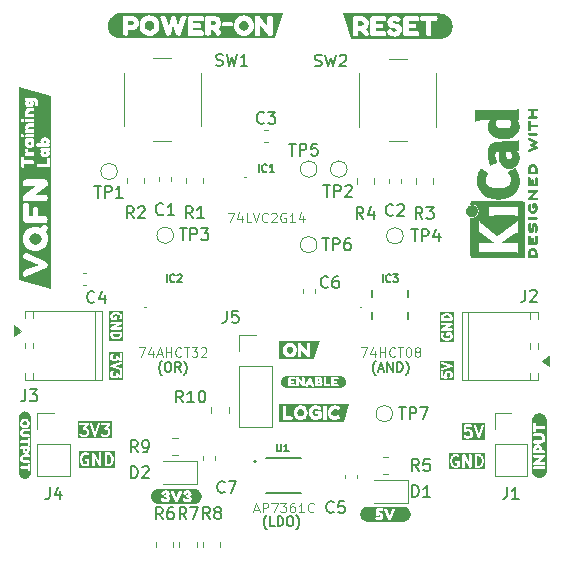
<source format=gbr>
%TF.GenerationSoftware,KiCad,Pcbnew,9.0.4*%
%TF.CreationDate,2026-01-25T08:23:28+01:00*%
%TF.ProjectId,VQFN_Training_Lab,5651464e-5f54-4726-9169-6e696e675f4c,1.0*%
%TF.SameCoordinates,PX7270e00PY7270e00*%
%TF.FileFunction,Legend,Top*%
%TF.FilePolarity,Positive*%
%FSLAX46Y46*%
G04 Gerber Fmt 4.6, Leading zero omitted, Abs format (unit mm)*
G04 Created by KiCad (PCBNEW 9.0.4) date 2026-01-25 08:23:28*
%MOMM*%
%LPD*%
G01*
G04 APERTURE LIST*
%ADD10C,0.200000*%
%ADD11C,0.100000*%
%ADD12C,0.160000*%
%ADD13C,0.150000*%
%ADD14C,0.120000*%
%ADD15C,0.000000*%
%ADD16C,0.127000*%
%ADD17C,0.010000*%
G04 APERTURE END LIST*
D10*
G36*
X37091695Y18173651D02*
G01*
X35891695Y18173651D01*
X35891695Y18792232D01*
X35991695Y18792232D01*
X35991695Y18411280D01*
X35992405Y18404064D01*
X35992162Y18401627D01*
X35992879Y18399248D01*
X35993616Y18391771D01*
X35999209Y18378267D01*
X36003432Y18364272D01*
X36006621Y18360374D01*
X36008548Y18355723D01*
X36018882Y18345389D01*
X36028140Y18334074D01*
X36032577Y18331694D01*
X36036138Y18328133D01*
X36049640Y18322540D01*
X36062523Y18315629D01*
X36069889Y18314153D01*
X36072186Y18313201D01*
X36074635Y18313201D01*
X36081744Y18311776D01*
X36462696Y18273680D01*
X36482300Y18273651D01*
X36487119Y18275106D01*
X36492155Y18275105D01*
X36505659Y18280699D01*
X36519655Y18284921D01*
X36523552Y18288110D01*
X36528203Y18290036D01*
X36538538Y18300372D01*
X36549853Y18309629D01*
X36552233Y18314067D01*
X36555793Y18317626D01*
X36561384Y18331125D01*
X36568298Y18344012D01*
X36568799Y18349025D01*
X36570725Y18353674D01*
X36570725Y18368289D01*
X36572180Y18382837D01*
X36570725Y18387657D01*
X36570726Y18392692D01*
X36565130Y18406203D01*
X36560909Y18420192D01*
X36557722Y18424087D01*
X36555795Y18428740D01*
X36543358Y18443894D01*
X36516737Y18470516D01*
X36496457Y18511077D01*
X36496457Y18654340D01*
X36516737Y18694901D01*
X36531882Y18710047D01*
X36572445Y18730327D01*
X36715707Y18730327D01*
X36756268Y18710047D01*
X36771414Y18694901D01*
X36791695Y18654340D01*
X36791695Y18511077D01*
X36771415Y18470517D01*
X36744793Y18443895D01*
X36732357Y18428741D01*
X36717425Y18392693D01*
X36717425Y18353675D01*
X36732357Y18317627D01*
X36759947Y18290037D01*
X36795995Y18275105D01*
X36835013Y18275105D01*
X36871061Y18290037D01*
X36886215Y18302473D01*
X36924311Y18340569D01*
X36930602Y18348236D01*
X36932600Y18349968D01*
X36934495Y18352980D01*
X36936747Y18355723D01*
X36937756Y18358161D01*
X36943043Y18366559D01*
X36981138Y18442749D01*
X36988144Y18461057D01*
X36988398Y18464641D01*
X36989774Y18467961D01*
X36991695Y18487470D01*
X36991695Y18677946D01*
X36989774Y18697455D01*
X36988398Y18700776D01*
X36988144Y18704358D01*
X36981138Y18722667D01*
X36943043Y18798858D01*
X36937756Y18807256D01*
X36936746Y18809696D01*
X36934491Y18812443D01*
X36932600Y18815448D01*
X36930606Y18817178D01*
X36924310Y18824849D01*
X36886214Y18862944D01*
X36878547Y18869236D01*
X36876816Y18871232D01*
X36873805Y18873127D01*
X36871060Y18875380D01*
X36868621Y18876391D01*
X36860225Y18881675D01*
X36784035Y18919770D01*
X36765727Y18926776D01*
X36762143Y18927031D01*
X36758823Y18928406D01*
X36739314Y18930327D01*
X36548838Y18930327D01*
X36529329Y18928406D01*
X36526008Y18927031D01*
X36522426Y18926776D01*
X36504117Y18919770D01*
X36427926Y18881675D01*
X36419530Y18876391D01*
X36417089Y18875379D01*
X36414341Y18873124D01*
X36411336Y18871232D01*
X36409605Y18869237D01*
X36401936Y18862942D01*
X36363841Y18824848D01*
X36357546Y18817179D01*
X36355552Y18815448D01*
X36353658Y18812441D01*
X36351405Y18809694D01*
X36350394Y18807255D01*
X36345109Y18798858D01*
X36307014Y18722667D01*
X36300008Y18704358D01*
X36299753Y18700776D01*
X36298378Y18697455D01*
X36296457Y18677946D01*
X36296457Y18491303D01*
X36191695Y18501779D01*
X36191695Y18792232D01*
X36189774Y18811741D01*
X36174842Y18847789D01*
X36147252Y18875379D01*
X36111204Y18890311D01*
X36072186Y18890311D01*
X36036138Y18875379D01*
X36008548Y18847789D01*
X35993616Y18811741D01*
X35991695Y18792232D01*
X35891695Y18792232D01*
X35891695Y19604739D01*
X35992480Y19604739D01*
X35995246Y19565819D01*
X36012696Y19530920D01*
X36042172Y19505355D01*
X36060072Y19497364D01*
X36575467Y19325566D01*
X36060072Y19153767D01*
X36042172Y19145776D01*
X36012696Y19120210D01*
X35995246Y19085312D01*
X35992480Y19046392D01*
X36004818Y19009376D01*
X36030384Y18979900D01*
X36065282Y18962450D01*
X36104202Y18959684D01*
X36123318Y18964031D01*
X36923318Y19230698D01*
X36941218Y19238689D01*
X36946617Y19243373D01*
X36953007Y19246567D01*
X36961222Y19256039D01*
X36970694Y19264254D01*
X36973888Y19270644D01*
X36978572Y19276043D01*
X36982537Y19287941D01*
X36988144Y19299153D01*
X36988650Y19306281D01*
X36990910Y19313059D01*
X36990021Y19325566D01*
X36990910Y19338073D01*
X36988650Y19344852D01*
X36988144Y19351979D01*
X36982534Y19363198D01*
X36978571Y19375089D01*
X36973892Y19380484D01*
X36970695Y19386878D01*
X36961216Y19395099D01*
X36953006Y19404565D01*
X36946619Y19407759D01*
X36941218Y19412443D01*
X36923318Y19420434D01*
X36123318Y19687100D01*
X36104202Y19691447D01*
X36065282Y19688681D01*
X36030383Y19671231D01*
X36004818Y19641755D01*
X35992480Y19604739D01*
X35891695Y19604739D01*
X35891695Y19791447D01*
X37091695Y19791447D01*
X37091695Y18173651D01*
G37*
G36*
X39743509Y13081670D02*
G01*
X37798730Y13081670D01*
X37798730Y13806938D01*
X37909841Y13806938D01*
X37911295Y13802120D01*
X37911295Y13797082D01*
X37916891Y13783573D01*
X37921112Y13769583D01*
X37924299Y13765687D01*
X37926227Y13761034D01*
X37936563Y13750698D01*
X37945819Y13739385D01*
X37950256Y13737005D01*
X37953817Y13733444D01*
X37967322Y13727850D01*
X37980203Y13720940D01*
X37985212Y13720440D01*
X37989865Y13718512D01*
X38004486Y13718512D01*
X38019027Y13717058D01*
X38023846Y13718512D01*
X38028883Y13718512D01*
X38042392Y13724109D01*
X38056382Y13728329D01*
X38060278Y13731517D01*
X38064931Y13733444D01*
X38080085Y13745880D01*
X38116228Y13782025D01*
X38175838Y13811829D01*
X38366719Y13811829D01*
X38426328Y13782024D01*
X38450997Y13757356D01*
X38480802Y13697746D01*
X38480802Y13506865D01*
X38450997Y13447257D01*
X38426328Y13422587D01*
X38366719Y13392781D01*
X38175838Y13392781D01*
X38116228Y13422586D01*
X38080085Y13458730D01*
X38064932Y13471167D01*
X38028884Y13486098D01*
X37989866Y13486099D01*
X37953817Y13471168D01*
X37926227Y13443578D01*
X37911296Y13407530D01*
X37911295Y13368512D01*
X37926226Y13332463D01*
X37938663Y13317310D01*
X37986281Y13269690D01*
X37993949Y13263397D01*
X37995681Y13261400D01*
X37998689Y13259507D01*
X38001435Y13257253D01*
X38003875Y13256243D01*
X38012272Y13250957D01*
X38107509Y13203338D01*
X38125818Y13196332D01*
X38129401Y13196078D01*
X38132722Y13194702D01*
X38152231Y13192781D01*
X38390326Y13192781D01*
X38409835Y13194702D01*
X38413155Y13196078D01*
X38416739Y13196332D01*
X38435047Y13203338D01*
X38530285Y13250957D01*
X38538680Y13256242D01*
X38541122Y13257253D01*
X38543869Y13259509D01*
X38546875Y13261400D01*
X38548605Y13263395D01*
X38556275Y13269690D01*
X38603894Y13317310D01*
X38610186Y13324977D01*
X38612183Y13326708D01*
X38614076Y13329716D01*
X38616331Y13332463D01*
X38617342Y13334905D01*
X38622626Y13343299D01*
X38670245Y13438536D01*
X38677251Y13456845D01*
X38677505Y13460429D01*
X38678881Y13463749D01*
X38680802Y13483258D01*
X38680802Y13721353D01*
X38678881Y13740862D01*
X38677505Y13744183D01*
X38677251Y13747766D01*
X38670245Y13766075D01*
X38622626Y13861312D01*
X38617340Y13869709D01*
X38616330Y13872149D01*
X38614076Y13874895D01*
X38612183Y13877903D01*
X38610185Y13879636D01*
X38603893Y13887302D01*
X38556275Y13934921D01*
X38548604Y13941216D01*
X38546875Y13943210D01*
X38543867Y13945104D01*
X38541121Y13947357D01*
X38538681Y13948368D01*
X38530285Y13953653D01*
X38435047Y14001272D01*
X38416739Y14008278D01*
X38413155Y14008533D01*
X38409835Y14009908D01*
X38390326Y14011829D01*
X38152231Y14011829D01*
X38132722Y14009908D01*
X38129401Y14008533D01*
X38129064Y14008509D01*
X38147492Y14192781D01*
X38533183Y14192781D01*
X38552692Y14194702D01*
X38588740Y14209634D01*
X38616330Y14237224D01*
X38631262Y14273272D01*
X38631262Y14280274D01*
X38767302Y14280274D01*
X38771649Y14261158D01*
X39104982Y13261159D01*
X39112973Y13243258D01*
X39117656Y13237859D01*
X39120851Y13231469D01*
X39130322Y13223254D01*
X39138538Y13213782D01*
X39144926Y13210588D01*
X39150327Y13205904D01*
X39162228Y13201937D01*
X39173437Y13196333D01*
X39180561Y13195827D01*
X39187343Y13193566D01*
X39199852Y13194456D01*
X39212357Y13193566D01*
X39219135Y13195826D01*
X39226263Y13196332D01*
X39237479Y13201941D01*
X39249373Y13205905D01*
X39254770Y13210586D01*
X39261162Y13213782D01*
X39269380Y13223258D01*
X39278849Y13231470D01*
X39282042Y13237857D01*
X39286727Y13243258D01*
X39294718Y13261158D01*
X39628051Y14261158D01*
X39632398Y14280273D01*
X39629632Y14319193D01*
X39612182Y14354092D01*
X39582706Y14379657D01*
X39545690Y14391996D01*
X39506770Y14389229D01*
X39471871Y14371780D01*
X39446306Y14342304D01*
X39438315Y14324403D01*
X39199850Y13609009D01*
X38961385Y14324404D01*
X38953394Y14342304D01*
X38927829Y14371780D01*
X38892930Y14389230D01*
X38854010Y14391996D01*
X38816994Y14379658D01*
X38787518Y14354093D01*
X38770068Y14319194D01*
X38767302Y14280274D01*
X38631262Y14280274D01*
X38631262Y14312290D01*
X38616330Y14348338D01*
X38588740Y14375928D01*
X38552692Y14390860D01*
X38533183Y14392781D01*
X38056993Y14392781D01*
X38049776Y14392071D01*
X38047340Y14392314D01*
X38044961Y14391597D01*
X38037484Y14390860D01*
X38023974Y14385264D01*
X38009985Y14381043D01*
X38006088Y14377856D01*
X38001436Y14375928D01*
X37991099Y14365592D01*
X37979787Y14356336D01*
X37977406Y14351899D01*
X37973846Y14348338D01*
X37968251Y14334833D01*
X37961342Y14321952D01*
X37959865Y14314588D01*
X37958914Y14312290D01*
X37958914Y14309840D01*
X37957489Y14302731D01*
X37909870Y13826541D01*
X37909841Y13806938D01*
X37798730Y13806938D01*
X37798730Y14503892D01*
X39743509Y14503892D01*
X39743509Y13081670D01*
G37*
G36*
X8808304Y21966853D02*
G01*
X8782806Y21890360D01*
X8734782Y21842336D01*
X8682924Y21816407D01*
X8553137Y21783959D01*
X8463471Y21783959D01*
X8333684Y21816407D01*
X8281827Y21842335D01*
X8233802Y21890360D01*
X8208304Y21966854D01*
X8208304Y22041102D01*
X8808304Y22041102D01*
X8808304Y21966853D01*
G37*
G36*
X9108304Y21483959D02*
G01*
X7908304Y21483959D01*
X7908304Y22141102D01*
X8008304Y22141102D01*
X8008304Y21950626D01*
X8009276Y21940753D01*
X8009089Y21938118D01*
X8009876Y21934655D01*
X8010225Y21931117D01*
X8011236Y21928676D01*
X8013436Y21919003D01*
X8051532Y21804717D01*
X8059524Y21786817D01*
X8061877Y21784104D01*
X8063253Y21780783D01*
X8075689Y21765629D01*
X8151879Y21689439D01*
X8159545Y21683148D01*
X8161278Y21681150D01*
X8164289Y21679255D01*
X8167033Y21677003D01*
X8169470Y21675994D01*
X8177869Y21670707D01*
X8254059Y21632612D01*
X8255483Y21632067D01*
X8256065Y21631636D01*
X8264256Y21628710D01*
X8272367Y21625606D01*
X8273087Y21625555D01*
X8274526Y21625041D01*
X8426907Y21586945D01*
X8430288Y21586445D01*
X8431652Y21585880D01*
X8439000Y21585157D01*
X8446299Y21584077D01*
X8447757Y21584295D01*
X8451161Y21583959D01*
X8565447Y21583959D01*
X8568850Y21584295D01*
X8570309Y21584077D01*
X8577607Y21585157D01*
X8584956Y21585880D01*
X8586319Y21586445D01*
X8589701Y21586945D01*
X8742082Y21625041D01*
X8743520Y21625555D01*
X8744240Y21625606D01*
X8752342Y21628707D01*
X8760543Y21631636D01*
X8761124Y21632067D01*
X8762549Y21632612D01*
X8838740Y21670707D01*
X8847136Y21675993D01*
X8849576Y21677003D01*
X8852322Y21679257D01*
X8855330Y21681150D01*
X8857060Y21683145D01*
X8864730Y21689439D01*
X8940920Y21765629D01*
X8953356Y21780783D01*
X8954730Y21784102D01*
X8957086Y21786817D01*
X8965077Y21804717D01*
X9003172Y21919004D01*
X9005371Y21928675D01*
X9006383Y21931117D01*
X9006731Y21934657D01*
X9007519Y21938119D01*
X9007331Y21940753D01*
X9008304Y21950626D01*
X9008304Y22141102D01*
X9006383Y22160611D01*
X8991451Y22196659D01*
X8963861Y22224249D01*
X8927813Y22239181D01*
X8908304Y22241102D01*
X8108304Y22241102D01*
X8088795Y22239181D01*
X8052747Y22224249D01*
X8025157Y22196659D01*
X8010225Y22160611D01*
X8008304Y22141102D01*
X7908304Y22141102D01*
X7908304Y22529039D01*
X8008548Y22529039D01*
X8010225Y22515846D01*
X8010225Y22502545D01*
X8012664Y22496657D01*
X8013468Y22490332D01*
X8020068Y22478783D01*
X8025157Y22466497D01*
X8029664Y22461990D01*
X8032827Y22456455D01*
X8043341Y22448313D01*
X8052747Y22438907D01*
X8058637Y22436468D01*
X8063676Y22432565D01*
X8076504Y22429067D01*
X8088795Y22423975D01*
X8098772Y22422993D01*
X8101319Y22422298D01*
X8103286Y22422549D01*
X8108304Y22422054D01*
X8908304Y22422054D01*
X8927813Y22423975D01*
X8963861Y22438907D01*
X8991451Y22466497D01*
X9006383Y22502545D01*
X9006383Y22541563D01*
X8991451Y22577611D01*
X8963861Y22605201D01*
X8927813Y22620133D01*
X8908304Y22622054D01*
X8484860Y22622054D01*
X8957918Y22892373D01*
X8962028Y22895292D01*
X8963861Y22896050D01*
X8965727Y22897917D01*
X8973903Y22903720D01*
X8982045Y22914235D01*
X8991451Y22923640D01*
X8993890Y22929531D01*
X8997793Y22934569D01*
X9001291Y22947397D01*
X9006383Y22959688D01*
X9006383Y22966065D01*
X9008060Y22972213D01*
X9006383Y22985407D01*
X9006383Y22998706D01*
X9003943Y23004595D01*
X9003140Y23010919D01*
X8996539Y23022469D01*
X8991451Y23034754D01*
X8986943Y23039262D01*
X8983781Y23044796D01*
X8973266Y23052939D01*
X8963861Y23062344D01*
X8957970Y23064784D01*
X8952932Y23068686D01*
X8940103Y23072185D01*
X8927813Y23077276D01*
X8917835Y23078259D01*
X8915289Y23078953D01*
X8913321Y23078703D01*
X8908304Y23079197D01*
X8108304Y23079197D01*
X8088795Y23077276D01*
X8052747Y23062344D01*
X8025157Y23034754D01*
X8010225Y22998706D01*
X8010225Y22959688D01*
X8025157Y22923640D01*
X8052747Y22896050D01*
X8088795Y22881118D01*
X8108304Y22879197D01*
X8531748Y22879197D01*
X8058690Y22608878D01*
X8054579Y22605960D01*
X8052747Y22605201D01*
X8050880Y22603335D01*
X8042705Y22597531D01*
X8034562Y22587017D01*
X8025157Y22577611D01*
X8022717Y22571721D01*
X8018815Y22566682D01*
X8015316Y22553854D01*
X8010225Y22541563D01*
X8010225Y22535188D01*
X8008548Y22529039D01*
X7908304Y22529039D01*
X7908304Y23550626D01*
X8008304Y23550626D01*
X8008304Y23474435D01*
X8009276Y23464562D01*
X8009089Y23461927D01*
X8009876Y23458463D01*
X8010225Y23454926D01*
X8011236Y23452486D01*
X8013436Y23442811D01*
X8051532Y23328527D01*
X8059524Y23310626D01*
X8061877Y23307913D01*
X8063252Y23304594D01*
X8075688Y23289440D01*
X8113783Y23251344D01*
X8128936Y23238908D01*
X8128937Y23238908D01*
X8128938Y23238907D01*
X8164986Y23223975D01*
X8184495Y23222054D01*
X8451161Y23222054D01*
X8470670Y23223975D01*
X8506718Y23238907D01*
X8534308Y23266497D01*
X8549240Y23302545D01*
X8551161Y23322054D01*
X8551161Y23474435D01*
X8549240Y23493944D01*
X8534308Y23529992D01*
X8506718Y23557582D01*
X8470670Y23572514D01*
X8431652Y23572514D01*
X8395604Y23557582D01*
X8368014Y23529992D01*
X8353082Y23493944D01*
X8351161Y23474435D01*
X8351161Y23422054D01*
X8231174Y23422054D01*
X8208304Y23490664D01*
X8208304Y23534399D01*
X8233802Y23610893D01*
X8281827Y23658917D01*
X8333684Y23684846D01*
X8463471Y23717293D01*
X8553137Y23717293D01*
X8682924Y23684846D01*
X8734782Y23658917D01*
X8782806Y23610893D01*
X8808304Y23534400D01*
X8808304Y23459947D01*
X8780766Y23404871D01*
X8773760Y23386563D01*
X8770994Y23347643D01*
X8783333Y23310627D01*
X8808897Y23281150D01*
X8843796Y23263701D01*
X8882716Y23260935D01*
X8919732Y23273274D01*
X8949209Y23298838D01*
X8959652Y23315429D01*
X8997747Y23391619D01*
X9004753Y23409927D01*
X9005007Y23413511D01*
X9006383Y23416831D01*
X9008304Y23436340D01*
X9008304Y23550626D01*
X9007331Y23560500D01*
X9007519Y23563133D01*
X9006731Y23566596D01*
X9006383Y23570135D01*
X9005371Y23572578D01*
X9003172Y23582248D01*
X8965077Y23696535D01*
X8957086Y23714435D01*
X8954730Y23717151D01*
X8953356Y23720469D01*
X8940920Y23735623D01*
X8864730Y23811813D01*
X8857060Y23818108D01*
X8855330Y23820102D01*
X8852322Y23821996D01*
X8849576Y23824249D01*
X8847136Y23825260D01*
X8838740Y23830545D01*
X8762549Y23868640D01*
X8761124Y23869186D01*
X8760543Y23869616D01*
X8752342Y23872546D01*
X8744240Y23875646D01*
X8743520Y23875698D01*
X8742082Y23876211D01*
X8589701Y23914307D01*
X8586319Y23914808D01*
X8584956Y23915372D01*
X8577607Y23916096D01*
X8570309Y23917175D01*
X8568850Y23916958D01*
X8565447Y23917293D01*
X8451161Y23917293D01*
X8447757Y23916958D01*
X8446299Y23917175D01*
X8439000Y23916096D01*
X8431652Y23915372D01*
X8430288Y23914808D01*
X8426907Y23914307D01*
X8274526Y23876211D01*
X8273087Y23875698D01*
X8272367Y23875646D01*
X8264256Y23872543D01*
X8256065Y23869616D01*
X8255483Y23869186D01*
X8254059Y23868640D01*
X8177869Y23830545D01*
X8169470Y23825259D01*
X8167033Y23824249D01*
X8164289Y23821998D01*
X8161278Y23820102D01*
X8159545Y23818105D01*
X8151879Y23811813D01*
X8075689Y23735623D01*
X8063253Y23720469D01*
X8061877Y23717149D01*
X8059524Y23714435D01*
X8051532Y23696535D01*
X8013436Y23582249D01*
X8011236Y23572577D01*
X8010225Y23570135D01*
X8009876Y23566598D01*
X8009089Y23563134D01*
X8009276Y23560500D01*
X8008304Y23550626D01*
X7908304Y23550626D01*
X7908304Y24017293D01*
X9108304Y24017293D01*
X9108304Y21483959D01*
G37*
D11*
X10423809Y20903105D02*
X10957143Y20903105D01*
X10957143Y20903105D02*
X10614285Y20103105D01*
X11604762Y20636439D02*
X11604762Y20103105D01*
X11414286Y20941200D02*
X11223809Y20369772D01*
X11223809Y20369772D02*
X11719048Y20369772D01*
X11985714Y20331677D02*
X12366667Y20331677D01*
X11909524Y20103105D02*
X12176191Y20903105D01*
X12176191Y20903105D02*
X12442857Y20103105D01*
X12709524Y20103105D02*
X12709524Y20903105D01*
X12709524Y20522153D02*
X13166667Y20522153D01*
X13166667Y20103105D02*
X13166667Y20903105D01*
X14004762Y20179296D02*
X13966666Y20141200D01*
X13966666Y20141200D02*
X13852381Y20103105D01*
X13852381Y20103105D02*
X13776190Y20103105D01*
X13776190Y20103105D02*
X13661904Y20141200D01*
X13661904Y20141200D02*
X13585714Y20217391D01*
X13585714Y20217391D02*
X13547619Y20293581D01*
X13547619Y20293581D02*
X13509523Y20445962D01*
X13509523Y20445962D02*
X13509523Y20560248D01*
X13509523Y20560248D02*
X13547619Y20712629D01*
X13547619Y20712629D02*
X13585714Y20788820D01*
X13585714Y20788820D02*
X13661904Y20865010D01*
X13661904Y20865010D02*
X13776190Y20903105D01*
X13776190Y20903105D02*
X13852381Y20903105D01*
X13852381Y20903105D02*
X13966666Y20865010D01*
X13966666Y20865010D02*
X14004762Y20826915D01*
X14233333Y20903105D02*
X14690476Y20903105D01*
X14461904Y20103105D02*
X14461904Y20903105D01*
X14880952Y20903105D02*
X15376190Y20903105D01*
X15376190Y20903105D02*
X15109524Y20598343D01*
X15109524Y20598343D02*
X15223809Y20598343D01*
X15223809Y20598343D02*
X15300000Y20560248D01*
X15300000Y20560248D02*
X15338095Y20522153D01*
X15338095Y20522153D02*
X15376190Y20445962D01*
X15376190Y20445962D02*
X15376190Y20255486D01*
X15376190Y20255486D02*
X15338095Y20179296D01*
X15338095Y20179296D02*
X15300000Y20141200D01*
X15300000Y20141200D02*
X15223809Y20103105D01*
X15223809Y20103105D02*
X14995238Y20103105D01*
X14995238Y20103105D02*
X14919047Y20141200D01*
X14919047Y20141200D02*
X14880952Y20179296D01*
X15680952Y20826915D02*
X15719048Y20865010D01*
X15719048Y20865010D02*
X15795238Y20903105D01*
X15795238Y20903105D02*
X15985714Y20903105D01*
X15985714Y20903105D02*
X16061905Y20865010D01*
X16061905Y20865010D02*
X16100000Y20826915D01*
X16100000Y20826915D02*
X16138095Y20750724D01*
X16138095Y20750724D02*
X16138095Y20674534D01*
X16138095Y20674534D02*
X16100000Y20560248D01*
X16100000Y20560248D02*
X15642857Y20103105D01*
X15642857Y20103105D02*
X16138095Y20103105D01*
D10*
G36*
X8114117Y13221670D02*
G01*
X5265245Y13221670D01*
X5265245Y14452290D01*
X5376356Y14452290D01*
X5376356Y14413272D01*
X5391288Y14377224D01*
X5418878Y14349634D01*
X5454926Y14334702D01*
X5474435Y14332781D01*
X5873105Y14332781D01*
X5684891Y14117679D01*
X5678861Y14109246D01*
X5677002Y14107386D01*
X5676271Y14105623D01*
X5673490Y14101732D01*
X5668285Y14086344D01*
X5662070Y14071338D01*
X5662070Y14067965D01*
X5660990Y14064771D01*
X5662070Y14048569D01*
X5662070Y14032320D01*
X5663360Y14029205D01*
X5663585Y14025839D01*
X5670785Y14011279D01*
X5677002Y13996272D01*
X5679386Y13993888D01*
X5680882Y13990864D01*
X5693107Y13980167D01*
X5704592Y13968682D01*
X5707706Y13967392D01*
X5710246Y13965170D01*
X5725634Y13959966D01*
X5740640Y13953750D01*
X5745399Y13953282D01*
X5747207Y13952670D01*
X5749831Y13952845D01*
X5760149Y13951829D01*
X5879399Y13951829D01*
X5939008Y13922024D01*
X5963677Y13897356D01*
X5993482Y13837746D01*
X5993482Y13646865D01*
X5963677Y13587257D01*
X5939008Y13562587D01*
X5879399Y13532781D01*
X5640899Y13532781D01*
X5581289Y13562586D01*
X5545146Y13598730D01*
X5529993Y13611167D01*
X5493945Y13626098D01*
X5454927Y13626099D01*
X5418878Y13611168D01*
X5391288Y13583578D01*
X5376357Y13547530D01*
X5376356Y13508512D01*
X5391287Y13472463D01*
X5403724Y13457310D01*
X5451342Y13409690D01*
X5459010Y13403397D01*
X5460742Y13401400D01*
X5463750Y13399507D01*
X5466496Y13397253D01*
X5468936Y13396243D01*
X5477333Y13390957D01*
X5572570Y13343338D01*
X5590879Y13336332D01*
X5594462Y13336078D01*
X5597783Y13334702D01*
X5617292Y13332781D01*
X5903006Y13332781D01*
X5922515Y13334702D01*
X5925835Y13336078D01*
X5929419Y13336332D01*
X5947727Y13343338D01*
X6042965Y13390957D01*
X6051360Y13396242D01*
X6053802Y13397253D01*
X6056549Y13399509D01*
X6059555Y13401400D01*
X6061285Y13403395D01*
X6068955Y13409690D01*
X6116574Y13457310D01*
X6122866Y13464977D01*
X6124863Y13466708D01*
X6126756Y13469716D01*
X6129011Y13472463D01*
X6130022Y13474905D01*
X6135306Y13483299D01*
X6182925Y13578536D01*
X6189931Y13596845D01*
X6190185Y13600429D01*
X6191561Y13603749D01*
X6193482Y13623258D01*
X6193482Y13861353D01*
X6191561Y13880862D01*
X6190185Y13884183D01*
X6189931Y13887766D01*
X6182925Y13906075D01*
X6135306Y14001312D01*
X6130020Y14009709D01*
X6129010Y14012149D01*
X6126756Y14014895D01*
X6124863Y14017903D01*
X6122865Y14019636D01*
X6116573Y14027302D01*
X6068955Y14074921D01*
X6061284Y14081216D01*
X6059555Y14083210D01*
X6056547Y14085104D01*
X6053801Y14087357D01*
X6051361Y14088368D01*
X6042965Y14093653D01*
X5964117Y14133077D01*
X6168740Y14366931D01*
X6174769Y14375365D01*
X6176629Y14377224D01*
X6177359Y14378988D01*
X6180141Y14382878D01*
X6185345Y14398267D01*
X6191561Y14413272D01*
X6191561Y14416646D01*
X6192641Y14419839D01*
X6192612Y14420274D01*
X6279982Y14420274D01*
X6284329Y14401158D01*
X6617662Y13401159D01*
X6625653Y13383258D01*
X6630336Y13377859D01*
X6633531Y13371469D01*
X6643002Y13363254D01*
X6651218Y13353782D01*
X6657606Y13350588D01*
X6663007Y13345904D01*
X6674908Y13341937D01*
X6686117Y13336333D01*
X6693241Y13335827D01*
X6700023Y13333566D01*
X6712532Y13334456D01*
X6725037Y13333566D01*
X6731815Y13335826D01*
X6738943Y13336332D01*
X6750159Y13341941D01*
X6762053Y13345905D01*
X6767450Y13350586D01*
X6773842Y13353782D01*
X6782060Y13363258D01*
X6791529Y13371470D01*
X6794722Y13377857D01*
X6799407Y13383258D01*
X6807398Y13401158D01*
X7140731Y14401158D01*
X7145078Y14420273D01*
X7142803Y14452290D01*
X7185880Y14452290D01*
X7185880Y14413272D01*
X7200812Y14377224D01*
X7228402Y14349634D01*
X7264450Y14334702D01*
X7283959Y14332781D01*
X7682629Y14332781D01*
X7494415Y14117679D01*
X7488385Y14109246D01*
X7486526Y14107386D01*
X7485795Y14105623D01*
X7483014Y14101732D01*
X7477809Y14086344D01*
X7471594Y14071338D01*
X7471594Y14067965D01*
X7470514Y14064771D01*
X7471594Y14048569D01*
X7471594Y14032320D01*
X7472884Y14029205D01*
X7473109Y14025839D01*
X7480309Y14011279D01*
X7486526Y13996272D01*
X7488910Y13993888D01*
X7490406Y13990864D01*
X7502631Y13980167D01*
X7514116Y13968682D01*
X7517230Y13967392D01*
X7519770Y13965170D01*
X7535158Y13959966D01*
X7550164Y13953750D01*
X7554923Y13953282D01*
X7556731Y13952670D01*
X7559355Y13952845D01*
X7569673Y13951829D01*
X7688923Y13951829D01*
X7748532Y13922024D01*
X7773201Y13897356D01*
X7803006Y13837746D01*
X7803006Y13646865D01*
X7773201Y13587257D01*
X7748532Y13562587D01*
X7688923Y13532781D01*
X7450423Y13532781D01*
X7390813Y13562586D01*
X7354670Y13598730D01*
X7339517Y13611167D01*
X7303469Y13626098D01*
X7264451Y13626099D01*
X7228402Y13611168D01*
X7200812Y13583578D01*
X7185881Y13547530D01*
X7185880Y13508512D01*
X7200811Y13472463D01*
X7213248Y13457310D01*
X7260866Y13409690D01*
X7268534Y13403397D01*
X7270266Y13401400D01*
X7273274Y13399507D01*
X7276020Y13397253D01*
X7278460Y13396243D01*
X7286857Y13390957D01*
X7382094Y13343338D01*
X7400403Y13336332D01*
X7403986Y13336078D01*
X7407307Y13334702D01*
X7426816Y13332781D01*
X7712530Y13332781D01*
X7732039Y13334702D01*
X7735359Y13336078D01*
X7738943Y13336332D01*
X7757251Y13343338D01*
X7852489Y13390957D01*
X7860884Y13396242D01*
X7863326Y13397253D01*
X7866073Y13399509D01*
X7869079Y13401400D01*
X7870809Y13403395D01*
X7878479Y13409690D01*
X7926098Y13457310D01*
X7932390Y13464977D01*
X7934387Y13466708D01*
X7936280Y13469716D01*
X7938535Y13472463D01*
X7939546Y13474905D01*
X7944830Y13483299D01*
X7992449Y13578536D01*
X7999455Y13596845D01*
X7999709Y13600429D01*
X8001085Y13603749D01*
X8003006Y13623258D01*
X8003006Y13861353D01*
X8001085Y13880862D01*
X7999709Y13884183D01*
X7999455Y13887766D01*
X7992449Y13906075D01*
X7944830Y14001312D01*
X7939544Y14009709D01*
X7938534Y14012149D01*
X7936280Y14014895D01*
X7934387Y14017903D01*
X7932389Y14019636D01*
X7926097Y14027302D01*
X7878479Y14074921D01*
X7870808Y14081216D01*
X7869079Y14083210D01*
X7866071Y14085104D01*
X7863325Y14087357D01*
X7860885Y14088368D01*
X7852489Y14093653D01*
X7773641Y14133077D01*
X7978264Y14366931D01*
X7984293Y14375365D01*
X7986153Y14377224D01*
X7986883Y14378988D01*
X7989665Y14382878D01*
X7994869Y14398267D01*
X8001085Y14413272D01*
X8001085Y14416646D01*
X8002165Y14419839D01*
X8001085Y14436042D01*
X8001085Y14452290D01*
X7999794Y14455406D01*
X7999570Y14458771D01*
X7992367Y14473337D01*
X7986153Y14488338D01*
X7983769Y14490722D01*
X7982274Y14493746D01*
X7970040Y14504451D01*
X7958563Y14515928D01*
X7955449Y14517218D01*
X7952910Y14519440D01*
X7937518Y14524646D01*
X7922515Y14530860D01*
X7917755Y14531329D01*
X7915948Y14531940D01*
X7913323Y14531766D01*
X7903006Y14532781D01*
X7283959Y14532781D01*
X7264450Y14530860D01*
X7228402Y14515928D01*
X7200812Y14488338D01*
X7185880Y14452290D01*
X7142803Y14452290D01*
X7142312Y14459193D01*
X7124862Y14494092D01*
X7095386Y14519657D01*
X7058370Y14531996D01*
X7019450Y14529229D01*
X6984551Y14511780D01*
X6958986Y14482304D01*
X6950995Y14464403D01*
X6712530Y13749009D01*
X6474065Y14464404D01*
X6466074Y14482304D01*
X6440509Y14511780D01*
X6405610Y14529230D01*
X6366690Y14531996D01*
X6329674Y14519658D01*
X6300198Y14494093D01*
X6282748Y14459194D01*
X6279982Y14420274D01*
X6192612Y14420274D01*
X6191561Y14436042D01*
X6191561Y14452290D01*
X6190270Y14455406D01*
X6190046Y14458771D01*
X6182843Y14473337D01*
X6176629Y14488338D01*
X6174245Y14490722D01*
X6172750Y14493746D01*
X6160516Y14504451D01*
X6149039Y14515928D01*
X6145925Y14517218D01*
X6143386Y14519440D01*
X6127994Y14524646D01*
X6112991Y14530860D01*
X6108231Y14531329D01*
X6106424Y14531940D01*
X6103799Y14531766D01*
X6093482Y14532781D01*
X5474435Y14532781D01*
X5454926Y14530860D01*
X5418878Y14515928D01*
X5391288Y14488338D01*
X5376356Y14452290D01*
X5265245Y14452290D01*
X5265245Y14643892D01*
X8114117Y14643892D01*
X8114117Y13221670D01*
G37*
D11*
X29216666Y20903105D02*
X29750000Y20903105D01*
X29750000Y20903105D02*
X29407142Y20103105D01*
X30397619Y20636439D02*
X30397619Y20103105D01*
X30207143Y20941200D02*
X30016666Y20369772D01*
X30016666Y20369772D02*
X30511905Y20369772D01*
X30816667Y20103105D02*
X30816667Y20903105D01*
X30816667Y20522153D02*
X31273810Y20522153D01*
X31273810Y20103105D02*
X31273810Y20903105D01*
X32111905Y20179296D02*
X32073809Y20141200D01*
X32073809Y20141200D02*
X31959524Y20103105D01*
X31959524Y20103105D02*
X31883333Y20103105D01*
X31883333Y20103105D02*
X31769047Y20141200D01*
X31769047Y20141200D02*
X31692857Y20217391D01*
X31692857Y20217391D02*
X31654762Y20293581D01*
X31654762Y20293581D02*
X31616666Y20445962D01*
X31616666Y20445962D02*
X31616666Y20560248D01*
X31616666Y20560248D02*
X31654762Y20712629D01*
X31654762Y20712629D02*
X31692857Y20788820D01*
X31692857Y20788820D02*
X31769047Y20865010D01*
X31769047Y20865010D02*
X31883333Y20903105D01*
X31883333Y20903105D02*
X31959524Y20903105D01*
X31959524Y20903105D02*
X32073809Y20865010D01*
X32073809Y20865010D02*
X32111905Y20826915D01*
X32340476Y20903105D02*
X32797619Y20903105D01*
X32569047Y20103105D02*
X32569047Y20903105D01*
X33216667Y20903105D02*
X33292857Y20903105D01*
X33292857Y20903105D02*
X33369048Y20865010D01*
X33369048Y20865010D02*
X33407143Y20826915D01*
X33407143Y20826915D02*
X33445238Y20750724D01*
X33445238Y20750724D02*
X33483333Y20598343D01*
X33483333Y20598343D02*
X33483333Y20407867D01*
X33483333Y20407867D02*
X33445238Y20255486D01*
X33445238Y20255486D02*
X33407143Y20179296D01*
X33407143Y20179296D02*
X33369048Y20141200D01*
X33369048Y20141200D02*
X33292857Y20103105D01*
X33292857Y20103105D02*
X33216667Y20103105D01*
X33216667Y20103105D02*
X33140476Y20141200D01*
X33140476Y20141200D02*
X33102381Y20179296D01*
X33102381Y20179296D02*
X33064286Y20255486D01*
X33064286Y20255486D02*
X33026190Y20407867D01*
X33026190Y20407867D02*
X33026190Y20598343D01*
X33026190Y20598343D02*
X33064286Y20750724D01*
X33064286Y20750724D02*
X33102381Y20826915D01*
X33102381Y20826915D02*
X33140476Y20865010D01*
X33140476Y20865010D02*
X33216667Y20903105D01*
X33940476Y20560248D02*
X33864286Y20598343D01*
X33864286Y20598343D02*
X33826191Y20636439D01*
X33826191Y20636439D02*
X33788095Y20712629D01*
X33788095Y20712629D02*
X33788095Y20750724D01*
X33788095Y20750724D02*
X33826191Y20826915D01*
X33826191Y20826915D02*
X33864286Y20865010D01*
X33864286Y20865010D02*
X33940476Y20903105D01*
X33940476Y20903105D02*
X34092857Y20903105D01*
X34092857Y20903105D02*
X34169048Y20865010D01*
X34169048Y20865010D02*
X34207143Y20826915D01*
X34207143Y20826915D02*
X34245238Y20750724D01*
X34245238Y20750724D02*
X34245238Y20712629D01*
X34245238Y20712629D02*
X34207143Y20636439D01*
X34207143Y20636439D02*
X34169048Y20598343D01*
X34169048Y20598343D02*
X34092857Y20560248D01*
X34092857Y20560248D02*
X33940476Y20560248D01*
X33940476Y20560248D02*
X33864286Y20522153D01*
X33864286Y20522153D02*
X33826191Y20484058D01*
X33826191Y20484058D02*
X33788095Y20407867D01*
X33788095Y20407867D02*
X33788095Y20255486D01*
X33788095Y20255486D02*
X33826191Y20179296D01*
X33826191Y20179296D02*
X33864286Y20141200D01*
X33864286Y20141200D02*
X33940476Y20103105D01*
X33940476Y20103105D02*
X34092857Y20103105D01*
X34092857Y20103105D02*
X34169048Y20141200D01*
X34169048Y20141200D02*
X34207143Y20179296D01*
X34207143Y20179296D02*
X34245238Y20255486D01*
X34245238Y20255486D02*
X34245238Y20407867D01*
X34245238Y20407867D02*
X34207143Y20484058D01*
X34207143Y20484058D02*
X34169048Y20522153D01*
X34169048Y20522153D02*
X34092857Y20560248D01*
D10*
G36*
X7944224Y11797760D02*
G01*
X8011297Y11730687D01*
X8046749Y11659782D01*
X8088720Y11491901D01*
X8088720Y11373663D01*
X8046749Y11205782D01*
X8011296Y11134876D01*
X7944225Y11067803D01*
X7839160Y11032781D01*
X7717292Y11032781D01*
X7717292Y11832781D01*
X7839160Y11832781D01*
X7944224Y11797760D01*
G37*
G36*
X8399831Y10721670D02*
G01*
X5310943Y10721670D01*
X5310943Y11504210D01*
X5422054Y11504210D01*
X5422054Y11361353D01*
X5422389Y11357951D01*
X5422172Y11356492D01*
X5423251Y11349195D01*
X5423975Y11341844D01*
X5424539Y11340481D01*
X5425040Y11337099D01*
X5472659Y11146624D01*
X5473172Y11145187D01*
X5473224Y11144464D01*
X5476332Y11136340D01*
X5479254Y11128163D01*
X5479684Y11127583D01*
X5480230Y11126156D01*
X5527849Y11030918D01*
X5533131Y11022526D01*
X5534144Y11020082D01*
X5536400Y11017333D01*
X5538292Y11014328D01*
X5540286Y11012599D01*
X5546581Y11004929D01*
X5641819Y10909689D01*
X5656972Y10897253D01*
X5660291Y10895878D01*
X5663007Y10893523D01*
X5680907Y10885532D01*
X5823764Y10837913D01*
X5833436Y10835714D01*
X5835878Y10834702D01*
X5839415Y10834354D01*
X5842879Y10833566D01*
X5845513Y10833754D01*
X5855387Y10832781D01*
X5950625Y10832781D01*
X5960498Y10833754D01*
X5963132Y10833566D01*
X5966595Y10834354D01*
X5970134Y10834702D01*
X5972576Y10835714D01*
X5982248Y10837913D01*
X6125104Y10885532D01*
X6143005Y10893523D01*
X6145720Y10895878D01*
X6149040Y10897253D01*
X6164193Y10909690D01*
X6211812Y10957310D01*
X6224249Y10972463D01*
X6239180Y11008512D01*
X6241101Y11028020D01*
X6241101Y11361353D01*
X6239180Y11380862D01*
X6224248Y11416910D01*
X6196658Y11444500D01*
X6160610Y11459432D01*
X6141101Y11461353D01*
X5950625Y11461353D01*
X5931116Y11459432D01*
X5895068Y11444500D01*
X5867478Y11416910D01*
X5852546Y11380862D01*
X5852546Y11341844D01*
X5867478Y11305796D01*
X5895068Y11278206D01*
X5931116Y11263274D01*
X5950625Y11261353D01*
X6041101Y11261353D01*
X6041101Y11069441D01*
X6039462Y11067803D01*
X5934398Y11032781D01*
X5871613Y11032781D01*
X5766548Y11067803D01*
X5699478Y11134873D01*
X5664024Y11205782D01*
X5622054Y11373663D01*
X5622054Y11491900D01*
X5664024Y11659782D01*
X5699477Y11730688D01*
X5766549Y11797760D01*
X5871613Y11832781D01*
X5974637Y11832781D01*
X6048760Y11795719D01*
X6067069Y11788713D01*
X6105989Y11785947D01*
X6143005Y11798286D01*
X6172482Y11823851D01*
X6189931Y11858749D01*
X6192696Y11897669D01*
X6180993Y11932781D01*
X6469673Y11932781D01*
X6469673Y10932781D01*
X6471594Y10913272D01*
X6486526Y10877224D01*
X6514116Y10849634D01*
X6550164Y10834702D01*
X6589182Y10834702D01*
X6625230Y10849634D01*
X6652820Y10877224D01*
X6667752Y10913272D01*
X6669673Y10932781D01*
X6669673Y11556225D01*
X7054277Y10883167D01*
X7057195Y10879057D01*
X7057954Y10877224D01*
X7059820Y10875358D01*
X7065624Y10867182D01*
X7076140Y10859038D01*
X7085544Y10849634D01*
X7091431Y10847196D01*
X7096473Y10843291D01*
X7109305Y10839792D01*
X7121592Y10834702D01*
X7127968Y10834702D01*
X7134117Y10833025D01*
X7147310Y10834702D01*
X7160610Y10834702D01*
X7166498Y10837142D01*
X7172823Y10837945D01*
X7184372Y10844546D01*
X7196658Y10849634D01*
X7201165Y10854142D01*
X7206700Y10857304D01*
X7214844Y10867821D01*
X7224248Y10877224D01*
X7226686Y10883112D01*
X7230591Y10888153D01*
X7234090Y10900986D01*
X7239180Y10913272D01*
X7240162Y10923250D01*
X7240857Y10925796D01*
X7240606Y10927764D01*
X7241101Y10932781D01*
X7241101Y11932781D01*
X7517292Y11932781D01*
X7517292Y10932781D01*
X7519213Y10913272D01*
X7534145Y10877224D01*
X7561735Y10849634D01*
X7597783Y10834702D01*
X7617292Y10832781D01*
X7855387Y10832781D01*
X7865260Y10833754D01*
X7867894Y10833566D01*
X7871357Y10834354D01*
X7874896Y10834702D01*
X7877338Y10835714D01*
X7887010Y10837913D01*
X8029866Y10885532D01*
X8047767Y10893523D01*
X8050482Y10895878D01*
X8053802Y10897253D01*
X8068955Y10909690D01*
X8164193Y11004929D01*
X8170485Y11012596D01*
X8172482Y11014327D01*
X8174375Y11017335D01*
X8176630Y11020082D01*
X8177641Y11022524D01*
X8182925Y11030918D01*
X8230544Y11126155D01*
X8231090Y11127584D01*
X8231520Y11128163D01*
X8234441Y11136340D01*
X8237550Y11144464D01*
X8237601Y11145185D01*
X8238115Y11146623D01*
X8285734Y11337099D01*
X8286234Y11340481D01*
X8286799Y11341844D01*
X8287522Y11349195D01*
X8288602Y11356492D01*
X8288384Y11357951D01*
X8288720Y11361353D01*
X8288720Y11504210D01*
X8288384Y11507613D01*
X8288602Y11509071D01*
X8287522Y11516369D01*
X8286799Y11523719D01*
X8286234Y11525083D01*
X8285734Y11528464D01*
X8238115Y11718940D01*
X8237601Y11720379D01*
X8237550Y11721099D01*
X8234441Y11729224D01*
X8231520Y11737400D01*
X8231090Y11737980D01*
X8230544Y11739408D01*
X8182925Y11834645D01*
X8177638Y11843044D01*
X8176629Y11845481D01*
X8174377Y11848225D01*
X8172482Y11851236D01*
X8170484Y11852969D01*
X8164193Y11860635D01*
X8068955Y11955873D01*
X8053801Y11968309D01*
X8050482Y11969684D01*
X8047767Y11972039D01*
X8029866Y11980030D01*
X7887010Y12027649D01*
X7877338Y12029849D01*
X7874896Y12030860D01*
X7871357Y12031209D01*
X7867894Y12031996D01*
X7865260Y12031809D01*
X7855387Y12032781D01*
X7617292Y12032781D01*
X7597783Y12030860D01*
X7561735Y12015928D01*
X7534145Y11988338D01*
X7519213Y11952290D01*
X7517292Y11932781D01*
X7241101Y11932781D01*
X7239180Y11952290D01*
X7224248Y11988338D01*
X7196658Y12015928D01*
X7160610Y12030860D01*
X7121592Y12030860D01*
X7085544Y12015928D01*
X7057954Y11988338D01*
X7043022Y11952290D01*
X7041101Y11932781D01*
X7041101Y11309338D01*
X6656497Y11982395D01*
X6653578Y11986506D01*
X6652820Y11988338D01*
X6650953Y11990205D01*
X6645150Y11998380D01*
X6634635Y12006523D01*
X6625230Y12015928D01*
X6619339Y12018368D01*
X6614301Y12022270D01*
X6601472Y12025769D01*
X6589182Y12030860D01*
X6582807Y12030860D01*
X6576658Y12032537D01*
X6563465Y12030860D01*
X6550164Y12030860D01*
X6544275Y12028421D01*
X6537951Y12027617D01*
X6526401Y12021017D01*
X6514116Y12015928D01*
X6509608Y12011421D01*
X6504074Y12008258D01*
X6495931Y11997744D01*
X6486526Y11988338D01*
X6484086Y11982448D01*
X6480184Y11977409D01*
X6476685Y11964581D01*
X6471594Y11952290D01*
X6470611Y11942313D01*
X6469917Y11939766D01*
X6470167Y11937799D01*
X6469673Y11932781D01*
X6180993Y11932781D01*
X6180358Y11934685D01*
X6154793Y11964162D01*
X6138203Y11974605D01*
X6042965Y12022224D01*
X6024657Y12029230D01*
X6021073Y12029485D01*
X6017753Y12030860D01*
X5998244Y12032781D01*
X5855387Y12032781D01*
X5845513Y12031809D01*
X5842879Y12031996D01*
X5839415Y12031209D01*
X5835878Y12030860D01*
X5833436Y12029849D01*
X5823764Y12027649D01*
X5680907Y11980030D01*
X5663007Y11972039D01*
X5660291Y11969684D01*
X5656973Y11968309D01*
X5641819Y11955873D01*
X5546581Y11860635D01*
X5540286Y11852965D01*
X5538292Y11851235D01*
X5536398Y11848228D01*
X5534145Y11845481D01*
X5533134Y11843042D01*
X5527849Y11834645D01*
X5480230Y11739407D01*
X5479684Y11737981D01*
X5479254Y11737400D01*
X5476332Y11729224D01*
X5473224Y11721099D01*
X5473172Y11720377D01*
X5472659Y11718939D01*
X5425040Y11528464D01*
X5424539Y11525083D01*
X5423975Y11523719D01*
X5423251Y11516369D01*
X5422172Y11509071D01*
X5422389Y11507613D01*
X5422054Y11504210D01*
X5310943Y11504210D01*
X5310943Y12143892D01*
X8399831Y12143892D01*
X8399831Y10721670D01*
G37*
D12*
X12366667Y18551463D02*
X12328572Y18589559D01*
X12328572Y18589559D02*
X12252381Y18703844D01*
X12252381Y18703844D02*
X12214286Y18780035D01*
X12214286Y18780035D02*
X12176191Y18894320D01*
X12176191Y18894320D02*
X12138096Y19084797D01*
X12138096Y19084797D02*
X12138096Y19237178D01*
X12138096Y19237178D02*
X12176191Y19427654D01*
X12176191Y19427654D02*
X12214286Y19541940D01*
X12214286Y19541940D02*
X12252381Y19618130D01*
X12252381Y19618130D02*
X12328572Y19732416D01*
X12328572Y19732416D02*
X12366667Y19770511D01*
X12823810Y19656225D02*
X12976191Y19656225D01*
X12976191Y19656225D02*
X13052381Y19618130D01*
X13052381Y19618130D02*
X13128572Y19541940D01*
X13128572Y19541940D02*
X13166667Y19389559D01*
X13166667Y19389559D02*
X13166667Y19122892D01*
X13166667Y19122892D02*
X13128572Y18970511D01*
X13128572Y18970511D02*
X13052381Y18894320D01*
X13052381Y18894320D02*
X12976191Y18856225D01*
X12976191Y18856225D02*
X12823810Y18856225D01*
X12823810Y18856225D02*
X12747619Y18894320D01*
X12747619Y18894320D02*
X12671429Y18970511D01*
X12671429Y18970511D02*
X12633333Y19122892D01*
X12633333Y19122892D02*
X12633333Y19389559D01*
X12633333Y19389559D02*
X12671429Y19541940D01*
X12671429Y19541940D02*
X12747619Y19618130D01*
X12747619Y19618130D02*
X12823810Y19656225D01*
X13966667Y18856225D02*
X13700000Y19237178D01*
X13509524Y18856225D02*
X13509524Y19656225D01*
X13509524Y19656225D02*
X13814286Y19656225D01*
X13814286Y19656225D02*
X13890476Y19618130D01*
X13890476Y19618130D02*
X13928571Y19580035D01*
X13928571Y19580035D02*
X13966667Y19503844D01*
X13966667Y19503844D02*
X13966667Y19389559D01*
X13966667Y19389559D02*
X13928571Y19313368D01*
X13928571Y19313368D02*
X13890476Y19275273D01*
X13890476Y19275273D02*
X13814286Y19237178D01*
X13814286Y19237178D02*
X13509524Y19237178D01*
X14233333Y18551463D02*
X14271428Y18589559D01*
X14271428Y18589559D02*
X14347619Y18703844D01*
X14347619Y18703844D02*
X14385714Y18780035D01*
X14385714Y18780035D02*
X14423809Y18894320D01*
X14423809Y18894320D02*
X14461905Y19084797D01*
X14461905Y19084797D02*
X14461905Y19237178D01*
X14461905Y19237178D02*
X14423809Y19427654D01*
X14423809Y19427654D02*
X14385714Y19541940D01*
X14385714Y19541940D02*
X14347619Y19618130D01*
X14347619Y19618130D02*
X14271428Y19732416D01*
X14271428Y19732416D02*
X14233333Y19770511D01*
D10*
G36*
X39293449Y11657760D02*
G01*
X39360522Y11590687D01*
X39395974Y11519782D01*
X39437945Y11351901D01*
X39437945Y11233663D01*
X39395974Y11065782D01*
X39360521Y10994876D01*
X39293450Y10927803D01*
X39188385Y10892781D01*
X39066517Y10892781D01*
X39066517Y11692781D01*
X39188385Y11692781D01*
X39293449Y11657760D01*
G37*
G36*
X39749056Y10581670D02*
G01*
X36660168Y10581670D01*
X36660168Y11364210D01*
X36771279Y11364210D01*
X36771279Y11221353D01*
X36771614Y11217951D01*
X36771397Y11216492D01*
X36772476Y11209195D01*
X36773200Y11201844D01*
X36773764Y11200481D01*
X36774265Y11197099D01*
X36821884Y11006624D01*
X36822397Y11005187D01*
X36822449Y11004464D01*
X36825557Y10996340D01*
X36828479Y10988163D01*
X36828909Y10987583D01*
X36829455Y10986156D01*
X36877074Y10890918D01*
X36882356Y10882526D01*
X36883369Y10880082D01*
X36885625Y10877333D01*
X36887517Y10874328D01*
X36889511Y10872599D01*
X36895806Y10864929D01*
X36991044Y10769689D01*
X37006197Y10757253D01*
X37009516Y10755878D01*
X37012232Y10753523D01*
X37030132Y10745532D01*
X37172989Y10697913D01*
X37182661Y10695714D01*
X37185103Y10694702D01*
X37188640Y10694354D01*
X37192104Y10693566D01*
X37194738Y10693754D01*
X37204612Y10692781D01*
X37299850Y10692781D01*
X37309723Y10693754D01*
X37312357Y10693566D01*
X37315820Y10694354D01*
X37319359Y10694702D01*
X37321801Y10695714D01*
X37331473Y10697913D01*
X37474329Y10745532D01*
X37492230Y10753523D01*
X37494945Y10755878D01*
X37498265Y10757253D01*
X37513418Y10769690D01*
X37561037Y10817310D01*
X37573474Y10832463D01*
X37588405Y10868512D01*
X37590326Y10888020D01*
X37590326Y11221353D01*
X37588405Y11240862D01*
X37573473Y11276910D01*
X37545883Y11304500D01*
X37509835Y11319432D01*
X37490326Y11321353D01*
X37299850Y11321353D01*
X37280341Y11319432D01*
X37244293Y11304500D01*
X37216703Y11276910D01*
X37201771Y11240862D01*
X37201771Y11201844D01*
X37216703Y11165796D01*
X37244293Y11138206D01*
X37280341Y11123274D01*
X37299850Y11121353D01*
X37390326Y11121353D01*
X37390326Y10929441D01*
X37388687Y10927803D01*
X37283623Y10892781D01*
X37220838Y10892781D01*
X37115773Y10927803D01*
X37048703Y10994873D01*
X37013249Y11065782D01*
X36971279Y11233663D01*
X36971279Y11351900D01*
X37013249Y11519782D01*
X37048702Y11590688D01*
X37115774Y11657760D01*
X37220838Y11692781D01*
X37323862Y11692781D01*
X37397985Y11655719D01*
X37416294Y11648713D01*
X37455214Y11645947D01*
X37492230Y11658286D01*
X37521707Y11683851D01*
X37539156Y11718749D01*
X37541921Y11757669D01*
X37530218Y11792781D01*
X37818898Y11792781D01*
X37818898Y10792781D01*
X37820819Y10773272D01*
X37835751Y10737224D01*
X37863341Y10709634D01*
X37899389Y10694702D01*
X37938407Y10694702D01*
X37974455Y10709634D01*
X38002045Y10737224D01*
X38016977Y10773272D01*
X38018898Y10792781D01*
X38018898Y11416225D01*
X38403502Y10743167D01*
X38406420Y10739057D01*
X38407179Y10737224D01*
X38409045Y10735358D01*
X38414849Y10727182D01*
X38425365Y10719038D01*
X38434769Y10709634D01*
X38440656Y10707196D01*
X38445698Y10703291D01*
X38458530Y10699792D01*
X38470817Y10694702D01*
X38477193Y10694702D01*
X38483342Y10693025D01*
X38496535Y10694702D01*
X38509835Y10694702D01*
X38515723Y10697142D01*
X38522048Y10697945D01*
X38533597Y10704546D01*
X38545883Y10709634D01*
X38550390Y10714142D01*
X38555925Y10717304D01*
X38564069Y10727821D01*
X38573473Y10737224D01*
X38575911Y10743112D01*
X38579816Y10748153D01*
X38583315Y10760986D01*
X38588405Y10773272D01*
X38589387Y10783250D01*
X38590082Y10785796D01*
X38589831Y10787764D01*
X38590326Y10792781D01*
X38590326Y11792781D01*
X38866517Y11792781D01*
X38866517Y10792781D01*
X38868438Y10773272D01*
X38883370Y10737224D01*
X38910960Y10709634D01*
X38947008Y10694702D01*
X38966517Y10692781D01*
X39204612Y10692781D01*
X39214485Y10693754D01*
X39217119Y10693566D01*
X39220582Y10694354D01*
X39224121Y10694702D01*
X39226563Y10695714D01*
X39236235Y10697913D01*
X39379091Y10745532D01*
X39396992Y10753523D01*
X39399707Y10755878D01*
X39403027Y10757253D01*
X39418180Y10769690D01*
X39513418Y10864929D01*
X39519710Y10872596D01*
X39521707Y10874327D01*
X39523600Y10877335D01*
X39525855Y10880082D01*
X39526866Y10882524D01*
X39532150Y10890918D01*
X39579769Y10986155D01*
X39580315Y10987584D01*
X39580745Y10988163D01*
X39583666Y10996340D01*
X39586775Y11004464D01*
X39586826Y11005185D01*
X39587340Y11006623D01*
X39634959Y11197099D01*
X39635459Y11200481D01*
X39636024Y11201844D01*
X39636747Y11209195D01*
X39637827Y11216492D01*
X39637609Y11217951D01*
X39637945Y11221353D01*
X39637945Y11364210D01*
X39637609Y11367613D01*
X39637827Y11369071D01*
X39636747Y11376369D01*
X39636024Y11383719D01*
X39635459Y11385083D01*
X39634959Y11388464D01*
X39587340Y11578940D01*
X39586826Y11580379D01*
X39586775Y11581099D01*
X39583666Y11589224D01*
X39580745Y11597400D01*
X39580315Y11597980D01*
X39579769Y11599408D01*
X39532150Y11694645D01*
X39526863Y11703044D01*
X39525854Y11705481D01*
X39523602Y11708225D01*
X39521707Y11711236D01*
X39519709Y11712969D01*
X39513418Y11720635D01*
X39418180Y11815873D01*
X39403026Y11828309D01*
X39399707Y11829684D01*
X39396992Y11832039D01*
X39379091Y11840030D01*
X39236235Y11887649D01*
X39226563Y11889849D01*
X39224121Y11890860D01*
X39220582Y11891209D01*
X39217119Y11891996D01*
X39214485Y11891809D01*
X39204612Y11892781D01*
X38966517Y11892781D01*
X38947008Y11890860D01*
X38910960Y11875928D01*
X38883370Y11848338D01*
X38868438Y11812290D01*
X38866517Y11792781D01*
X38590326Y11792781D01*
X38588405Y11812290D01*
X38573473Y11848338D01*
X38545883Y11875928D01*
X38509835Y11890860D01*
X38470817Y11890860D01*
X38434769Y11875928D01*
X38407179Y11848338D01*
X38392247Y11812290D01*
X38390326Y11792781D01*
X38390326Y11169338D01*
X38005722Y11842395D01*
X38002803Y11846506D01*
X38002045Y11848338D01*
X38000178Y11850205D01*
X37994375Y11858380D01*
X37983860Y11866523D01*
X37974455Y11875928D01*
X37968564Y11878368D01*
X37963526Y11882270D01*
X37950697Y11885769D01*
X37938407Y11890860D01*
X37932032Y11890860D01*
X37925883Y11892537D01*
X37912690Y11890860D01*
X37899389Y11890860D01*
X37893500Y11888421D01*
X37887176Y11887617D01*
X37875626Y11881017D01*
X37863341Y11875928D01*
X37858833Y11871421D01*
X37853299Y11868258D01*
X37845156Y11857744D01*
X37835751Y11848338D01*
X37833311Y11842448D01*
X37829409Y11837409D01*
X37825910Y11824581D01*
X37820819Y11812290D01*
X37819836Y11802313D01*
X37819142Y11799766D01*
X37819392Y11797799D01*
X37818898Y11792781D01*
X37530218Y11792781D01*
X37529583Y11794685D01*
X37504018Y11824162D01*
X37487428Y11834605D01*
X37392190Y11882224D01*
X37373882Y11889230D01*
X37370298Y11889485D01*
X37366978Y11890860D01*
X37347469Y11892781D01*
X37204612Y11892781D01*
X37194738Y11891809D01*
X37192104Y11891996D01*
X37188640Y11891209D01*
X37185103Y11890860D01*
X37182661Y11889849D01*
X37172989Y11887649D01*
X37030132Y11840030D01*
X37012232Y11832039D01*
X37009516Y11829684D01*
X37006198Y11828309D01*
X36991044Y11815873D01*
X36895806Y11720635D01*
X36889511Y11712965D01*
X36887517Y11711235D01*
X36885623Y11708228D01*
X36883370Y11705481D01*
X36882359Y11703042D01*
X36877074Y11694645D01*
X36829455Y11599407D01*
X36828909Y11597981D01*
X36828479Y11597400D01*
X36825557Y11589224D01*
X36822449Y11581099D01*
X36822397Y11580377D01*
X36821884Y11578939D01*
X36774265Y11388464D01*
X36773764Y11385083D01*
X36773200Y11383719D01*
X36772476Y11376369D01*
X36771397Y11369071D01*
X36771614Y11367613D01*
X36771279Y11364210D01*
X36660168Y11364210D01*
X36660168Y12003892D01*
X39749056Y12003892D01*
X39749056Y10581670D01*
G37*
D11*
X20185713Y7174177D02*
X20566666Y7174177D01*
X20109523Y6945605D02*
X20376190Y7745605D01*
X20376190Y7745605D02*
X20642856Y6945605D01*
X20909523Y6945605D02*
X20909523Y7745605D01*
X20909523Y7745605D02*
X21214285Y7745605D01*
X21214285Y7745605D02*
X21290475Y7707510D01*
X21290475Y7707510D02*
X21328570Y7669415D01*
X21328570Y7669415D02*
X21366666Y7593224D01*
X21366666Y7593224D02*
X21366666Y7478939D01*
X21366666Y7478939D02*
X21328570Y7402748D01*
X21328570Y7402748D02*
X21290475Y7364653D01*
X21290475Y7364653D02*
X21214285Y7326558D01*
X21214285Y7326558D02*
X20909523Y7326558D01*
X21633332Y7745605D02*
X22166666Y7745605D01*
X22166666Y7745605D02*
X21823808Y6945605D01*
X22395237Y7745605D02*
X22890475Y7745605D01*
X22890475Y7745605D02*
X22623809Y7440843D01*
X22623809Y7440843D02*
X22738094Y7440843D01*
X22738094Y7440843D02*
X22814285Y7402748D01*
X22814285Y7402748D02*
X22852380Y7364653D01*
X22852380Y7364653D02*
X22890475Y7288462D01*
X22890475Y7288462D02*
X22890475Y7097986D01*
X22890475Y7097986D02*
X22852380Y7021796D01*
X22852380Y7021796D02*
X22814285Y6983700D01*
X22814285Y6983700D02*
X22738094Y6945605D01*
X22738094Y6945605D02*
X22509523Y6945605D01*
X22509523Y6945605D02*
X22433332Y6983700D01*
X22433332Y6983700D02*
X22395237Y7021796D01*
X23576190Y7745605D02*
X23423809Y7745605D01*
X23423809Y7745605D02*
X23347618Y7707510D01*
X23347618Y7707510D02*
X23309523Y7669415D01*
X23309523Y7669415D02*
X23233333Y7555129D01*
X23233333Y7555129D02*
X23195237Y7402748D01*
X23195237Y7402748D02*
X23195237Y7097986D01*
X23195237Y7097986D02*
X23233333Y7021796D01*
X23233333Y7021796D02*
X23271428Y6983700D01*
X23271428Y6983700D02*
X23347618Y6945605D01*
X23347618Y6945605D02*
X23499999Y6945605D01*
X23499999Y6945605D02*
X23576190Y6983700D01*
X23576190Y6983700D02*
X23614285Y7021796D01*
X23614285Y7021796D02*
X23652380Y7097986D01*
X23652380Y7097986D02*
X23652380Y7288462D01*
X23652380Y7288462D02*
X23614285Y7364653D01*
X23614285Y7364653D02*
X23576190Y7402748D01*
X23576190Y7402748D02*
X23499999Y7440843D01*
X23499999Y7440843D02*
X23347618Y7440843D01*
X23347618Y7440843D02*
X23271428Y7402748D01*
X23271428Y7402748D02*
X23233333Y7364653D01*
X23233333Y7364653D02*
X23195237Y7288462D01*
X24414285Y6945605D02*
X23957142Y6945605D01*
X24185714Y6945605D02*
X24185714Y7745605D01*
X24185714Y7745605D02*
X24109523Y7631320D01*
X24109523Y7631320D02*
X24033333Y7555129D01*
X24033333Y7555129D02*
X23957142Y7517034D01*
X25214286Y7021796D02*
X25176190Y6983700D01*
X25176190Y6983700D02*
X25061905Y6945605D01*
X25061905Y6945605D02*
X24985714Y6945605D01*
X24985714Y6945605D02*
X24871428Y6983700D01*
X24871428Y6983700D02*
X24795238Y7059891D01*
X24795238Y7059891D02*
X24757143Y7136081D01*
X24757143Y7136081D02*
X24719047Y7288462D01*
X24719047Y7288462D02*
X24719047Y7402748D01*
X24719047Y7402748D02*
X24757143Y7555129D01*
X24757143Y7555129D02*
X24795238Y7631320D01*
X24795238Y7631320D02*
X24871428Y7707510D01*
X24871428Y7707510D02*
X24985714Y7745605D01*
X24985714Y7745605D02*
X25061905Y7745605D01*
X25061905Y7745605D02*
X25176190Y7707510D01*
X25176190Y7707510D02*
X25214286Y7669415D01*
D12*
X30473810Y18551463D02*
X30435715Y18589559D01*
X30435715Y18589559D02*
X30359524Y18703844D01*
X30359524Y18703844D02*
X30321429Y18780035D01*
X30321429Y18780035D02*
X30283334Y18894320D01*
X30283334Y18894320D02*
X30245239Y19084797D01*
X30245239Y19084797D02*
X30245239Y19237178D01*
X30245239Y19237178D02*
X30283334Y19427654D01*
X30283334Y19427654D02*
X30321429Y19541940D01*
X30321429Y19541940D02*
X30359524Y19618130D01*
X30359524Y19618130D02*
X30435715Y19732416D01*
X30435715Y19732416D02*
X30473810Y19770511D01*
X30740476Y19084797D02*
X31121429Y19084797D01*
X30664286Y18856225D02*
X30930953Y19656225D01*
X30930953Y19656225D02*
X31197619Y18856225D01*
X31464286Y18856225D02*
X31464286Y19656225D01*
X31464286Y19656225D02*
X31921429Y18856225D01*
X31921429Y18856225D02*
X31921429Y19656225D01*
X32302381Y18856225D02*
X32302381Y19656225D01*
X32302381Y19656225D02*
X32492857Y19656225D01*
X32492857Y19656225D02*
X32607143Y19618130D01*
X32607143Y19618130D02*
X32683333Y19541940D01*
X32683333Y19541940D02*
X32721428Y19465749D01*
X32721428Y19465749D02*
X32759524Y19313368D01*
X32759524Y19313368D02*
X32759524Y19199082D01*
X32759524Y19199082D02*
X32721428Y19046701D01*
X32721428Y19046701D02*
X32683333Y18970511D01*
X32683333Y18970511D02*
X32607143Y18894320D01*
X32607143Y18894320D02*
X32492857Y18856225D01*
X32492857Y18856225D02*
X32302381Y18856225D01*
X33026190Y18551463D02*
X33064285Y18589559D01*
X33064285Y18589559D02*
X33140476Y18703844D01*
X33140476Y18703844D02*
X33178571Y18780035D01*
X33178571Y18780035D02*
X33216666Y18894320D01*
X33216666Y18894320D02*
X33254762Y19084797D01*
X33254762Y19084797D02*
X33254762Y19237178D01*
X33254762Y19237178D02*
X33216666Y19427654D01*
X33216666Y19427654D02*
X33178571Y19541940D01*
X33178571Y19541940D02*
X33140476Y19618130D01*
X33140476Y19618130D02*
X33064285Y19732416D01*
X33064285Y19732416D02*
X33026190Y19770511D01*
X21242857Y5493963D02*
X21204762Y5532059D01*
X21204762Y5532059D02*
X21128571Y5646344D01*
X21128571Y5646344D02*
X21090476Y5722535D01*
X21090476Y5722535D02*
X21052381Y5836820D01*
X21052381Y5836820D02*
X21014286Y6027297D01*
X21014286Y6027297D02*
X21014286Y6179678D01*
X21014286Y6179678D02*
X21052381Y6370154D01*
X21052381Y6370154D02*
X21090476Y6484440D01*
X21090476Y6484440D02*
X21128571Y6560630D01*
X21128571Y6560630D02*
X21204762Y6674916D01*
X21204762Y6674916D02*
X21242857Y6713011D01*
X21928571Y5798725D02*
X21547619Y5798725D01*
X21547619Y5798725D02*
X21547619Y6598725D01*
X22195238Y5798725D02*
X22195238Y6598725D01*
X22195238Y6598725D02*
X22385714Y6598725D01*
X22385714Y6598725D02*
X22500000Y6560630D01*
X22500000Y6560630D02*
X22576190Y6484440D01*
X22576190Y6484440D02*
X22614285Y6408249D01*
X22614285Y6408249D02*
X22652381Y6255868D01*
X22652381Y6255868D02*
X22652381Y6141582D01*
X22652381Y6141582D02*
X22614285Y5989201D01*
X22614285Y5989201D02*
X22576190Y5913011D01*
X22576190Y5913011D02*
X22500000Y5836820D01*
X22500000Y5836820D02*
X22385714Y5798725D01*
X22385714Y5798725D02*
X22195238Y5798725D01*
X23147619Y6598725D02*
X23300000Y6598725D01*
X23300000Y6598725D02*
X23376190Y6560630D01*
X23376190Y6560630D02*
X23452381Y6484440D01*
X23452381Y6484440D02*
X23490476Y6332059D01*
X23490476Y6332059D02*
X23490476Y6065392D01*
X23490476Y6065392D02*
X23452381Y5913011D01*
X23452381Y5913011D02*
X23376190Y5836820D01*
X23376190Y5836820D02*
X23300000Y5798725D01*
X23300000Y5798725D02*
X23147619Y5798725D01*
X23147619Y5798725D02*
X23071428Y5836820D01*
X23071428Y5836820D02*
X22995238Y5913011D01*
X22995238Y5913011D02*
X22957142Y6065392D01*
X22957142Y6065392D02*
X22957142Y6332059D01*
X22957142Y6332059D02*
X22995238Y6484440D01*
X22995238Y6484440D02*
X23071428Y6560630D01*
X23071428Y6560630D02*
X23147619Y6598725D01*
X23757142Y5493963D02*
X23795237Y5532059D01*
X23795237Y5532059D02*
X23871428Y5646344D01*
X23871428Y5646344D02*
X23909523Y5722535D01*
X23909523Y5722535D02*
X23947618Y5836820D01*
X23947618Y5836820D02*
X23985714Y6027297D01*
X23985714Y6027297D02*
X23985714Y6179678D01*
X23985714Y6179678D02*
X23947618Y6370154D01*
X23947618Y6370154D02*
X23909523Y6484440D01*
X23909523Y6484440D02*
X23871428Y6560630D01*
X23871428Y6560630D02*
X23795237Y6674916D01*
X23795237Y6674916D02*
X23757142Y6713011D01*
D10*
G36*
X36666314Y23583595D02*
G01*
X36718174Y23557665D01*
X36766197Y23509643D01*
X36791695Y23433149D01*
X36791695Y23358899D01*
X36191695Y23358899D01*
X36191695Y23433149D01*
X36217192Y23509642D01*
X36265216Y23557666D01*
X36317074Y23583595D01*
X36446862Y23616042D01*
X36536528Y23616042D01*
X36666314Y23583595D01*
G37*
G36*
X37091695Y21382708D02*
G01*
X35891695Y21382708D01*
X35891695Y21963661D01*
X35991695Y21963661D01*
X35991695Y21849375D01*
X35992667Y21839502D01*
X35992480Y21836868D01*
X35993267Y21833405D01*
X35993616Y21829866D01*
X35994627Y21827424D01*
X35996827Y21817752D01*
X36034922Y21703466D01*
X36042913Y21685566D01*
X36045268Y21682851D01*
X36046643Y21679532D01*
X36059079Y21664378D01*
X36135269Y21588188D01*
X36142938Y21581894D01*
X36144669Y21579899D01*
X36147676Y21578006D01*
X36150423Y21575752D01*
X36152862Y21574742D01*
X36161259Y21569456D01*
X36237450Y21531361D01*
X36238874Y21530816D01*
X36239456Y21530385D01*
X36247656Y21527456D01*
X36255759Y21524355D01*
X36256478Y21524304D01*
X36257917Y21523790D01*
X36410298Y21485694D01*
X36413679Y21485194D01*
X36415043Y21484629D01*
X36422391Y21483906D01*
X36429690Y21482826D01*
X36431148Y21483044D01*
X36434552Y21482708D01*
X36548838Y21482708D01*
X36552241Y21483044D01*
X36553700Y21482826D01*
X36560998Y21483906D01*
X36568347Y21484629D01*
X36569710Y21485194D01*
X36573092Y21485694D01*
X36725473Y21523790D01*
X36726911Y21524304D01*
X36727632Y21524355D01*
X36735742Y21527459D01*
X36743934Y21530385D01*
X36744515Y21530816D01*
X36745940Y21531361D01*
X36822130Y21569456D01*
X36830524Y21574740D01*
X36832966Y21575751D01*
X36835713Y21578006D01*
X36838721Y21579899D01*
X36840452Y21581896D01*
X36848119Y21588188D01*
X36924310Y21664378D01*
X36936747Y21679531D01*
X36938122Y21682851D01*
X36940477Y21685566D01*
X36948468Y21703466D01*
X36986563Y21817753D01*
X36988762Y21827424D01*
X36989774Y21829866D01*
X36990122Y21833406D01*
X36990910Y21836868D01*
X36990722Y21839502D01*
X36991695Y21849375D01*
X36991695Y21925566D01*
X36990722Y21935440D01*
X36990910Y21938073D01*
X36990122Y21941537D01*
X36989774Y21945075D01*
X36988762Y21947518D01*
X36986563Y21957189D01*
X36948468Y22071474D01*
X36940477Y22089374D01*
X36938121Y22092090D01*
X36936747Y22095408D01*
X36924311Y22110562D01*
X36886215Y22148658D01*
X36871061Y22161094D01*
X36835013Y22176026D01*
X36815504Y22177947D01*
X36548838Y22177947D01*
X36529329Y22176026D01*
X36493281Y22161094D01*
X36465691Y22133504D01*
X36450759Y22097456D01*
X36448838Y22077947D01*
X36448838Y21925566D01*
X36450759Y21906057D01*
X36465691Y21870009D01*
X36493281Y21842419D01*
X36529329Y21827487D01*
X36568347Y21827487D01*
X36604395Y21842419D01*
X36631985Y21870009D01*
X36646917Y21906057D01*
X36648838Y21925566D01*
X36648838Y21977947D01*
X36768826Y21977947D01*
X36791695Y21909339D01*
X36791695Y21865602D01*
X36766197Y21789108D01*
X36718174Y21741086D01*
X36666314Y21715156D01*
X36536528Y21682708D01*
X36446862Y21682708D01*
X36317074Y21715156D01*
X36265216Y21741085D01*
X36217192Y21789109D01*
X36191695Y21865602D01*
X36191695Y21940054D01*
X36219233Y21995130D01*
X36226239Y22013438D01*
X36229005Y22052358D01*
X36216666Y22089374D01*
X36191102Y22118851D01*
X36156203Y22136300D01*
X36117283Y22139066D01*
X36080267Y22126727D01*
X36050790Y22101163D01*
X36040347Y22084572D01*
X36002252Y22008382D01*
X35995246Y21990074D01*
X35994991Y21986491D01*
X35993616Y21983170D01*
X35991695Y21963661D01*
X35891695Y21963661D01*
X35891695Y22427789D01*
X35991939Y22427789D01*
X35993616Y22414596D01*
X35993616Y22401295D01*
X35996055Y22395407D01*
X35996859Y22389082D01*
X36003459Y22377533D01*
X36008548Y22365247D01*
X36013055Y22360740D01*
X36016218Y22355205D01*
X36026732Y22347063D01*
X36036138Y22337657D01*
X36042028Y22335218D01*
X36047067Y22331315D01*
X36059895Y22327817D01*
X36072186Y22322725D01*
X36082163Y22321743D01*
X36084710Y22321048D01*
X36086677Y22321299D01*
X36091695Y22320804D01*
X36891695Y22320804D01*
X36911204Y22322725D01*
X36947252Y22337657D01*
X36974842Y22365247D01*
X36989774Y22401295D01*
X36989774Y22440313D01*
X36974842Y22476361D01*
X36947252Y22503951D01*
X36911204Y22518883D01*
X36891695Y22520804D01*
X36468251Y22520804D01*
X36941309Y22791123D01*
X36945419Y22794042D01*
X36947252Y22794800D01*
X36949118Y22796667D01*
X36957294Y22802470D01*
X36965436Y22812985D01*
X36974842Y22822390D01*
X36977281Y22828281D01*
X36981184Y22833319D01*
X36984682Y22846147D01*
X36989774Y22858438D01*
X36989774Y22864815D01*
X36991451Y22870963D01*
X36989774Y22884157D01*
X36989774Y22897456D01*
X36987334Y22903345D01*
X36986531Y22909669D01*
X36979930Y22921219D01*
X36974842Y22933504D01*
X36970334Y22938012D01*
X36967172Y22943546D01*
X36956657Y22951689D01*
X36947252Y22961094D01*
X36941361Y22963534D01*
X36936323Y22967436D01*
X36923494Y22970935D01*
X36911204Y22976026D01*
X36901226Y22977009D01*
X36898680Y22977703D01*
X36896712Y22977453D01*
X36891695Y22977947D01*
X36091695Y22977947D01*
X36072186Y22976026D01*
X36036138Y22961094D01*
X36008548Y22933504D01*
X35993616Y22897456D01*
X35993616Y22858438D01*
X36008548Y22822390D01*
X36036138Y22794800D01*
X36072186Y22779868D01*
X36091695Y22777947D01*
X36515139Y22777947D01*
X36042081Y22507628D01*
X36037970Y22504710D01*
X36036138Y22503951D01*
X36034271Y22502085D01*
X36026096Y22496281D01*
X36017953Y22485767D01*
X36008548Y22476361D01*
X36006108Y22470471D01*
X36002206Y22465432D01*
X35998707Y22452604D01*
X35993616Y22440313D01*
X35993616Y22433938D01*
X35991939Y22427789D01*
X35891695Y22427789D01*
X35891695Y23449375D01*
X35991695Y23449375D01*
X35991695Y23258899D01*
X35993616Y23239390D01*
X36008548Y23203342D01*
X36036138Y23175752D01*
X36072186Y23160820D01*
X36091695Y23158899D01*
X36891695Y23158899D01*
X36911204Y23160820D01*
X36947252Y23175752D01*
X36974842Y23203342D01*
X36989774Y23239390D01*
X36991695Y23258899D01*
X36991695Y23449375D01*
X36990722Y23459249D01*
X36990910Y23461882D01*
X36990122Y23465345D01*
X36989774Y23468884D01*
X36988762Y23471327D01*
X36986563Y23480997D01*
X36948468Y23595284D01*
X36940477Y23613184D01*
X36938122Y23615900D01*
X36936747Y23619219D01*
X36924310Y23634372D01*
X36848119Y23710562D01*
X36840452Y23716855D01*
X36838721Y23718851D01*
X36835713Y23720745D01*
X36832966Y23722999D01*
X36830524Y23724011D01*
X36822130Y23729294D01*
X36745940Y23767389D01*
X36744515Y23767935D01*
X36743934Y23768365D01*
X36735742Y23771292D01*
X36727632Y23774395D01*
X36726911Y23774447D01*
X36725473Y23774960D01*
X36573092Y23813056D01*
X36569710Y23813557D01*
X36568347Y23814121D01*
X36560998Y23814845D01*
X36553700Y23815924D01*
X36552241Y23815707D01*
X36548838Y23816042D01*
X36434552Y23816042D01*
X36431148Y23815707D01*
X36429690Y23815924D01*
X36422391Y23814845D01*
X36415043Y23814121D01*
X36413679Y23813557D01*
X36410298Y23813056D01*
X36257917Y23774960D01*
X36256478Y23774447D01*
X36255759Y23774395D01*
X36247656Y23771295D01*
X36239456Y23768365D01*
X36238874Y23767935D01*
X36237450Y23767389D01*
X36161259Y23729294D01*
X36152862Y23724009D01*
X36150423Y23722998D01*
X36147676Y23720745D01*
X36144669Y23718851D01*
X36142938Y23716857D01*
X36135269Y23710562D01*
X36059079Y23634372D01*
X36046643Y23619218D01*
X36045268Y23615900D01*
X36042913Y23613184D01*
X36034922Y23595284D01*
X35996827Y23480998D01*
X35994627Y23471327D01*
X35993616Y23468884D01*
X35993267Y23465346D01*
X35992480Y23461882D01*
X35992667Y23459249D01*
X35991695Y23449375D01*
X35891695Y23449375D01*
X35891695Y23916042D01*
X37091695Y23916042D01*
X37091695Y21382708D01*
G37*
D11*
X17942856Y32303105D02*
X18476190Y32303105D01*
X18476190Y32303105D02*
X18133332Y31503105D01*
X19123809Y32036439D02*
X19123809Y31503105D01*
X18933333Y32341200D02*
X18742856Y31769772D01*
X18742856Y31769772D02*
X19238095Y31769772D01*
X19923809Y31503105D02*
X19542857Y31503105D01*
X19542857Y31503105D02*
X19542857Y32303105D01*
X20076190Y32303105D02*
X20342857Y31503105D01*
X20342857Y31503105D02*
X20609523Y32303105D01*
X21333333Y31579296D02*
X21295237Y31541200D01*
X21295237Y31541200D02*
X21180952Y31503105D01*
X21180952Y31503105D02*
X21104761Y31503105D01*
X21104761Y31503105D02*
X20990475Y31541200D01*
X20990475Y31541200D02*
X20914285Y31617391D01*
X20914285Y31617391D02*
X20876190Y31693581D01*
X20876190Y31693581D02*
X20838094Y31845962D01*
X20838094Y31845962D02*
X20838094Y31960248D01*
X20838094Y31960248D02*
X20876190Y32112629D01*
X20876190Y32112629D02*
X20914285Y32188820D01*
X20914285Y32188820D02*
X20990475Y32265010D01*
X20990475Y32265010D02*
X21104761Y32303105D01*
X21104761Y32303105D02*
X21180952Y32303105D01*
X21180952Y32303105D02*
X21295237Y32265010D01*
X21295237Y32265010D02*
X21333333Y32226915D01*
X21638094Y32226915D02*
X21676190Y32265010D01*
X21676190Y32265010D02*
X21752380Y32303105D01*
X21752380Y32303105D02*
X21942856Y32303105D01*
X21942856Y32303105D02*
X22019047Y32265010D01*
X22019047Y32265010D02*
X22057142Y32226915D01*
X22057142Y32226915D02*
X22095237Y32150724D01*
X22095237Y32150724D02*
X22095237Y32074534D01*
X22095237Y32074534D02*
X22057142Y31960248D01*
X22057142Y31960248D02*
X21599999Y31503105D01*
X21599999Y31503105D02*
X22095237Y31503105D01*
X22857142Y32265010D02*
X22780952Y32303105D01*
X22780952Y32303105D02*
X22666666Y32303105D01*
X22666666Y32303105D02*
X22552380Y32265010D01*
X22552380Y32265010D02*
X22476190Y32188820D01*
X22476190Y32188820D02*
X22438095Y32112629D01*
X22438095Y32112629D02*
X22399999Y31960248D01*
X22399999Y31960248D02*
X22399999Y31845962D01*
X22399999Y31845962D02*
X22438095Y31693581D01*
X22438095Y31693581D02*
X22476190Y31617391D01*
X22476190Y31617391D02*
X22552380Y31541200D01*
X22552380Y31541200D02*
X22666666Y31503105D01*
X22666666Y31503105D02*
X22742857Y31503105D01*
X22742857Y31503105D02*
X22857142Y31541200D01*
X22857142Y31541200D02*
X22895238Y31579296D01*
X22895238Y31579296D02*
X22895238Y31845962D01*
X22895238Y31845962D02*
X22742857Y31845962D01*
X23657142Y31503105D02*
X23199999Y31503105D01*
X23428571Y31503105D02*
X23428571Y32303105D01*
X23428571Y32303105D02*
X23352380Y32188820D01*
X23352380Y32188820D02*
X23276190Y32112629D01*
X23276190Y32112629D02*
X23199999Y32074534D01*
X24342857Y32036439D02*
X24342857Y31503105D01*
X24152381Y32341200D02*
X23961904Y31769772D01*
X23961904Y31769772D02*
X24457143Y31769772D01*
D10*
G36*
X9108304Y18183960D02*
G01*
X7908304Y18183960D01*
X7908304Y18764912D01*
X8008304Y18764912D01*
X8008304Y18536341D01*
X8010225Y18516832D01*
X8011600Y18513512D01*
X8011855Y18509928D01*
X8018862Y18491619D01*
X8056957Y18415428D01*
X8062243Y18407030D01*
X8063253Y18404593D01*
X8065504Y18401850D01*
X8067400Y18398838D01*
X8069397Y18397106D01*
X8075689Y18389439D01*
X8113784Y18351345D01*
X8121450Y18345053D01*
X8123183Y18343055D01*
X8126191Y18341162D01*
X8128937Y18338908D01*
X8131377Y18337898D01*
X8139774Y18332612D01*
X8215964Y18294517D01*
X8234272Y18287511D01*
X8237855Y18287257D01*
X8241176Y18285881D01*
X8260685Y18283960D01*
X8451161Y18283960D01*
X8470670Y18285881D01*
X8473990Y18287257D01*
X8477573Y18287511D01*
X8495882Y18294517D01*
X8572073Y18332612D01*
X8580469Y18337898D01*
X8582909Y18338908D01*
X8585655Y18341162D01*
X8588663Y18343055D01*
X8590393Y18345050D01*
X8598063Y18351344D01*
X8636157Y18389439D01*
X8642451Y18397109D01*
X8644447Y18398839D01*
X8646338Y18401845D01*
X8648594Y18404592D01*
X8649605Y18407034D01*
X8654890Y18415429D01*
X8674851Y18455354D01*
X8842454Y18308702D01*
X8850887Y18302673D01*
X8852747Y18300813D01*
X8854510Y18300083D01*
X8858401Y18297301D01*
X8873787Y18292098D01*
X8888795Y18285881D01*
X8892169Y18285881D01*
X8895363Y18284801D01*
X8911565Y18285881D01*
X8927813Y18285881D01*
X8930928Y18287172D01*
X8934294Y18287396D01*
X8948862Y18294601D01*
X8963861Y18300813D01*
X8966243Y18303196D01*
X8969270Y18304692D01*
X8979978Y18316931D01*
X8991451Y18328403D01*
X8992740Y18331516D01*
X8994963Y18334056D01*
X9000168Y18349448D01*
X9006383Y18364451D01*
X9006851Y18369211D01*
X9007463Y18371018D01*
X9007288Y18373643D01*
X9008304Y18383960D01*
X9008304Y18879198D01*
X9006383Y18898707D01*
X8991451Y18934755D01*
X8963861Y18962345D01*
X8936021Y18973878D01*
X8969616Y18990675D01*
X8995181Y19020151D01*
X9007519Y19057167D01*
X9004753Y19096087D01*
X8987304Y19130986D01*
X8957827Y19156551D01*
X8939927Y19164542D01*
X8424531Y19336341D01*
X8939927Y19508139D01*
X8957827Y19516130D01*
X8987303Y19541695D01*
X9004753Y19576594D01*
X9007519Y19615514D01*
X8995180Y19652530D01*
X8969615Y19682006D01*
X8934716Y19699456D01*
X8895796Y19702222D01*
X8876681Y19697875D01*
X8076681Y19431208D01*
X8058781Y19423217D01*
X8053381Y19418534D01*
X8046992Y19415339D01*
X8038774Y19405865D01*
X8029305Y19397651D01*
X8026111Y19391264D01*
X8021427Y19385863D01*
X8017461Y19373965D01*
X8011855Y19362753D01*
X8011348Y19355626D01*
X8009089Y19348847D01*
X8009977Y19336340D01*
X8009089Y19323833D01*
X8011348Y19317055D01*
X8011855Y19309927D01*
X8017461Y19298715D01*
X8021427Y19286817D01*
X8026110Y19281418D01*
X8029305Y19275028D01*
X8038779Y19266811D01*
X8046993Y19257341D01*
X8053380Y19254148D01*
X8058781Y19249463D01*
X8076681Y19241472D01*
X8876681Y18974806D01*
X8880650Y18973904D01*
X8852747Y18962345D01*
X8825157Y18934755D01*
X8810225Y18898707D01*
X8808304Y18879198D01*
X8808304Y18604337D01*
X8669392Y18725884D01*
X8660958Y18731914D01*
X8659099Y18733773D01*
X8657335Y18734504D01*
X8653445Y18737285D01*
X8638056Y18742490D01*
X8623051Y18748705D01*
X8619677Y18748705D01*
X8616484Y18749785D01*
X8600281Y18748705D01*
X8584033Y18748705D01*
X8580917Y18747415D01*
X8577552Y18747190D01*
X8562991Y18739990D01*
X8547985Y18733773D01*
X8545600Y18731389D01*
X8542577Y18729893D01*
X8531879Y18717668D01*
X8520395Y18706183D01*
X8519104Y18703069D01*
X8516883Y18700529D01*
X8511678Y18685141D01*
X8505463Y18670135D01*
X8504994Y18665376D01*
X8504383Y18663568D01*
X8504557Y18660944D01*
X8503542Y18650626D01*
X8503542Y18559948D01*
X8483261Y18519386D01*
X8468115Y18504241D01*
X8427554Y18483960D01*
X8284292Y18483960D01*
X8243730Y18504241D01*
X8228584Y18519388D01*
X8208304Y18559948D01*
X8208304Y18741306D01*
X8228584Y18781866D01*
X8255205Y18808487D01*
X8267642Y18823640D01*
X8282573Y18859689D01*
X8282573Y18898707D01*
X8267642Y18934755D01*
X8240052Y18962345D01*
X8204004Y18977276D01*
X8164986Y18977276D01*
X8128937Y18962345D01*
X8113784Y18949908D01*
X8075689Y18911814D01*
X8069397Y18904148D01*
X8067400Y18902415D01*
X8065504Y18899404D01*
X8063253Y18896660D01*
X8062243Y18894224D01*
X8056957Y18885825D01*
X8018862Y18809634D01*
X8011855Y18791325D01*
X8011600Y18787742D01*
X8010225Y18784421D01*
X8008304Y18764912D01*
X7908304Y18764912D01*
X7908304Y20212531D01*
X8008304Y20212531D01*
X8008304Y19983960D01*
X8010225Y19964451D01*
X8011600Y19961131D01*
X8011855Y19957547D01*
X8018862Y19939238D01*
X8056957Y19863047D01*
X8062243Y19854649D01*
X8063253Y19852212D01*
X8065504Y19849469D01*
X8067400Y19846457D01*
X8069397Y19844725D01*
X8075689Y19837058D01*
X8113784Y19798964D01*
X8121450Y19792672D01*
X8123183Y19790674D01*
X8126191Y19788781D01*
X8128937Y19786527D01*
X8131377Y19785517D01*
X8139774Y19780231D01*
X8215964Y19742136D01*
X8234272Y19735130D01*
X8237855Y19734876D01*
X8241176Y19733500D01*
X8260685Y19731579D01*
X8451161Y19731579D01*
X8470670Y19733500D01*
X8473990Y19734876D01*
X8477573Y19735130D01*
X8495882Y19742136D01*
X8572073Y19780231D01*
X8580469Y19785517D01*
X8582909Y19786527D01*
X8585655Y19788781D01*
X8588663Y19790674D01*
X8590393Y19792669D01*
X8598063Y19798963D01*
X8636157Y19837058D01*
X8642451Y19844728D01*
X8644447Y19846458D01*
X8646338Y19849464D01*
X8648594Y19852211D01*
X8649605Y19854653D01*
X8654890Y19863048D01*
X8674851Y19902973D01*
X8842454Y19756321D01*
X8850887Y19750292D01*
X8852747Y19748432D01*
X8854510Y19747702D01*
X8858401Y19744920D01*
X8873787Y19739717D01*
X8888795Y19733500D01*
X8892169Y19733500D01*
X8895363Y19732420D01*
X8911565Y19733500D01*
X8927813Y19733500D01*
X8930928Y19734791D01*
X8934294Y19735015D01*
X8948862Y19742220D01*
X8963861Y19748432D01*
X8966243Y19750815D01*
X8969270Y19752311D01*
X8979978Y19764550D01*
X8991451Y19776022D01*
X8992740Y19779135D01*
X8994963Y19781675D01*
X9000168Y19797067D01*
X9006383Y19812070D01*
X9006851Y19816830D01*
X9007463Y19818637D01*
X9007288Y19821262D01*
X9008304Y19831579D01*
X9008304Y20326817D01*
X9006383Y20346326D01*
X8991451Y20382374D01*
X8963861Y20409964D01*
X8927813Y20424896D01*
X8888795Y20424896D01*
X8852747Y20409964D01*
X8825157Y20382374D01*
X8810225Y20346326D01*
X8808304Y20326817D01*
X8808304Y20051956D01*
X8669392Y20173503D01*
X8660958Y20179533D01*
X8659099Y20181392D01*
X8657335Y20182123D01*
X8653445Y20184904D01*
X8638056Y20190109D01*
X8623051Y20196324D01*
X8619677Y20196324D01*
X8616484Y20197404D01*
X8600281Y20196324D01*
X8584033Y20196324D01*
X8580917Y20195034D01*
X8577552Y20194809D01*
X8562991Y20187609D01*
X8547985Y20181392D01*
X8545600Y20179008D01*
X8542577Y20177512D01*
X8531879Y20165287D01*
X8520395Y20153802D01*
X8519104Y20150688D01*
X8516883Y20148148D01*
X8511678Y20132760D01*
X8505463Y20117754D01*
X8504994Y20112995D01*
X8504383Y20111187D01*
X8504557Y20108563D01*
X8503542Y20098245D01*
X8503542Y20007567D01*
X8483261Y19967005D01*
X8468115Y19951860D01*
X8427554Y19931579D01*
X8284292Y19931579D01*
X8243730Y19951860D01*
X8228584Y19967007D01*
X8208304Y20007567D01*
X8208304Y20188925D01*
X8228584Y20229485D01*
X8255205Y20256106D01*
X8267642Y20271259D01*
X8282573Y20307308D01*
X8282573Y20346326D01*
X8267642Y20382374D01*
X8240052Y20409964D01*
X8204004Y20424895D01*
X8164986Y20424895D01*
X8128937Y20409964D01*
X8113784Y20397527D01*
X8075689Y20359433D01*
X8069397Y20351767D01*
X8067400Y20350034D01*
X8065504Y20347023D01*
X8063253Y20344279D01*
X8062243Y20341843D01*
X8056957Y20333444D01*
X8018862Y20257253D01*
X8011855Y20238944D01*
X8011600Y20235361D01*
X8010225Y20232040D01*
X8008304Y20212531D01*
X7908304Y20212531D01*
X7908304Y20524896D01*
X9108304Y20524896D01*
X9108304Y18183960D01*
G37*
D13*
X26433333Y26040420D02*
X26385714Y25992800D01*
X26385714Y25992800D02*
X26242857Y25945181D01*
X26242857Y25945181D02*
X26147619Y25945181D01*
X26147619Y25945181D02*
X26004762Y25992800D01*
X26004762Y25992800D02*
X25909524Y26088039D01*
X25909524Y26088039D02*
X25861905Y26183277D01*
X25861905Y26183277D02*
X25814286Y26373753D01*
X25814286Y26373753D02*
X25814286Y26516610D01*
X25814286Y26516610D02*
X25861905Y26707086D01*
X25861905Y26707086D02*
X25909524Y26802324D01*
X25909524Y26802324D02*
X26004762Y26897562D01*
X26004762Y26897562D02*
X26147619Y26945181D01*
X26147619Y26945181D02*
X26242857Y26945181D01*
X26242857Y26945181D02*
X26385714Y26897562D01*
X26385714Y26897562D02*
X26433333Y26849943D01*
X27290476Y26945181D02*
X27100000Y26945181D01*
X27100000Y26945181D02*
X27004762Y26897562D01*
X27004762Y26897562D02*
X26957143Y26849943D01*
X26957143Y26849943D02*
X26861905Y26707086D01*
X26861905Y26707086D02*
X26814286Y26516610D01*
X26814286Y26516610D02*
X26814286Y26135658D01*
X26814286Y26135658D02*
X26861905Y26040420D01*
X26861905Y26040420D02*
X26909524Y25992800D01*
X26909524Y25992800D02*
X27004762Y25945181D01*
X27004762Y25945181D02*
X27195238Y25945181D01*
X27195238Y25945181D02*
X27290476Y25992800D01*
X27290476Y25992800D02*
X27338095Y26040420D01*
X27338095Y26040420D02*
X27385714Y26135658D01*
X27385714Y26135658D02*
X27385714Y26373753D01*
X27385714Y26373753D02*
X27338095Y26468991D01*
X27338095Y26468991D02*
X27290476Y26516610D01*
X27290476Y26516610D02*
X27195238Y26564229D01*
X27195238Y26564229D02*
X27004762Y26564229D01*
X27004762Y26564229D02*
X26909524Y26516610D01*
X26909524Y26516610D02*
X26861905Y26468991D01*
X26861905Y26468991D02*
X26814286Y26373753D01*
X17866666Y23995181D02*
X17866666Y23280896D01*
X17866666Y23280896D02*
X17819047Y23138039D01*
X17819047Y23138039D02*
X17723809Y23042800D01*
X17723809Y23042800D02*
X17580952Y22995181D01*
X17580952Y22995181D02*
X17485714Y22995181D01*
X18819047Y23995181D02*
X18342857Y23995181D01*
X18342857Y23995181D02*
X18295238Y23518991D01*
X18295238Y23518991D02*
X18342857Y23566610D01*
X18342857Y23566610D02*
X18438095Y23614229D01*
X18438095Y23614229D02*
X18676190Y23614229D01*
X18676190Y23614229D02*
X18771428Y23566610D01*
X18771428Y23566610D02*
X18819047Y23518991D01*
X18819047Y23518991D02*
X18866666Y23423753D01*
X18866666Y23423753D02*
X18866666Y23185658D01*
X18866666Y23185658D02*
X18819047Y23090420D01*
X18819047Y23090420D02*
X18771428Y23042800D01*
X18771428Y23042800D02*
X18676190Y22995181D01*
X18676190Y22995181D02*
X18438095Y22995181D01*
X18438095Y22995181D02*
X18342857Y23042800D01*
X18342857Y23042800D02*
X18295238Y23090420D01*
X6658333Y24765420D02*
X6610714Y24717800D01*
X6610714Y24717800D02*
X6467857Y24670181D01*
X6467857Y24670181D02*
X6372619Y24670181D01*
X6372619Y24670181D02*
X6229762Y24717800D01*
X6229762Y24717800D02*
X6134524Y24813039D01*
X6134524Y24813039D02*
X6086905Y24908277D01*
X6086905Y24908277D02*
X6039286Y25098753D01*
X6039286Y25098753D02*
X6039286Y25241610D01*
X6039286Y25241610D02*
X6086905Y25432086D01*
X6086905Y25432086D02*
X6134524Y25527324D01*
X6134524Y25527324D02*
X6229762Y25622562D01*
X6229762Y25622562D02*
X6372619Y25670181D01*
X6372619Y25670181D02*
X6467857Y25670181D01*
X6467857Y25670181D02*
X6610714Y25622562D01*
X6610714Y25622562D02*
X6658333Y25574943D01*
X7515476Y25336848D02*
X7515476Y24670181D01*
X7277381Y25717800D02*
X7039286Y25003515D01*
X7039286Y25003515D02*
X7658333Y25003515D01*
X23138095Y38145181D02*
X23709523Y38145181D01*
X23423809Y37145181D02*
X23423809Y38145181D01*
X24042857Y37145181D02*
X24042857Y38145181D01*
X24042857Y38145181D02*
X24423809Y38145181D01*
X24423809Y38145181D02*
X24519047Y38097562D01*
X24519047Y38097562D02*
X24566666Y38049943D01*
X24566666Y38049943D02*
X24614285Y37954705D01*
X24614285Y37954705D02*
X24614285Y37811848D01*
X24614285Y37811848D02*
X24566666Y37716610D01*
X24566666Y37716610D02*
X24519047Y37668991D01*
X24519047Y37668991D02*
X24423809Y37621372D01*
X24423809Y37621372D02*
X24042857Y37621372D01*
X25519047Y38145181D02*
X25042857Y38145181D01*
X25042857Y38145181D02*
X24995238Y37668991D01*
X24995238Y37668991D02*
X25042857Y37716610D01*
X25042857Y37716610D02*
X25138095Y37764229D01*
X25138095Y37764229D02*
X25376190Y37764229D01*
X25376190Y37764229D02*
X25471428Y37716610D01*
X25471428Y37716610D02*
X25519047Y37668991D01*
X25519047Y37668991D02*
X25566666Y37573753D01*
X25566666Y37573753D02*
X25566666Y37335658D01*
X25566666Y37335658D02*
X25519047Y37240420D01*
X25519047Y37240420D02*
X25471428Y37192800D01*
X25471428Y37192800D02*
X25376190Y37145181D01*
X25376190Y37145181D02*
X25138095Y37145181D01*
X25138095Y37145181D02*
X25042857Y37192800D01*
X25042857Y37192800D02*
X24995238Y37240420D01*
X12483333Y32197920D02*
X12435714Y32150300D01*
X12435714Y32150300D02*
X12292857Y32102681D01*
X12292857Y32102681D02*
X12197619Y32102681D01*
X12197619Y32102681D02*
X12054762Y32150300D01*
X12054762Y32150300D02*
X11959524Y32245539D01*
X11959524Y32245539D02*
X11911905Y32340777D01*
X11911905Y32340777D02*
X11864286Y32531253D01*
X11864286Y32531253D02*
X11864286Y32674110D01*
X11864286Y32674110D02*
X11911905Y32864586D01*
X11911905Y32864586D02*
X11959524Y32959824D01*
X11959524Y32959824D02*
X12054762Y33055062D01*
X12054762Y33055062D02*
X12197619Y33102681D01*
X12197619Y33102681D02*
X12292857Y33102681D01*
X12292857Y33102681D02*
X12435714Y33055062D01*
X12435714Y33055062D02*
X12483333Y33007443D01*
X13435714Y32102681D02*
X12864286Y32102681D01*
X13150000Y32102681D02*
X13150000Y33102681D01*
X13150000Y33102681D02*
X13054762Y32959824D01*
X13054762Y32959824D02*
X12959524Y32864586D01*
X12959524Y32864586D02*
X12864286Y32816967D01*
X31933333Y32140420D02*
X31885714Y32092800D01*
X31885714Y32092800D02*
X31742857Y32045181D01*
X31742857Y32045181D02*
X31647619Y32045181D01*
X31647619Y32045181D02*
X31504762Y32092800D01*
X31504762Y32092800D02*
X31409524Y32188039D01*
X31409524Y32188039D02*
X31361905Y32283277D01*
X31361905Y32283277D02*
X31314286Y32473753D01*
X31314286Y32473753D02*
X31314286Y32616610D01*
X31314286Y32616610D02*
X31361905Y32807086D01*
X31361905Y32807086D02*
X31409524Y32902324D01*
X31409524Y32902324D02*
X31504762Y32997562D01*
X31504762Y32997562D02*
X31647619Y33045181D01*
X31647619Y33045181D02*
X31742857Y33045181D01*
X31742857Y33045181D02*
X31885714Y32997562D01*
X31885714Y32997562D02*
X31933333Y32949943D01*
X32314286Y32949943D02*
X32361905Y32997562D01*
X32361905Y32997562D02*
X32457143Y33045181D01*
X32457143Y33045181D02*
X32695238Y33045181D01*
X32695238Y33045181D02*
X32790476Y32997562D01*
X32790476Y32997562D02*
X32838095Y32949943D01*
X32838095Y32949943D02*
X32885714Y32854705D01*
X32885714Y32854705D02*
X32885714Y32759467D01*
X32885714Y32759467D02*
X32838095Y32616610D01*
X32838095Y32616610D02*
X32266667Y32045181D01*
X32266667Y32045181D02*
X32885714Y32045181D01*
X6638095Y34595181D02*
X7209523Y34595181D01*
X6923809Y33595181D02*
X6923809Y34595181D01*
X7542857Y33595181D02*
X7542857Y34595181D01*
X7542857Y34595181D02*
X7923809Y34595181D01*
X7923809Y34595181D02*
X8019047Y34547562D01*
X8019047Y34547562D02*
X8066666Y34499943D01*
X8066666Y34499943D02*
X8114285Y34404705D01*
X8114285Y34404705D02*
X8114285Y34261848D01*
X8114285Y34261848D02*
X8066666Y34166610D01*
X8066666Y34166610D02*
X8019047Y34118991D01*
X8019047Y34118991D02*
X7923809Y34071372D01*
X7923809Y34071372D02*
X7542857Y34071372D01*
X9066666Y33595181D02*
X8495238Y33595181D01*
X8780952Y33595181D02*
X8780952Y34595181D01*
X8780952Y34595181D02*
X8685714Y34452324D01*
X8685714Y34452324D02*
X8590476Y34357086D01*
X8590476Y34357086D02*
X8495238Y34309467D01*
X22096880Y12738124D02*
X22096880Y12220029D01*
X22096880Y12220029D02*
X22127357Y12159077D01*
X22127357Y12159077D02*
X22157833Y12128600D01*
X22157833Y12128600D02*
X22218785Y12098124D01*
X22218785Y12098124D02*
X22340690Y12098124D01*
X22340690Y12098124D02*
X22401642Y12128600D01*
X22401642Y12128600D02*
X22432119Y12159077D01*
X22432119Y12159077D02*
X22462595Y12220029D01*
X22462595Y12220029D02*
X22462595Y12738124D01*
X23102595Y12098124D02*
X22736880Y12098124D01*
X22919737Y12098124D02*
X22919737Y12738124D01*
X22919737Y12738124D02*
X22858785Y12646696D01*
X22858785Y12646696D02*
X22797833Y12585743D01*
X22797833Y12585743D02*
X22736880Y12555267D01*
X14453333Y6367681D02*
X14120000Y6843872D01*
X13881905Y6367681D02*
X13881905Y7367681D01*
X13881905Y7367681D02*
X14262857Y7367681D01*
X14262857Y7367681D02*
X14358095Y7320062D01*
X14358095Y7320062D02*
X14405714Y7272443D01*
X14405714Y7272443D02*
X14453333Y7177205D01*
X14453333Y7177205D02*
X14453333Y7034348D01*
X14453333Y7034348D02*
X14405714Y6939110D01*
X14405714Y6939110D02*
X14358095Y6891491D01*
X14358095Y6891491D02*
X14262857Y6843872D01*
X14262857Y6843872D02*
X13881905Y6843872D01*
X14786667Y7367681D02*
X15453333Y7367681D01*
X15453333Y7367681D02*
X15024762Y6367681D01*
X32438095Y15837681D02*
X33009523Y15837681D01*
X32723809Y14837681D02*
X32723809Y15837681D01*
X33342857Y14837681D02*
X33342857Y15837681D01*
X33342857Y15837681D02*
X33723809Y15837681D01*
X33723809Y15837681D02*
X33819047Y15790062D01*
X33819047Y15790062D02*
X33866666Y15742443D01*
X33866666Y15742443D02*
X33914285Y15647205D01*
X33914285Y15647205D02*
X33914285Y15504348D01*
X33914285Y15504348D02*
X33866666Y15409110D01*
X33866666Y15409110D02*
X33819047Y15361491D01*
X33819047Y15361491D02*
X33723809Y15313872D01*
X33723809Y15313872D02*
X33342857Y15313872D01*
X34247619Y15837681D02*
X34914285Y15837681D01*
X34914285Y15837681D02*
X34485714Y14837681D01*
X34133333Y10437681D02*
X33800000Y10913872D01*
X33561905Y10437681D02*
X33561905Y11437681D01*
X33561905Y11437681D02*
X33942857Y11437681D01*
X33942857Y11437681D02*
X34038095Y11390062D01*
X34038095Y11390062D02*
X34085714Y11342443D01*
X34085714Y11342443D02*
X34133333Y11247205D01*
X34133333Y11247205D02*
X34133333Y11104348D01*
X34133333Y11104348D02*
X34085714Y11009110D01*
X34085714Y11009110D02*
X34038095Y10961491D01*
X34038095Y10961491D02*
X33942857Y10913872D01*
X33942857Y10913872D02*
X33561905Y10913872D01*
X35038095Y11437681D02*
X34561905Y11437681D01*
X34561905Y11437681D02*
X34514286Y10961491D01*
X34514286Y10961491D02*
X34561905Y11009110D01*
X34561905Y11009110D02*
X34657143Y11056729D01*
X34657143Y11056729D02*
X34895238Y11056729D01*
X34895238Y11056729D02*
X34990476Y11009110D01*
X34990476Y11009110D02*
X35038095Y10961491D01*
X35038095Y10961491D02*
X35085714Y10866253D01*
X35085714Y10866253D02*
X35085714Y10628158D01*
X35085714Y10628158D02*
X35038095Y10532920D01*
X35038095Y10532920D02*
X34990476Y10485300D01*
X34990476Y10485300D02*
X34895238Y10437681D01*
X34895238Y10437681D02*
X34657143Y10437681D01*
X34657143Y10437681D02*
X34561905Y10485300D01*
X34561905Y10485300D02*
X34514286Y10532920D01*
X20575237Y35761724D02*
X20575237Y36401724D01*
X21245714Y35822677D02*
X21215238Y35792200D01*
X21215238Y35792200D02*
X21123809Y35761724D01*
X21123809Y35761724D02*
X21062857Y35761724D01*
X21062857Y35761724D02*
X20971428Y35792200D01*
X20971428Y35792200D02*
X20910476Y35853153D01*
X20910476Y35853153D02*
X20879999Y35914105D01*
X20879999Y35914105D02*
X20849523Y36036010D01*
X20849523Y36036010D02*
X20849523Y36127439D01*
X20849523Y36127439D02*
X20879999Y36249343D01*
X20879999Y36249343D02*
X20910476Y36310296D01*
X20910476Y36310296D02*
X20971428Y36371248D01*
X20971428Y36371248D02*
X21062857Y36401724D01*
X21062857Y36401724D02*
X21123809Y36401724D01*
X21123809Y36401724D02*
X21215238Y36371248D01*
X21215238Y36371248D02*
X21245714Y36340772D01*
X21855238Y35761724D02*
X21489523Y35761724D01*
X21672380Y35761724D02*
X21672380Y36401724D01*
X21672380Y36401724D02*
X21611428Y36310296D01*
X21611428Y36310296D02*
X21550476Y36249343D01*
X21550476Y36249343D02*
X21489523Y36218867D01*
X2866666Y9055181D02*
X2866666Y8340896D01*
X2866666Y8340896D02*
X2819047Y8198039D01*
X2819047Y8198039D02*
X2723809Y8102800D01*
X2723809Y8102800D02*
X2580952Y8055181D01*
X2580952Y8055181D02*
X2485714Y8055181D01*
X3771428Y8721848D02*
X3771428Y8055181D01*
X3533333Y9102800D02*
X3295238Y8388515D01*
X3295238Y8388515D02*
X3914285Y8388515D01*
X41591666Y9075181D02*
X41591666Y8360896D01*
X41591666Y8360896D02*
X41544047Y8218039D01*
X41544047Y8218039D02*
X41448809Y8122800D01*
X41448809Y8122800D02*
X41305952Y8075181D01*
X41305952Y8075181D02*
X41210714Y8075181D01*
X42591666Y8075181D02*
X42020238Y8075181D01*
X42305952Y8075181D02*
X42305952Y9075181D01*
X42305952Y9075181D02*
X42210714Y8932324D01*
X42210714Y8932324D02*
X42115476Y8837086D01*
X42115476Y8837086D02*
X42020238Y8789467D01*
X21020833Y39940420D02*
X20973214Y39892800D01*
X20973214Y39892800D02*
X20830357Y39845181D01*
X20830357Y39845181D02*
X20735119Y39845181D01*
X20735119Y39845181D02*
X20592262Y39892800D01*
X20592262Y39892800D02*
X20497024Y39988039D01*
X20497024Y39988039D02*
X20449405Y40083277D01*
X20449405Y40083277D02*
X20401786Y40273753D01*
X20401786Y40273753D02*
X20401786Y40416610D01*
X20401786Y40416610D02*
X20449405Y40607086D01*
X20449405Y40607086D02*
X20497024Y40702324D01*
X20497024Y40702324D02*
X20592262Y40797562D01*
X20592262Y40797562D02*
X20735119Y40845181D01*
X20735119Y40845181D02*
X20830357Y40845181D01*
X20830357Y40845181D02*
X20973214Y40797562D01*
X20973214Y40797562D02*
X21020833Y40749943D01*
X21354167Y40845181D02*
X21973214Y40845181D01*
X21973214Y40845181D02*
X21639881Y40464229D01*
X21639881Y40464229D02*
X21782738Y40464229D01*
X21782738Y40464229D02*
X21877976Y40416610D01*
X21877976Y40416610D02*
X21925595Y40368991D01*
X21925595Y40368991D02*
X21973214Y40273753D01*
X21973214Y40273753D02*
X21973214Y40035658D01*
X21973214Y40035658D02*
X21925595Y39940420D01*
X21925595Y39940420D02*
X21877976Y39892800D01*
X21877976Y39892800D02*
X21782738Y39845181D01*
X21782738Y39845181D02*
X21497024Y39845181D01*
X21497024Y39845181D02*
X21401786Y39892800D01*
X21401786Y39892800D02*
X21354167Y39940420D01*
X33488095Y30895181D02*
X34059523Y30895181D01*
X33773809Y29895181D02*
X33773809Y30895181D01*
X34392857Y29895181D02*
X34392857Y30895181D01*
X34392857Y30895181D02*
X34773809Y30895181D01*
X34773809Y30895181D02*
X34869047Y30847562D01*
X34869047Y30847562D02*
X34916666Y30799943D01*
X34916666Y30799943D02*
X34964285Y30704705D01*
X34964285Y30704705D02*
X34964285Y30561848D01*
X34964285Y30561848D02*
X34916666Y30466610D01*
X34916666Y30466610D02*
X34869047Y30418991D01*
X34869047Y30418991D02*
X34773809Y30371372D01*
X34773809Y30371372D02*
X34392857Y30371372D01*
X35821428Y30561848D02*
X35821428Y29895181D01*
X35583333Y30942800D02*
X35345238Y30228515D01*
X35345238Y30228515D02*
X35964285Y30228515D01*
X13888095Y30995181D02*
X14459523Y30995181D01*
X14173809Y29995181D02*
X14173809Y30995181D01*
X14792857Y29995181D02*
X14792857Y30995181D01*
X14792857Y30995181D02*
X15173809Y30995181D01*
X15173809Y30995181D02*
X15269047Y30947562D01*
X15269047Y30947562D02*
X15316666Y30899943D01*
X15316666Y30899943D02*
X15364285Y30804705D01*
X15364285Y30804705D02*
X15364285Y30661848D01*
X15364285Y30661848D02*
X15316666Y30566610D01*
X15316666Y30566610D02*
X15269047Y30518991D01*
X15269047Y30518991D02*
X15173809Y30471372D01*
X15173809Y30471372D02*
X14792857Y30471372D01*
X15697619Y30995181D02*
X16316666Y30995181D01*
X16316666Y30995181D02*
X15983333Y30614229D01*
X15983333Y30614229D02*
X16126190Y30614229D01*
X16126190Y30614229D02*
X16221428Y30566610D01*
X16221428Y30566610D02*
X16269047Y30518991D01*
X16269047Y30518991D02*
X16316666Y30423753D01*
X16316666Y30423753D02*
X16316666Y30185658D01*
X16316666Y30185658D02*
X16269047Y30090420D01*
X16269047Y30090420D02*
X16221428Y30042800D01*
X16221428Y30042800D02*
X16126190Y29995181D01*
X16126190Y29995181D02*
X15840476Y29995181D01*
X15840476Y29995181D02*
X15745238Y30042800D01*
X15745238Y30042800D02*
X15697619Y30090420D01*
X16433333Y6377681D02*
X16100000Y6853872D01*
X15861905Y6377681D02*
X15861905Y7377681D01*
X15861905Y7377681D02*
X16242857Y7377681D01*
X16242857Y7377681D02*
X16338095Y7330062D01*
X16338095Y7330062D02*
X16385714Y7282443D01*
X16385714Y7282443D02*
X16433333Y7187205D01*
X16433333Y7187205D02*
X16433333Y7044348D01*
X16433333Y7044348D02*
X16385714Y6949110D01*
X16385714Y6949110D02*
X16338095Y6901491D01*
X16338095Y6901491D02*
X16242857Y6853872D01*
X16242857Y6853872D02*
X15861905Y6853872D01*
X17004762Y6949110D02*
X16909524Y6996729D01*
X16909524Y6996729D02*
X16861905Y7044348D01*
X16861905Y7044348D02*
X16814286Y7139586D01*
X16814286Y7139586D02*
X16814286Y7187205D01*
X16814286Y7187205D02*
X16861905Y7282443D01*
X16861905Y7282443D02*
X16909524Y7330062D01*
X16909524Y7330062D02*
X17004762Y7377681D01*
X17004762Y7377681D02*
X17195238Y7377681D01*
X17195238Y7377681D02*
X17290476Y7330062D01*
X17290476Y7330062D02*
X17338095Y7282443D01*
X17338095Y7282443D02*
X17385714Y7187205D01*
X17385714Y7187205D02*
X17385714Y7139586D01*
X17385714Y7139586D02*
X17338095Y7044348D01*
X17338095Y7044348D02*
X17290476Y6996729D01*
X17290476Y6996729D02*
X17195238Y6949110D01*
X17195238Y6949110D02*
X17004762Y6949110D01*
X17004762Y6949110D02*
X16909524Y6901491D01*
X16909524Y6901491D02*
X16861905Y6853872D01*
X16861905Y6853872D02*
X16814286Y6758634D01*
X16814286Y6758634D02*
X16814286Y6568158D01*
X16814286Y6568158D02*
X16861905Y6472920D01*
X16861905Y6472920D02*
X16909524Y6425300D01*
X16909524Y6425300D02*
X17004762Y6377681D01*
X17004762Y6377681D02*
X17195238Y6377681D01*
X17195238Y6377681D02*
X17290476Y6425300D01*
X17290476Y6425300D02*
X17338095Y6472920D01*
X17338095Y6472920D02*
X17385714Y6568158D01*
X17385714Y6568158D02*
X17385714Y6758634D01*
X17385714Y6758634D02*
X17338095Y6853872D01*
X17338095Y6853872D02*
X17290476Y6901491D01*
X17290476Y6901491D02*
X17195238Y6949110D01*
X31075237Y26454224D02*
X31075237Y27094224D01*
X31745714Y26515177D02*
X31715238Y26484700D01*
X31715238Y26484700D02*
X31623809Y26454224D01*
X31623809Y26454224D02*
X31562857Y26454224D01*
X31562857Y26454224D02*
X31471428Y26484700D01*
X31471428Y26484700D02*
X31410476Y26545653D01*
X31410476Y26545653D02*
X31379999Y26606605D01*
X31379999Y26606605D02*
X31349523Y26728510D01*
X31349523Y26728510D02*
X31349523Y26819939D01*
X31349523Y26819939D02*
X31379999Y26941843D01*
X31379999Y26941843D02*
X31410476Y27002796D01*
X31410476Y27002796D02*
X31471428Y27063748D01*
X31471428Y27063748D02*
X31562857Y27094224D01*
X31562857Y27094224D02*
X31623809Y27094224D01*
X31623809Y27094224D02*
X31715238Y27063748D01*
X31715238Y27063748D02*
X31745714Y27033272D01*
X31959047Y27094224D02*
X32355238Y27094224D01*
X32355238Y27094224D02*
X32141904Y26850415D01*
X32141904Y26850415D02*
X32233333Y26850415D01*
X32233333Y26850415D02*
X32294285Y26819939D01*
X32294285Y26819939D02*
X32324761Y26789462D01*
X32324761Y26789462D02*
X32355238Y26728510D01*
X32355238Y26728510D02*
X32355238Y26576129D01*
X32355238Y26576129D02*
X32324761Y26515177D01*
X32324761Y26515177D02*
X32294285Y26484700D01*
X32294285Y26484700D02*
X32233333Y26454224D01*
X32233333Y26454224D02*
X32050476Y26454224D01*
X32050476Y26454224D02*
X31989523Y26484700D01*
X31989523Y26484700D02*
X31959047Y26515177D01*
X25938095Y30145181D02*
X26509523Y30145181D01*
X26223809Y29145181D02*
X26223809Y30145181D01*
X26842857Y29145181D02*
X26842857Y30145181D01*
X26842857Y30145181D02*
X27223809Y30145181D01*
X27223809Y30145181D02*
X27319047Y30097562D01*
X27319047Y30097562D02*
X27366666Y30049943D01*
X27366666Y30049943D02*
X27414285Y29954705D01*
X27414285Y29954705D02*
X27414285Y29811848D01*
X27414285Y29811848D02*
X27366666Y29716610D01*
X27366666Y29716610D02*
X27319047Y29668991D01*
X27319047Y29668991D02*
X27223809Y29621372D01*
X27223809Y29621372D02*
X26842857Y29621372D01*
X28271428Y30145181D02*
X28080952Y30145181D01*
X28080952Y30145181D02*
X27985714Y30097562D01*
X27985714Y30097562D02*
X27938095Y30049943D01*
X27938095Y30049943D02*
X27842857Y29907086D01*
X27842857Y29907086D02*
X27795238Y29716610D01*
X27795238Y29716610D02*
X27795238Y29335658D01*
X27795238Y29335658D02*
X27842857Y29240420D01*
X27842857Y29240420D02*
X27890476Y29192800D01*
X27890476Y29192800D02*
X27985714Y29145181D01*
X27985714Y29145181D02*
X28176190Y29145181D01*
X28176190Y29145181D02*
X28271428Y29192800D01*
X28271428Y29192800D02*
X28319047Y29240420D01*
X28319047Y29240420D02*
X28366666Y29335658D01*
X28366666Y29335658D02*
X28366666Y29573753D01*
X28366666Y29573753D02*
X28319047Y29668991D01*
X28319047Y29668991D02*
X28271428Y29716610D01*
X28271428Y29716610D02*
X28176190Y29764229D01*
X28176190Y29764229D02*
X27985714Y29764229D01*
X27985714Y29764229D02*
X27890476Y29716610D01*
X27890476Y29716610D02*
X27842857Y29668991D01*
X27842857Y29668991D02*
X27795238Y29573753D01*
X17683333Y8690420D02*
X17635714Y8642800D01*
X17635714Y8642800D02*
X17492857Y8595181D01*
X17492857Y8595181D02*
X17397619Y8595181D01*
X17397619Y8595181D02*
X17254762Y8642800D01*
X17254762Y8642800D02*
X17159524Y8738039D01*
X17159524Y8738039D02*
X17111905Y8833277D01*
X17111905Y8833277D02*
X17064286Y9023753D01*
X17064286Y9023753D02*
X17064286Y9166610D01*
X17064286Y9166610D02*
X17111905Y9357086D01*
X17111905Y9357086D02*
X17159524Y9452324D01*
X17159524Y9452324D02*
X17254762Y9547562D01*
X17254762Y9547562D02*
X17397619Y9595181D01*
X17397619Y9595181D02*
X17492857Y9595181D01*
X17492857Y9595181D02*
X17635714Y9547562D01*
X17635714Y9547562D02*
X17683333Y9499943D01*
X18016667Y9595181D02*
X18683333Y9595181D01*
X18683333Y9595181D02*
X18254762Y8595181D01*
X33561905Y8237681D02*
X33561905Y9237681D01*
X33561905Y9237681D02*
X33800000Y9237681D01*
X33800000Y9237681D02*
X33942857Y9190062D01*
X33942857Y9190062D02*
X34038095Y9094824D01*
X34038095Y9094824D02*
X34085714Y8999586D01*
X34085714Y8999586D02*
X34133333Y8809110D01*
X34133333Y8809110D02*
X34133333Y8666253D01*
X34133333Y8666253D02*
X34085714Y8475777D01*
X34085714Y8475777D02*
X34038095Y8380539D01*
X34038095Y8380539D02*
X33942857Y8285300D01*
X33942857Y8285300D02*
X33800000Y8237681D01*
X33800000Y8237681D02*
X33561905Y8237681D01*
X35085714Y8237681D02*
X34514286Y8237681D01*
X34800000Y8237681D02*
X34800000Y9237681D01*
X34800000Y9237681D02*
X34704762Y9094824D01*
X34704762Y9094824D02*
X34609524Y8999586D01*
X34609524Y8999586D02*
X34514286Y8951967D01*
X34433333Y31795181D02*
X34100000Y32271372D01*
X33861905Y31795181D02*
X33861905Y32795181D01*
X33861905Y32795181D02*
X34242857Y32795181D01*
X34242857Y32795181D02*
X34338095Y32747562D01*
X34338095Y32747562D02*
X34385714Y32699943D01*
X34385714Y32699943D02*
X34433333Y32604705D01*
X34433333Y32604705D02*
X34433333Y32461848D01*
X34433333Y32461848D02*
X34385714Y32366610D01*
X34385714Y32366610D02*
X34338095Y32318991D01*
X34338095Y32318991D02*
X34242857Y32271372D01*
X34242857Y32271372D02*
X33861905Y32271372D01*
X34766667Y32795181D02*
X35385714Y32795181D01*
X35385714Y32795181D02*
X35052381Y32414229D01*
X35052381Y32414229D02*
X35195238Y32414229D01*
X35195238Y32414229D02*
X35290476Y32366610D01*
X35290476Y32366610D02*
X35338095Y32318991D01*
X35338095Y32318991D02*
X35385714Y32223753D01*
X35385714Y32223753D02*
X35385714Y31985658D01*
X35385714Y31985658D02*
X35338095Y31890420D01*
X35338095Y31890420D02*
X35290476Y31842800D01*
X35290476Y31842800D02*
X35195238Y31795181D01*
X35195238Y31795181D02*
X34909524Y31795181D01*
X34909524Y31795181D02*
X34814286Y31842800D01*
X34814286Y31842800D02*
X34766667Y31890420D01*
X10323333Y12037681D02*
X9990000Y12513872D01*
X9751905Y12037681D02*
X9751905Y13037681D01*
X9751905Y13037681D02*
X10132857Y13037681D01*
X10132857Y13037681D02*
X10228095Y12990062D01*
X10228095Y12990062D02*
X10275714Y12942443D01*
X10275714Y12942443D02*
X10323333Y12847205D01*
X10323333Y12847205D02*
X10323333Y12704348D01*
X10323333Y12704348D02*
X10275714Y12609110D01*
X10275714Y12609110D02*
X10228095Y12561491D01*
X10228095Y12561491D02*
X10132857Y12513872D01*
X10132857Y12513872D02*
X9751905Y12513872D01*
X10799524Y12037681D02*
X10990000Y12037681D01*
X10990000Y12037681D02*
X11085238Y12085300D01*
X11085238Y12085300D02*
X11132857Y12132920D01*
X11132857Y12132920D02*
X11228095Y12275777D01*
X11228095Y12275777D02*
X11275714Y12466253D01*
X11275714Y12466253D02*
X11275714Y12847205D01*
X11275714Y12847205D02*
X11228095Y12942443D01*
X11228095Y12942443D02*
X11180476Y12990062D01*
X11180476Y12990062D02*
X11085238Y13037681D01*
X11085238Y13037681D02*
X10894762Y13037681D01*
X10894762Y13037681D02*
X10799524Y12990062D01*
X10799524Y12990062D02*
X10751905Y12942443D01*
X10751905Y12942443D02*
X10704286Y12847205D01*
X10704286Y12847205D02*
X10704286Y12609110D01*
X10704286Y12609110D02*
X10751905Y12513872D01*
X10751905Y12513872D02*
X10799524Y12466253D01*
X10799524Y12466253D02*
X10894762Y12418634D01*
X10894762Y12418634D02*
X11085238Y12418634D01*
X11085238Y12418634D02*
X11180476Y12466253D01*
X11180476Y12466253D02*
X11228095Y12513872D01*
X11228095Y12513872D02*
X11275714Y12609110D01*
X25316667Y44742800D02*
X25459524Y44695181D01*
X25459524Y44695181D02*
X25697619Y44695181D01*
X25697619Y44695181D02*
X25792857Y44742800D01*
X25792857Y44742800D02*
X25840476Y44790420D01*
X25840476Y44790420D02*
X25888095Y44885658D01*
X25888095Y44885658D02*
X25888095Y44980896D01*
X25888095Y44980896D02*
X25840476Y45076134D01*
X25840476Y45076134D02*
X25792857Y45123753D01*
X25792857Y45123753D02*
X25697619Y45171372D01*
X25697619Y45171372D02*
X25507143Y45218991D01*
X25507143Y45218991D02*
X25411905Y45266610D01*
X25411905Y45266610D02*
X25364286Y45314229D01*
X25364286Y45314229D02*
X25316667Y45409467D01*
X25316667Y45409467D02*
X25316667Y45504705D01*
X25316667Y45504705D02*
X25364286Y45599943D01*
X25364286Y45599943D02*
X25411905Y45647562D01*
X25411905Y45647562D02*
X25507143Y45695181D01*
X25507143Y45695181D02*
X25745238Y45695181D01*
X25745238Y45695181D02*
X25888095Y45647562D01*
X26221429Y45695181D02*
X26459524Y44695181D01*
X26459524Y44695181D02*
X26650000Y45409467D01*
X26650000Y45409467D02*
X26840476Y44695181D01*
X26840476Y44695181D02*
X27078572Y45695181D01*
X27411905Y45599943D02*
X27459524Y45647562D01*
X27459524Y45647562D02*
X27554762Y45695181D01*
X27554762Y45695181D02*
X27792857Y45695181D01*
X27792857Y45695181D02*
X27888095Y45647562D01*
X27888095Y45647562D02*
X27935714Y45599943D01*
X27935714Y45599943D02*
X27983333Y45504705D01*
X27983333Y45504705D02*
X27983333Y45409467D01*
X27983333Y45409467D02*
X27935714Y45266610D01*
X27935714Y45266610D02*
X27364286Y44695181D01*
X27364286Y44695181D02*
X27983333Y44695181D01*
X14983333Y31845181D02*
X14650000Y32321372D01*
X14411905Y31845181D02*
X14411905Y32845181D01*
X14411905Y32845181D02*
X14792857Y32845181D01*
X14792857Y32845181D02*
X14888095Y32797562D01*
X14888095Y32797562D02*
X14935714Y32749943D01*
X14935714Y32749943D02*
X14983333Y32654705D01*
X14983333Y32654705D02*
X14983333Y32511848D01*
X14983333Y32511848D02*
X14935714Y32416610D01*
X14935714Y32416610D02*
X14888095Y32368991D01*
X14888095Y32368991D02*
X14792857Y32321372D01*
X14792857Y32321372D02*
X14411905Y32321372D01*
X15935714Y31845181D02*
X15364286Y31845181D01*
X15650000Y31845181D02*
X15650000Y32845181D01*
X15650000Y32845181D02*
X15554762Y32702324D01*
X15554762Y32702324D02*
X15459524Y32607086D01*
X15459524Y32607086D02*
X15364286Y32559467D01*
X26038095Y34652681D02*
X26609523Y34652681D01*
X26323809Y33652681D02*
X26323809Y34652681D01*
X26942857Y33652681D02*
X26942857Y34652681D01*
X26942857Y34652681D02*
X27323809Y34652681D01*
X27323809Y34652681D02*
X27419047Y34605062D01*
X27419047Y34605062D02*
X27466666Y34557443D01*
X27466666Y34557443D02*
X27514285Y34462205D01*
X27514285Y34462205D02*
X27514285Y34319348D01*
X27514285Y34319348D02*
X27466666Y34224110D01*
X27466666Y34224110D02*
X27419047Y34176491D01*
X27419047Y34176491D02*
X27323809Y34128872D01*
X27323809Y34128872D02*
X26942857Y34128872D01*
X27895238Y34557443D02*
X27942857Y34605062D01*
X27942857Y34605062D02*
X28038095Y34652681D01*
X28038095Y34652681D02*
X28276190Y34652681D01*
X28276190Y34652681D02*
X28371428Y34605062D01*
X28371428Y34605062D02*
X28419047Y34557443D01*
X28419047Y34557443D02*
X28466666Y34462205D01*
X28466666Y34462205D02*
X28466666Y34366967D01*
X28466666Y34366967D02*
X28419047Y34224110D01*
X28419047Y34224110D02*
X27847619Y33652681D01*
X27847619Y33652681D02*
X28466666Y33652681D01*
X9751905Y9837681D02*
X9751905Y10837681D01*
X9751905Y10837681D02*
X9990000Y10837681D01*
X9990000Y10837681D02*
X10132857Y10790062D01*
X10132857Y10790062D02*
X10228095Y10694824D01*
X10228095Y10694824D02*
X10275714Y10599586D01*
X10275714Y10599586D02*
X10323333Y10409110D01*
X10323333Y10409110D02*
X10323333Y10266253D01*
X10323333Y10266253D02*
X10275714Y10075777D01*
X10275714Y10075777D02*
X10228095Y9980539D01*
X10228095Y9980539D02*
X10132857Y9885300D01*
X10132857Y9885300D02*
X9990000Y9837681D01*
X9990000Y9837681D02*
X9751905Y9837681D01*
X10704286Y10742443D02*
X10751905Y10790062D01*
X10751905Y10790062D02*
X10847143Y10837681D01*
X10847143Y10837681D02*
X11085238Y10837681D01*
X11085238Y10837681D02*
X11180476Y10790062D01*
X11180476Y10790062D02*
X11228095Y10742443D01*
X11228095Y10742443D02*
X11275714Y10647205D01*
X11275714Y10647205D02*
X11275714Y10551967D01*
X11275714Y10551967D02*
X11228095Y10409110D01*
X11228095Y10409110D02*
X10656667Y9837681D01*
X10656667Y9837681D02*
X11275714Y9837681D01*
X29433333Y31795181D02*
X29100000Y32271372D01*
X28861905Y31795181D02*
X28861905Y32795181D01*
X28861905Y32795181D02*
X29242857Y32795181D01*
X29242857Y32795181D02*
X29338095Y32747562D01*
X29338095Y32747562D02*
X29385714Y32699943D01*
X29385714Y32699943D02*
X29433333Y32604705D01*
X29433333Y32604705D02*
X29433333Y32461848D01*
X29433333Y32461848D02*
X29385714Y32366610D01*
X29385714Y32366610D02*
X29338095Y32318991D01*
X29338095Y32318991D02*
X29242857Y32271372D01*
X29242857Y32271372D02*
X28861905Y32271372D01*
X30290476Y32461848D02*
X30290476Y31795181D01*
X30052381Y32842800D02*
X29814286Y32128515D01*
X29814286Y32128515D02*
X30433333Y32128515D01*
X14157142Y16245181D02*
X13823809Y16721372D01*
X13585714Y16245181D02*
X13585714Y17245181D01*
X13585714Y17245181D02*
X13966666Y17245181D01*
X13966666Y17245181D02*
X14061904Y17197562D01*
X14061904Y17197562D02*
X14109523Y17149943D01*
X14109523Y17149943D02*
X14157142Y17054705D01*
X14157142Y17054705D02*
X14157142Y16911848D01*
X14157142Y16911848D02*
X14109523Y16816610D01*
X14109523Y16816610D02*
X14061904Y16768991D01*
X14061904Y16768991D02*
X13966666Y16721372D01*
X13966666Y16721372D02*
X13585714Y16721372D01*
X15109523Y16245181D02*
X14538095Y16245181D01*
X14823809Y16245181D02*
X14823809Y17245181D01*
X14823809Y17245181D02*
X14728571Y17102324D01*
X14728571Y17102324D02*
X14633333Y17007086D01*
X14633333Y17007086D02*
X14538095Y16959467D01*
X15728571Y17245181D02*
X15823809Y17245181D01*
X15823809Y17245181D02*
X15919047Y17197562D01*
X15919047Y17197562D02*
X15966666Y17149943D01*
X15966666Y17149943D02*
X16014285Y17054705D01*
X16014285Y17054705D02*
X16061904Y16864229D01*
X16061904Y16864229D02*
X16061904Y16626134D01*
X16061904Y16626134D02*
X16014285Y16435658D01*
X16014285Y16435658D02*
X15966666Y16340420D01*
X15966666Y16340420D02*
X15919047Y16292800D01*
X15919047Y16292800D02*
X15823809Y16245181D01*
X15823809Y16245181D02*
X15728571Y16245181D01*
X15728571Y16245181D02*
X15633333Y16292800D01*
X15633333Y16292800D02*
X15585714Y16340420D01*
X15585714Y16340420D02*
X15538095Y16435658D01*
X15538095Y16435658D02*
X15490476Y16626134D01*
X15490476Y16626134D02*
X15490476Y16864229D01*
X15490476Y16864229D02*
X15538095Y17054705D01*
X15538095Y17054705D02*
X15585714Y17149943D01*
X15585714Y17149943D02*
X15633333Y17197562D01*
X15633333Y17197562D02*
X15728571Y17245181D01*
X816666Y17345181D02*
X816666Y16630896D01*
X816666Y16630896D02*
X769047Y16488039D01*
X769047Y16488039D02*
X673809Y16392800D01*
X673809Y16392800D02*
X530952Y16345181D01*
X530952Y16345181D02*
X435714Y16345181D01*
X1197619Y17345181D02*
X1816666Y17345181D01*
X1816666Y17345181D02*
X1483333Y16964229D01*
X1483333Y16964229D02*
X1626190Y16964229D01*
X1626190Y16964229D02*
X1721428Y16916610D01*
X1721428Y16916610D02*
X1769047Y16868991D01*
X1769047Y16868991D02*
X1816666Y16773753D01*
X1816666Y16773753D02*
X1816666Y16535658D01*
X1816666Y16535658D02*
X1769047Y16440420D01*
X1769047Y16440420D02*
X1721428Y16392800D01*
X1721428Y16392800D02*
X1626190Y16345181D01*
X1626190Y16345181D02*
X1340476Y16345181D01*
X1340476Y16345181D02*
X1245238Y16392800D01*
X1245238Y16392800D02*
X1197619Y16440420D01*
X12775237Y26454224D02*
X12775237Y27094224D01*
X13445714Y26515177D02*
X13415238Y26484700D01*
X13415238Y26484700D02*
X13323809Y26454224D01*
X13323809Y26454224D02*
X13262857Y26454224D01*
X13262857Y26454224D02*
X13171428Y26484700D01*
X13171428Y26484700D02*
X13110476Y26545653D01*
X13110476Y26545653D02*
X13079999Y26606605D01*
X13079999Y26606605D02*
X13049523Y26728510D01*
X13049523Y26728510D02*
X13049523Y26819939D01*
X13049523Y26819939D02*
X13079999Y26941843D01*
X13079999Y26941843D02*
X13110476Y27002796D01*
X13110476Y27002796D02*
X13171428Y27063748D01*
X13171428Y27063748D02*
X13262857Y27094224D01*
X13262857Y27094224D02*
X13323809Y27094224D01*
X13323809Y27094224D02*
X13415238Y27063748D01*
X13415238Y27063748D02*
X13445714Y27033272D01*
X13689523Y27033272D02*
X13719999Y27063748D01*
X13719999Y27063748D02*
X13780952Y27094224D01*
X13780952Y27094224D02*
X13933333Y27094224D01*
X13933333Y27094224D02*
X13994285Y27063748D01*
X13994285Y27063748D02*
X14024761Y27033272D01*
X14024761Y27033272D02*
X14055238Y26972320D01*
X14055238Y26972320D02*
X14055238Y26911367D01*
X14055238Y26911367D02*
X14024761Y26819939D01*
X14024761Y26819939D02*
X13659047Y26454224D01*
X13659047Y26454224D02*
X14055238Y26454224D01*
X16949167Y44792800D02*
X17092024Y44745181D01*
X17092024Y44745181D02*
X17330119Y44745181D01*
X17330119Y44745181D02*
X17425357Y44792800D01*
X17425357Y44792800D02*
X17472976Y44840420D01*
X17472976Y44840420D02*
X17520595Y44935658D01*
X17520595Y44935658D02*
X17520595Y45030896D01*
X17520595Y45030896D02*
X17472976Y45126134D01*
X17472976Y45126134D02*
X17425357Y45173753D01*
X17425357Y45173753D02*
X17330119Y45221372D01*
X17330119Y45221372D02*
X17139643Y45268991D01*
X17139643Y45268991D02*
X17044405Y45316610D01*
X17044405Y45316610D02*
X16996786Y45364229D01*
X16996786Y45364229D02*
X16949167Y45459467D01*
X16949167Y45459467D02*
X16949167Y45554705D01*
X16949167Y45554705D02*
X16996786Y45649943D01*
X16996786Y45649943D02*
X17044405Y45697562D01*
X17044405Y45697562D02*
X17139643Y45745181D01*
X17139643Y45745181D02*
X17377738Y45745181D01*
X17377738Y45745181D02*
X17520595Y45697562D01*
X17853929Y45745181D02*
X18092024Y44745181D01*
X18092024Y44745181D02*
X18282500Y45459467D01*
X18282500Y45459467D02*
X18472976Y44745181D01*
X18472976Y44745181D02*
X18711072Y45745181D01*
X19615833Y44745181D02*
X19044405Y44745181D01*
X19330119Y44745181D02*
X19330119Y45745181D01*
X19330119Y45745181D02*
X19234881Y45602324D01*
X19234881Y45602324D02*
X19139643Y45507086D01*
X19139643Y45507086D02*
X19044405Y45459467D01*
X12433333Y6367681D02*
X12100000Y6843872D01*
X11861905Y6367681D02*
X11861905Y7367681D01*
X11861905Y7367681D02*
X12242857Y7367681D01*
X12242857Y7367681D02*
X12338095Y7320062D01*
X12338095Y7320062D02*
X12385714Y7272443D01*
X12385714Y7272443D02*
X12433333Y7177205D01*
X12433333Y7177205D02*
X12433333Y7034348D01*
X12433333Y7034348D02*
X12385714Y6939110D01*
X12385714Y6939110D02*
X12338095Y6891491D01*
X12338095Y6891491D02*
X12242857Y6843872D01*
X12242857Y6843872D02*
X11861905Y6843872D01*
X13290476Y7367681D02*
X13100000Y7367681D01*
X13100000Y7367681D02*
X13004762Y7320062D01*
X13004762Y7320062D02*
X12957143Y7272443D01*
X12957143Y7272443D02*
X12861905Y7129586D01*
X12861905Y7129586D02*
X12814286Y6939110D01*
X12814286Y6939110D02*
X12814286Y6558158D01*
X12814286Y6558158D02*
X12861905Y6462920D01*
X12861905Y6462920D02*
X12909524Y6415300D01*
X12909524Y6415300D02*
X13004762Y6367681D01*
X13004762Y6367681D02*
X13195238Y6367681D01*
X13195238Y6367681D02*
X13290476Y6415300D01*
X13290476Y6415300D02*
X13338095Y6462920D01*
X13338095Y6462920D02*
X13385714Y6558158D01*
X13385714Y6558158D02*
X13385714Y6796253D01*
X13385714Y6796253D02*
X13338095Y6891491D01*
X13338095Y6891491D02*
X13290476Y6939110D01*
X13290476Y6939110D02*
X13195238Y6986729D01*
X13195238Y6986729D02*
X13004762Y6986729D01*
X13004762Y6986729D02*
X12909524Y6939110D01*
X12909524Y6939110D02*
X12861905Y6891491D01*
X12861905Y6891491D02*
X12814286Y6796253D01*
X43134166Y25775181D02*
X43134166Y25060896D01*
X43134166Y25060896D02*
X43086547Y24918039D01*
X43086547Y24918039D02*
X42991309Y24822800D01*
X42991309Y24822800D02*
X42848452Y24775181D01*
X42848452Y24775181D02*
X42753214Y24775181D01*
X43562738Y25679943D02*
X43610357Y25727562D01*
X43610357Y25727562D02*
X43705595Y25775181D01*
X43705595Y25775181D02*
X43943690Y25775181D01*
X43943690Y25775181D02*
X44038928Y25727562D01*
X44038928Y25727562D02*
X44086547Y25679943D01*
X44086547Y25679943D02*
X44134166Y25584705D01*
X44134166Y25584705D02*
X44134166Y25489467D01*
X44134166Y25489467D02*
X44086547Y25346610D01*
X44086547Y25346610D02*
X43515119Y24775181D01*
X43515119Y24775181D02*
X44134166Y24775181D01*
X9983333Y31845181D02*
X9650000Y32321372D01*
X9411905Y31845181D02*
X9411905Y32845181D01*
X9411905Y32845181D02*
X9792857Y32845181D01*
X9792857Y32845181D02*
X9888095Y32797562D01*
X9888095Y32797562D02*
X9935714Y32749943D01*
X9935714Y32749943D02*
X9983333Y32654705D01*
X9983333Y32654705D02*
X9983333Y32511848D01*
X9983333Y32511848D02*
X9935714Y32416610D01*
X9935714Y32416610D02*
X9888095Y32368991D01*
X9888095Y32368991D02*
X9792857Y32321372D01*
X9792857Y32321372D02*
X9411905Y32321372D01*
X10364286Y32749943D02*
X10411905Y32797562D01*
X10411905Y32797562D02*
X10507143Y32845181D01*
X10507143Y32845181D02*
X10745238Y32845181D01*
X10745238Y32845181D02*
X10840476Y32797562D01*
X10840476Y32797562D02*
X10888095Y32749943D01*
X10888095Y32749943D02*
X10935714Y32654705D01*
X10935714Y32654705D02*
X10935714Y32559467D01*
X10935714Y32559467D02*
X10888095Y32416610D01*
X10888095Y32416610D02*
X10316667Y31845181D01*
X10316667Y31845181D02*
X10935714Y31845181D01*
X26908333Y6990420D02*
X26860714Y6942800D01*
X26860714Y6942800D02*
X26717857Y6895181D01*
X26717857Y6895181D02*
X26622619Y6895181D01*
X26622619Y6895181D02*
X26479762Y6942800D01*
X26479762Y6942800D02*
X26384524Y7038039D01*
X26384524Y7038039D02*
X26336905Y7133277D01*
X26336905Y7133277D02*
X26289286Y7323753D01*
X26289286Y7323753D02*
X26289286Y7466610D01*
X26289286Y7466610D02*
X26336905Y7657086D01*
X26336905Y7657086D02*
X26384524Y7752324D01*
X26384524Y7752324D02*
X26479762Y7847562D01*
X26479762Y7847562D02*
X26622619Y7895181D01*
X26622619Y7895181D02*
X26717857Y7895181D01*
X26717857Y7895181D02*
X26860714Y7847562D01*
X26860714Y7847562D02*
X26908333Y7799943D01*
X27813095Y7895181D02*
X27336905Y7895181D01*
X27336905Y7895181D02*
X27289286Y7418991D01*
X27289286Y7418991D02*
X27336905Y7466610D01*
X27336905Y7466610D02*
X27432143Y7514229D01*
X27432143Y7514229D02*
X27670238Y7514229D01*
X27670238Y7514229D02*
X27765476Y7466610D01*
X27765476Y7466610D02*
X27813095Y7418991D01*
X27813095Y7418991D02*
X27860714Y7323753D01*
X27860714Y7323753D02*
X27860714Y7085658D01*
X27860714Y7085658D02*
X27813095Y6990420D01*
X27813095Y6990420D02*
X27765476Y6942800D01*
X27765476Y6942800D02*
X27670238Y6895181D01*
X27670238Y6895181D02*
X27432143Y6895181D01*
X27432143Y6895181D02*
X27336905Y6942800D01*
X27336905Y6942800D02*
X27289286Y6990420D01*
D14*
%TO.C,C6*%
X24290000Y25546233D02*
X24290000Y25838767D01*
X25310000Y25546233D02*
X25310000Y25838767D01*
D15*
%TO.C,kibuzzard-696FF158*%
G36*
X962847Y12195365D02*
G01*
X938813Y12135279D01*
X879299Y12110672D01*
X816352Y12137568D01*
X795751Y12194220D01*
X795751Y12317825D01*
X962847Y12317825D01*
X962847Y12195365D01*
G37*
G36*
X847682Y14658312D02*
G01*
X913062Y14617110D01*
X957268Y14556452D01*
X972003Y14484349D01*
X957268Y14413104D01*
X913062Y14352732D01*
X847682Y14311531D01*
X769428Y14297797D01*
X690601Y14311388D01*
X625794Y14352160D01*
X582446Y14412675D01*
X567997Y14485494D01*
X582876Y14556023D01*
X627511Y14616538D01*
X692747Y14658169D01*
X769428Y14672046D01*
X847682Y14658312D01*
G37*
G36*
X819677Y15481241D02*
G01*
X868876Y15473943D01*
X917122Y15461858D01*
X963951Y15445102D01*
X1008913Y15423837D01*
X1051574Y15398267D01*
X1091523Y15368639D01*
X1128375Y15335238D01*
X1161777Y15298385D01*
X1191405Y15258436D01*
X1216975Y15215775D01*
X1238240Y15170814D01*
X1254996Y15123984D01*
X1267081Y15075738D01*
X1274379Y15026539D01*
X1276819Y14976862D01*
X1276819Y14881488D01*
X1276819Y10398512D01*
X1276819Y10303138D01*
X1274379Y10253461D01*
X1267081Y10204262D01*
X1254996Y10156016D01*
X1238240Y10109186D01*
X1216975Y10064225D01*
X1191405Y10021564D01*
X1161777Y9981615D01*
X1128375Y9944762D01*
X1091523Y9911361D01*
X1051574Y9881733D01*
X1008913Y9856163D01*
X963951Y9834898D01*
X917122Y9818142D01*
X868876Y9806057D01*
X819677Y9798759D01*
X770000Y9796319D01*
X720323Y9798759D01*
X671124Y9806057D01*
X622878Y9818142D01*
X576049Y9834898D01*
X531087Y9856163D01*
X488426Y9881733D01*
X448477Y9911361D01*
X411625Y9944762D01*
X378223Y9981615D01*
X348595Y10021564D01*
X323025Y10064225D01*
X301760Y10109186D01*
X285004Y10156016D01*
X272919Y10204262D01*
X265621Y10253461D01*
X263181Y10303138D01*
X263181Y10398512D01*
X263181Y10748727D01*
X371144Y10748727D01*
X379156Y10689213D01*
X404335Y10657167D01*
X434664Y10646295D01*
X473004Y10644578D01*
X997182Y10644578D01*
X997182Y10486638D01*
X998898Y10454020D01*
X1008054Y10427697D01*
X1034950Y10405379D01*
X1085308Y10398512D01*
X1135665Y10405379D01*
X1162561Y10427124D01*
X1171717Y10452876D01*
X1173433Y10485494D01*
X1173433Y11008526D01*
X1171717Y11041144D01*
X1162561Y11067468D01*
X1136237Y11089785D01*
X1086452Y11096652D01*
X1034950Y11089785D01*
X1008054Y11068040D01*
X998898Y11042289D01*
X997182Y11009671D01*
X997182Y10850587D01*
X474149Y10850587D01*
X435808Y10848870D01*
X404907Y10838569D01*
X379156Y10807668D01*
X371144Y10748727D01*
X263181Y10748727D01*
X263181Y11501803D01*
X358555Y11501803D01*
X367139Y11421831D01*
X392890Y11349013D01*
X432804Y11286209D01*
X483877Y11236280D01*
X543247Y11197797D01*
X608054Y11169328D01*
X676152Y11151731D01*
X745393Y11145866D01*
X1066996Y11145866D01*
X1106481Y11147582D01*
X1138526Y11158455D01*
X1165422Y11190501D01*
X1173433Y11250014D01*
X1165422Y11309528D01*
X1140815Y11341574D01*
X1111059Y11353019D01*
X1073863Y11355308D01*
X748827Y11355308D01*
X675579Y11365036D01*
X618355Y11394220D01*
X581445Y11439714D01*
X569142Y11498369D01*
X576724Y11547296D01*
X599471Y11586495D01*
X666996Y11632275D01*
X747682Y11643720D01*
X1066996Y11643720D01*
X1107625Y11646009D01*
X1139671Y11657454D01*
X1165422Y11688927D01*
X1173433Y11749013D01*
X1165422Y11809671D01*
X1139099Y11841717D01*
X1107625Y11852589D01*
X1068140Y11854306D01*
X747682Y11854306D01*
X678441Y11848584D01*
X610343Y11831416D01*
X545393Y11803519D01*
X485594Y11765608D01*
X433948Y11716252D01*
X393462Y11654020D01*
X367282Y11581631D01*
X358555Y11501803D01*
X263181Y11501803D01*
X263181Y12423119D01*
X372289Y12423119D01*
X380300Y12362461D01*
X406052Y12330415D01*
X436953Y12319542D01*
X476438Y12317825D01*
X586309Y12317825D01*
X586309Y12195365D01*
X590887Y12148584D01*
X604621Y12099800D01*
X626938Y12051159D01*
X657268Y12004807D01*
X697468Y11963748D01*
X749399Y11930987D01*
X810486Y11909528D01*
X878155Y11902375D01*
X946109Y11909671D01*
X1008054Y11931559D01*
X1060844Y11964607D01*
X1101330Y12005379D01*
X1131660Y12051159D01*
X1153977Y12099227D01*
X1167711Y12147582D01*
X1172289Y12194220D01*
X1172289Y12421974D01*
X1164278Y12482632D01*
X1137954Y12514678D01*
X1106481Y12525551D01*
X1068140Y12527268D01*
X477582Y12527268D01*
X438097Y12525551D01*
X406624Y12514678D01*
X380300Y12482632D01*
X372289Y12423119D01*
X263181Y12423119D01*
X263181Y12934707D01*
X371144Y12934707D01*
X379156Y12875193D01*
X404335Y12843147D01*
X434664Y12832275D01*
X473004Y12830558D01*
X997182Y12830558D01*
X997182Y12672618D01*
X998898Y12640000D01*
X1008054Y12613677D01*
X1034950Y12591359D01*
X1085308Y12584492D01*
X1135665Y12591359D01*
X1162561Y12613104D01*
X1171717Y12638856D01*
X1173433Y12671474D01*
X1173433Y13194506D01*
X1171717Y13227124D01*
X1162561Y13253448D01*
X1136237Y13275765D01*
X1086452Y13282632D01*
X1034950Y13275765D01*
X1008054Y13254020D01*
X998898Y13228269D01*
X997182Y13195651D01*
X997182Y13036567D01*
X474149Y13036567D01*
X435808Y13034850D01*
X404907Y13024549D01*
X379156Y12993648D01*
X371144Y12934707D01*
X263181Y12934707D01*
X263181Y13687783D01*
X358555Y13687783D01*
X367139Y13607811D01*
X392890Y13534993D01*
X432804Y13472189D01*
X483877Y13422260D01*
X543247Y13383777D01*
X608054Y13355308D01*
X676152Y13337711D01*
X745393Y13331845D01*
X1066996Y13331845D01*
X1106481Y13333562D01*
X1138526Y13344435D01*
X1165422Y13376481D01*
X1173433Y13435994D01*
X1165422Y13495508D01*
X1140815Y13527554D01*
X1111059Y13538999D01*
X1073863Y13541288D01*
X748827Y13541288D01*
X675579Y13551016D01*
X618355Y13580200D01*
X581445Y13625694D01*
X569142Y13684349D01*
X576724Y13733276D01*
X599471Y13772475D01*
X666996Y13818255D01*
X747682Y13829700D01*
X1066996Y13829700D01*
X1107625Y13831989D01*
X1139671Y13843433D01*
X1165422Y13874907D01*
X1173433Y13934993D01*
X1165422Y13995651D01*
X1139099Y14027697D01*
X1107625Y14038569D01*
X1068140Y14040286D01*
X747682Y14040286D01*
X678441Y14034564D01*
X610343Y14017396D01*
X545393Y13989499D01*
X485594Y13951588D01*
X433948Y13902232D01*
X393462Y13840000D01*
X367282Y13767611D01*
X358555Y13687783D01*
X263181Y13687783D01*
X263181Y14479771D01*
X358555Y14479771D01*
X366102Y14401981D01*
X388741Y14329986D01*
X426474Y14263784D01*
X479299Y14203376D01*
X542711Y14153054D01*
X612203Y14117110D01*
X687775Y14095544D01*
X769428Y14088355D01*
X852511Y14095651D01*
X928941Y14117539D01*
X998720Y14154020D01*
X1061845Y14205093D01*
X1114170Y14266609D01*
X1151545Y14334421D01*
X1173970Y14408526D01*
X1181445Y14488927D01*
X1173863Y14567682D01*
X1151116Y14640286D01*
X1113205Y14706738D01*
X1060129Y14767039D01*
X996180Y14817110D01*
X925651Y14852876D01*
X848541Y14874335D01*
X764850Y14881488D01*
X683805Y14874120D01*
X608913Y14852017D01*
X540172Y14815179D01*
X477582Y14763605D01*
X425508Y14701660D01*
X388312Y14633705D01*
X365994Y14559742D01*
X358555Y14479771D01*
X263181Y14479771D01*
X263181Y14881488D01*
X263181Y14976862D01*
X265621Y15026539D01*
X272919Y15075738D01*
X285004Y15123984D01*
X301760Y15170814D01*
X323025Y15215775D01*
X348595Y15258436D01*
X378223Y15298385D01*
X411625Y15335238D01*
X448477Y15368639D01*
X488426Y15398267D01*
X531087Y15423837D01*
X576049Y15445102D01*
X622878Y15461858D01*
X671124Y15473943D01*
X720323Y15481241D01*
X770000Y15483681D01*
X819677Y15481241D01*
G37*
D14*
%TO.C,J5*%
X18920000Y21972500D02*
X20300000Y21972500D01*
X18920000Y20592500D02*
X18920000Y21972500D01*
X18920000Y19322500D02*
X18920000Y14132500D01*
X18920000Y19322500D02*
X21680000Y19322500D01*
X18920000Y14132500D02*
X21680000Y14132500D01*
X21680000Y19322500D02*
X21680000Y14132500D01*
%TO.C,C4*%
X5691233Y27210000D02*
X5983767Y27210000D01*
X5691233Y26190000D02*
X5983767Y26190000D01*
%TO.C,TP5*%
X25500000Y36000000D02*
G75*
G02*
X24100000Y36000000I-700000J0D01*
G01*
X24100000Y36000000D02*
G75*
G02*
X25500000Y36000000I700000J0D01*
G01*
%TO.C,C1*%
X12140000Y35023733D02*
X12140000Y35316267D01*
X13160000Y35023733D02*
X13160000Y35316267D01*
D15*
%TO.C,kibuzzard-695A7D8B*%
G36*
X23316567Y20973401D02*
G01*
X23407124Y20907092D01*
X23468927Y20809024D01*
X23489528Y20691642D01*
X23469142Y20573401D01*
X23407983Y20476191D01*
X23317210Y20411170D01*
X23207983Y20389496D01*
X23102189Y20411813D01*
X23011416Y20478766D01*
X22948970Y20576620D01*
X22928155Y20691642D01*
X22948755Y20809024D01*
X23010558Y20907092D01*
X23101545Y20973401D01*
X23209700Y20995504D01*
X23316567Y20973401D01*
G37*
G36*
X25271931Y19932271D02*
G01*
X25128870Y19932271D01*
X24030300Y19932271D01*
X23216567Y19932271D01*
X22414993Y19932271D01*
X22271931Y19932271D01*
X22271931Y20684775D01*
X22613991Y20684775D01*
X22625043Y20563208D01*
X22658197Y20450869D01*
X22713455Y20347758D01*
X22790815Y20253873D01*
X22883734Y20175762D01*
X22985665Y20119968D01*
X23096609Y20086491D01*
X23216567Y20075333D01*
X23333251Y20086652D01*
X23441245Y20120612D01*
X23540547Y20177210D01*
X23631159Y20256448D01*
X23706642Y20351567D01*
X23760558Y20455805D01*
X23792908Y20569163D01*
X23803691Y20691642D01*
X23792747Y20816266D01*
X23759914Y20930912D01*
X23705193Y21035579D01*
X23628584Y21130268D01*
X23613446Y21143144D01*
X23875794Y21143144D01*
X23875794Y20252157D01*
X23879227Y20192071D01*
X23895536Y20144861D01*
X23941888Y20106234D01*
X24030300Y20094217D01*
X24121288Y20106234D01*
X24169356Y20144861D01*
X24185665Y20191212D01*
X24188240Y20250440D01*
X24188240Y20727693D01*
X24632876Y20140569D01*
X24683519Y20103659D01*
X24771931Y20094217D01*
X24862918Y20106234D01*
X24910987Y20144861D01*
X24927296Y20191212D01*
X24929871Y20250440D01*
X24929871Y21136277D01*
X24927296Y21195504D01*
X24910987Y21242715D01*
X24862918Y21282200D01*
X24773648Y21294217D01*
X24684378Y21282200D01*
X24636309Y21245290D01*
X24619142Y21199796D01*
X24615708Y21143144D01*
X24615708Y20650440D01*
X24186524Y21227264D01*
X24155622Y21262457D01*
X24111845Y21283916D01*
X24033734Y21294217D01*
X23943605Y21283058D01*
X23896395Y21246148D01*
X23879227Y21200655D01*
X23875794Y21143144D01*
X23613446Y21143144D01*
X23536309Y21208755D01*
X23434592Y21264818D01*
X23323433Y21298455D01*
X23202833Y21309667D01*
X23084700Y21298294D01*
X22975794Y21264174D01*
X22876116Y21207307D01*
X22785665Y21127693D01*
X22710558Y21031770D01*
X22656910Y20925976D01*
X22624721Y20810311D01*
X22613991Y20684775D01*
X22271931Y20684775D01*
X22271931Y21452729D01*
X22414993Y21452729D01*
X25128870Y21452729D01*
X25271931Y21452729D01*
X25728069Y21452729D01*
X25271931Y19932271D01*
G37*
%TO.C,kibuzzard-695A7F36*%
G36*
X15162587Y8935457D02*
G01*
X15224571Y8926262D01*
X15285356Y8911036D01*
X15344355Y8889926D01*
X15401002Y8863134D01*
X15454749Y8830919D01*
X15505080Y8793591D01*
X15551510Y8751510D01*
X15593591Y8705080D01*
X15630919Y8654749D01*
X15663134Y8601002D01*
X15689926Y8544355D01*
X15711036Y8485356D01*
X15726262Y8424571D01*
X15735457Y8362587D01*
X15738531Y8300000D01*
X15735457Y8237413D01*
X15726262Y8175429D01*
X15711036Y8114644D01*
X15689926Y8055645D01*
X15663134Y7998998D01*
X15630919Y7945251D01*
X15593591Y7894920D01*
X15551510Y7848490D01*
X15505080Y7806409D01*
X15454749Y7769081D01*
X15401002Y7736866D01*
X15344355Y7710074D01*
X15285356Y7688964D01*
X15224571Y7673738D01*
X15162587Y7664543D01*
X15100000Y7661469D01*
X14980782Y7661469D01*
X14522747Y7661469D01*
X13602861Y7661469D01*
X12672961Y7661469D01*
X12219218Y7661469D01*
X12100000Y7661469D01*
X12037413Y7664543D01*
X11975429Y7673738D01*
X11914644Y7688964D01*
X11855645Y7710074D01*
X11798998Y7736866D01*
X11745251Y7769081D01*
X11694920Y7806409D01*
X11648490Y7848490D01*
X11606409Y7894920D01*
X11569081Y7945251D01*
X11536866Y7998998D01*
X11510074Y8055645D01*
X11493794Y8101144D01*
X12290987Y8101144D01*
X12303704Y8019679D01*
X12341853Y7945048D01*
X12405436Y7877253D01*
X12486028Y7823605D01*
X12575203Y7791416D01*
X12672961Y7780687D01*
X12778112Y7791416D01*
X12870386Y7823605D01*
X12949785Y7877253D01*
X13010587Y7947274D01*
X13047067Y8028581D01*
X13059227Y8121173D01*
X13049571Y8189843D01*
X13020601Y8247067D01*
X12940486Y8324320D01*
X13014521Y8395494D01*
X13039199Y8500286D01*
X13028151Y8577062D01*
X12995009Y8649070D01*
X12940358Y8715594D01*
X13120744Y8715594D01*
X13135050Y8616166D01*
X13474106Y7870815D01*
X13522747Y7817167D01*
X13602861Y7799285D01*
X13676538Y7818598D01*
X13725894Y7870815D01*
X13830669Y8101144D01*
X14140773Y8101144D01*
X14153489Y8019679D01*
X14191639Y7945048D01*
X14255222Y7877253D01*
X14335813Y7823605D01*
X14424988Y7791416D01*
X14522747Y7780687D01*
X14627897Y7791416D01*
X14720172Y7823605D01*
X14799571Y7877253D01*
X14860372Y7947274D01*
X14896853Y8028581D01*
X14909013Y8121173D01*
X14899356Y8189843D01*
X14870386Y8247067D01*
X14790272Y8324320D01*
X14864306Y8395494D01*
X14888984Y8500286D01*
X14877937Y8577062D01*
X14844794Y8649070D01*
X14789557Y8716309D01*
X14715721Y8770354D01*
X14626784Y8802782D01*
X14522747Y8813591D01*
X14443348Y8807153D01*
X14377539Y8789986D01*
X14324607Y8764950D01*
X14282403Y8735622D01*
X14250930Y8704864D01*
X14228040Y8676252D01*
X14213734Y8652647D01*
X14205866Y8636910D01*
X14203720Y8631903D01*
X14182976Y8533190D01*
X14253791Y8454506D01*
X14330409Y8428914D01*
X14390494Y8445605D01*
X14434049Y8504578D01*
X14475536Y8547496D01*
X14537053Y8561803D01*
X14602146Y8543920D01*
X14625751Y8494564D01*
X14605007Y8458083D01*
X14538484Y8448784D01*
X14528469Y8448784D01*
X14482690Y8446638D01*
X14446209Y8434478D01*
X14416166Y8397282D01*
X14406867Y8325751D01*
X14415451Y8262804D01*
X14432618Y8225608D01*
X14464807Y8207725D01*
X14497711Y8201288D01*
X14537053Y8201288D01*
X14619671Y8180544D01*
X14647210Y8118312D01*
X14613591Y8058941D01*
X14524177Y8036767D01*
X14473391Y8044635D01*
X14439056Y8061803D01*
X14417597Y8083262D01*
X14406867Y8100429D01*
X14404006Y8108298D01*
X14362518Y8175536D01*
X14283834Y8191273D01*
X14176538Y8168741D01*
X14140773Y8101144D01*
X13830669Y8101144D01*
X14064950Y8616166D01*
X14081402Y8714878D01*
X13999142Y8783548D01*
X13893276Y8804292D01*
X13826037Y8723462D01*
X13600000Y8166953D01*
X13373963Y8723462D01*
X13308155Y8805007D01*
X13200858Y8783548D01*
X13120744Y8715594D01*
X12940358Y8715594D01*
X12939771Y8716309D01*
X12865935Y8770354D01*
X12776999Y8802782D01*
X12672961Y8813591D01*
X12593562Y8807153D01*
X12527754Y8789986D01*
X12474821Y8764950D01*
X12432618Y8735622D01*
X12401144Y8704864D01*
X12378255Y8676252D01*
X12363949Y8652647D01*
X12356080Y8636910D01*
X12353934Y8631903D01*
X12333190Y8533190D01*
X12404006Y8454506D01*
X12480623Y8428914D01*
X12540709Y8445605D01*
X12584263Y8504578D01*
X12625751Y8547496D01*
X12687268Y8561803D01*
X12752361Y8543920D01*
X12775966Y8494564D01*
X12755222Y8458083D01*
X12688698Y8448784D01*
X12678684Y8448784D01*
X12632904Y8446638D01*
X12596423Y8434478D01*
X12566381Y8397282D01*
X12557082Y8325751D01*
X12565665Y8262804D01*
X12582833Y8225608D01*
X12615021Y8207725D01*
X12647926Y8201288D01*
X12687268Y8201288D01*
X12769886Y8180544D01*
X12797425Y8118312D01*
X12763805Y8058941D01*
X12674392Y8036767D01*
X12623605Y8044635D01*
X12589270Y8061803D01*
X12567811Y8083262D01*
X12557082Y8100429D01*
X12554220Y8108298D01*
X12512732Y8175536D01*
X12434049Y8191273D01*
X12326753Y8168741D01*
X12290987Y8101144D01*
X11493794Y8101144D01*
X11488964Y8114644D01*
X11473738Y8175429D01*
X11464543Y8237413D01*
X11461469Y8300000D01*
X11464543Y8362587D01*
X11473738Y8424571D01*
X11488964Y8485356D01*
X11510074Y8544355D01*
X11536866Y8601002D01*
X11569081Y8654749D01*
X11606409Y8705080D01*
X11648490Y8751510D01*
X11694920Y8793591D01*
X11745251Y8830919D01*
X11798998Y8863134D01*
X11855645Y8889926D01*
X11914644Y8911036D01*
X11975429Y8926262D01*
X12037413Y8935457D01*
X12100000Y8938531D01*
X12219218Y8938531D01*
X14980782Y8938531D01*
X15100000Y8938531D01*
X15162587Y8935457D01*
G37*
D14*
%TO.C,C2*%
X31590000Y34853733D02*
X31590000Y35146267D01*
X32610000Y34853733D02*
X32610000Y35146267D01*
%TO.C,TP1*%
X8600000Y35807500D02*
G75*
G02*
X7200000Y35807500I-700000J0D01*
G01*
X7200000Y35807500D02*
G75*
G02*
X8600000Y35807500I700000J0D01*
G01*
D16*
%TO.C,U1*%
X21152500Y11580000D02*
X24152500Y11580000D01*
X21152500Y8580000D02*
X24152500Y8580000D01*
D10*
X20342500Y11255000D02*
G75*
G02*
X20142500Y11255000I-100000J0D01*
G01*
X20142500Y11255000D02*
G75*
G02*
X20342500Y11255000I100000J0D01*
G01*
D14*
%TO.C,R7*%
X13855000Y4015436D02*
X13855000Y4469564D01*
X15325000Y4015436D02*
X15325000Y4469564D01*
%TO.C,TP7*%
X31900000Y15292500D02*
G75*
G02*
X30500000Y15292500I-700000J0D01*
G01*
X30500000Y15292500D02*
G75*
G02*
X31900000Y15292500I700000J0D01*
G01*
%TO.C,R5*%
X31527064Y11627500D02*
X31072936Y11627500D01*
X31527064Y10157500D02*
X31072936Y10157500D01*
D11*
%TO.C,IC1*%
X19400000Y35300000D02*
X19400000Y35300000D01*
X19500000Y35300000D02*
X19500000Y35300000D01*
X19400000Y35300000D02*
G75*
G02*
X19500000Y35300000I50000J0D01*
G01*
X19500000Y35300000D02*
G75*
G02*
X19400000Y35300000I-50000J0D01*
G01*
D14*
%TO.C,J4*%
X1820000Y15350000D02*
X3200000Y15350000D01*
X1820000Y13970000D02*
X1820000Y15350000D01*
X1820000Y12700000D02*
X1820000Y10050000D01*
X1820000Y12700000D02*
X4580000Y12700000D01*
X1820000Y10050000D02*
X4580000Y10050000D01*
X4580000Y12700000D02*
X4580000Y10050000D01*
D15*
%TO.C,kibuzzard-695A7DB0*%
G36*
X24222360Y15669968D02*
G01*
X24312918Y15603659D01*
X24374721Y15505590D01*
X24395322Y15388208D01*
X24374936Y15269968D01*
X24313777Y15172758D01*
X24223004Y15107736D01*
X24113777Y15086062D01*
X24007983Y15108380D01*
X23917210Y15175333D01*
X23854764Y15273187D01*
X23833948Y15388208D01*
X23854549Y15505590D01*
X23916352Y15603659D01*
X24007339Y15669968D01*
X24115494Y15692071D01*
X24222360Y15669968D01*
G37*
G36*
X27771931Y14628838D02*
G01*
X27628870Y14628838D01*
X27023648Y14628838D01*
X26172146Y14628838D01*
X25397897Y14628838D01*
X24122360Y14628838D01*
X22760987Y14628838D01*
X22414993Y14628838D01*
X22271931Y14628838D01*
X22271931Y15836277D01*
X22604764Y15836277D01*
X22604764Y14948723D01*
X22607339Y14889496D01*
X22623648Y14842285D01*
X22671717Y14802800D01*
X22760987Y14790783D01*
X23336094Y14790783D01*
X23385021Y14793358D01*
X23426223Y14807951D01*
X23459700Y14849152D01*
X23470000Y14924689D01*
X23459700Y15001942D01*
X23426223Y15042285D01*
X23386738Y15056019D01*
X23337811Y15058594D01*
X22918927Y15058594D01*
X22918927Y15381341D01*
X23519785Y15381341D01*
X23530837Y15259775D01*
X23563991Y15147436D01*
X23619249Y15044324D01*
X23696609Y14950440D01*
X23789528Y14872328D01*
X23891459Y14816534D01*
X24002403Y14783058D01*
X24122360Y14771899D01*
X24239045Y14783219D01*
X24347039Y14817178D01*
X24446341Y14873777D01*
X24536953Y14953015D01*
X24612436Y15048133D01*
X24666352Y15152371D01*
X24698702Y15265730D01*
X24709485Y15388208D01*
X24707676Y15408809D01*
X24793605Y15408809D01*
X24804764Y15282951D01*
X24838240Y15166320D01*
X24894034Y15058916D01*
X24972146Y14960740D01*
X25065708Y14878873D01*
X25167854Y14820397D01*
X25278584Y14785311D01*
X25397897Y14773616D01*
X25529514Y14781055D01*
X25642818Y14803373D01*
X25737811Y14840569D01*
X25800901Y14880268D01*
X25849399Y14927264D01*
X25890601Y15025976D01*
X25890601Y15377908D01*
X25889742Y15420826D01*
X25882017Y15458594D01*
X25861416Y15492929D01*
X25821073Y15515247D01*
X25754978Y15527264D01*
X25454549Y15527264D01*
X25408197Y15524689D01*
X25370429Y15510955D01*
X25338669Y15470612D01*
X25329227Y15395075D01*
X25337811Y15317822D01*
X25366996Y15277479D01*
X25403047Y15263745D01*
X25449399Y15261170D01*
X25576438Y15261170D01*
X25576438Y15113530D01*
X25503476Y15096792D01*
X25404764Y15091212D01*
X25293605Y15114818D01*
X25197039Y15185633D01*
X25130086Y15287779D01*
X25107768Y15405376D01*
X25129227Y15519324D01*
X25193605Y15613959D01*
X25288455Y15677693D01*
X25401330Y15698938D01*
X25507339Y15686921D01*
X25595322Y15650869D01*
X25688026Y15611384D01*
X25751545Y15634131D01*
X25815064Y15702371D01*
X25854549Y15798509D01*
X25842177Y15836277D01*
X26015923Y15836277D01*
X26015923Y14948723D01*
X26018498Y14889496D01*
X26034807Y14842285D01*
X26082875Y14802800D01*
X26172146Y14790783D01*
X26263133Y14802800D01*
X26311202Y14841427D01*
X26327511Y14887779D01*
X26330086Y14947006D01*
X26330086Y15398509D01*
X26402189Y15398509D01*
X26413133Y15273616D01*
X26445966Y15159882D01*
X26495536Y15061384D01*
X26556695Y14982200D01*
X26628154Y14917822D01*
X26708627Y14863745D01*
X26792318Y14821899D01*
X26873433Y14794217D01*
X26950901Y14778766D01*
X27023648Y14773616D01*
X27134664Y14784298D01*
X27241102Y14816344D01*
X27342961Y14869753D01*
X27413348Y14922114D01*
X27437382Y14984775D01*
X27399614Y15084345D01*
X27337811Y15157736D01*
X27279442Y15182200D01*
X27193605Y15147865D01*
X27107339Y15105376D01*
X27016781Y15091212D01*
X26886309Y15118680D01*
X26824292Y15157092D01*
X26768712Y15217393D01*
X26729442Y15296148D01*
X26716352Y15389925D01*
X26723648Y15462886D01*
X26745536Y15527264D01*
X26821931Y15620826D01*
X26918927Y15671470D01*
X27016781Y15688637D01*
X27057983Y15686921D01*
X27092318Y15680912D01*
X27119785Y15674045D01*
X27142961Y15665461D01*
X27159270Y15656019D01*
X27173863Y15646577D01*
X27185021Y15638852D01*
X27277725Y15599367D01*
X27336953Y15622543D01*
X27401330Y15692071D01*
X27439099Y15788208D01*
X27422790Y15839710D01*
X27391030Y15875762D01*
X27344678Y15908380D01*
X27236333Y15961789D01*
X27131040Y15993835D01*
X27028798Y16004517D01*
X26953047Y15999367D01*
X26873433Y15983916D01*
X26791030Y15956663D01*
X26706910Y15916105D01*
X26626438Y15863745D01*
X26554978Y15801084D01*
X26494034Y15724045D01*
X26445107Y15628552D01*
X26412918Y15518680D01*
X26402189Y15398509D01*
X26330086Y15398509D01*
X26330086Y15834560D01*
X26327511Y15893788D01*
X26311202Y15940998D01*
X26263133Y15980483D01*
X26173863Y15992500D01*
X26082875Y15980483D01*
X26034807Y15940998D01*
X26018498Y15893788D01*
X26015923Y15836277D01*
X25842177Y15836277D01*
X25838240Y15848294D01*
X25806481Y15884345D01*
X25758412Y15918680D01*
X25684807Y15958380D01*
X25594463Y15988208D01*
X25498970Y16006878D01*
X25409914Y16013101D01*
X25287436Y16001996D01*
X25174077Y15968680D01*
X25069839Y15913155D01*
X24974721Y15835418D01*
X24895483Y15742124D01*
X24838884Y15639925D01*
X24804925Y15528820D01*
X24793605Y15408809D01*
X24707676Y15408809D01*
X24698541Y15512833D01*
X24665708Y15627479D01*
X24610987Y15732146D01*
X24534378Y15826835D01*
X24442103Y15905322D01*
X24340386Y15961384D01*
X24229227Y15995021D01*
X24108627Y16006234D01*
X23990494Y15994861D01*
X23881588Y15960740D01*
X23781910Y15903873D01*
X23691459Y15824260D01*
X23616352Y15728337D01*
X23562704Y15622543D01*
X23530515Y15506878D01*
X23519785Y15381341D01*
X22918927Y15381341D01*
X22918927Y15834560D01*
X22916352Y15893788D01*
X22900043Y15940998D01*
X22851974Y15980483D01*
X22762704Y15992500D01*
X22671717Y15980483D01*
X22623648Y15940998D01*
X22607339Y15893788D01*
X22604764Y15836277D01*
X22271931Y15836277D01*
X22271931Y16156162D01*
X22414993Y16156162D01*
X27628870Y16156162D01*
X27771931Y16156162D01*
X28230129Y16156162D01*
X27771931Y14628838D01*
G37*
%TO.C,kibuzzard-695C2423*%
G36*
X9918732Y48503863D02*
G01*
X9971020Y48377396D01*
X9913867Y48243634D01*
X9793481Y48199857D01*
X9530820Y48199857D01*
X9530820Y48554936D01*
X9791049Y48554936D01*
X9918732Y48503863D01*
G37*
G36*
X16888975Y48503863D02*
G01*
X16941264Y48377396D01*
X16885327Y48243634D01*
X16768588Y48199857D01*
X16501063Y48199857D01*
X16501063Y48554936D01*
X16763724Y48554936D01*
X16888975Y48503863D01*
G37*
G36*
X11477065Y48543079D02*
G01*
X11605355Y48449142D01*
X11692909Y48310211D01*
X11722093Y48143920D01*
X11693213Y47976413D01*
X11606571Y47838698D01*
X11477977Y47746584D01*
X11323238Y47715880D01*
X11173363Y47747496D01*
X11044769Y47842346D01*
X10956303Y47980973D01*
X10926814Y48143920D01*
X10955999Y48310211D01*
X11043553Y48449142D01*
X11172451Y48543079D01*
X11325670Y48574392D01*
X11477065Y48543079D01*
G37*
G36*
X19461471Y48543079D02*
G01*
X19589762Y48449142D01*
X19677315Y48310211D01*
X19706500Y48143920D01*
X19677619Y47976413D01*
X19590978Y47838698D01*
X19462383Y47746584D01*
X19307644Y47715880D01*
X19157769Y47747496D01*
X19029175Y47842346D01*
X18940709Y47980973D01*
X18911221Y48143920D01*
X18940405Y48310211D01*
X19027959Y48449142D01*
X19156857Y48543079D01*
X19310076Y48574392D01*
X19461471Y48543079D01*
G37*
G36*
X21949657Y47068145D02*
G01*
X21746986Y47068145D01*
X20472594Y47068145D01*
X19319804Y47068145D01*
X18225384Y47068145D01*
X17123667Y47068145D01*
X14818088Y47068145D01*
X12906500Y47068145D01*
X11335398Y47068145D01*
X9307072Y47068145D01*
X9085756Y47068145D01*
X8883085Y47068145D01*
X8777045Y47073354D01*
X8672026Y47088933D01*
X8569039Y47114729D01*
X8469077Y47150496D01*
X8373102Y47195889D01*
X8282039Y47250470D01*
X8196764Y47313715D01*
X8118098Y47385013D01*
X8046800Y47463678D01*
X7983556Y47548954D01*
X7928974Y47640017D01*
X7883582Y47735992D01*
X7847815Y47835954D01*
X7822018Y47938941D01*
X7806440Y48043960D01*
X7801230Y48150000D01*
X7806440Y48256040D01*
X7822018Y48361059D01*
X7847815Y48464046D01*
X7883582Y48564008D01*
X7928974Y48659983D01*
X7983556Y48751046D01*
X8004053Y48778684D01*
X9085756Y48778684D01*
X9085756Y47523748D01*
X9089404Y47439843D01*
X9112508Y47372961D01*
X9180606Y47317024D01*
X9307072Y47300000D01*
X9435970Y47317024D01*
X9504068Y47371745D01*
X9527172Y47437411D01*
X9530820Y47521316D01*
X9530820Y47754793D01*
X9791049Y47754793D01*
X9890459Y47764521D01*
X9994125Y47793705D01*
X10097487Y47841130D01*
X10195985Y47905579D01*
X10283234Y47991005D01*
X10352852Y48101359D01*
X10364386Y48134192D01*
X10481750Y48134192D01*
X10497406Y47961972D01*
X10544375Y47802825D01*
X10622657Y47656751D01*
X10732251Y47523748D01*
X10863885Y47413090D01*
X11008288Y47334049D01*
X11165459Y47286624D01*
X11335398Y47270815D01*
X11500701Y47286852D01*
X11653692Y47334961D01*
X11794371Y47415142D01*
X11922737Y47527396D01*
X12029671Y47662147D01*
X12106053Y47809818D01*
X12151882Y47970409D01*
X12167158Y48143920D01*
X12151654Y48320471D01*
X12105141Y48482886D01*
X12027619Y48631165D01*
X11919089Y48765308D01*
X11788367Y48876498D01*
X11771682Y48885694D01*
X12248631Y48885694D01*
X12259576Y48705722D01*
X12697344Y47450787D01*
X12719232Y47398498D01*
X12784897Y47335265D01*
X12906500Y47300000D01*
X13044518Y47341345D01*
X13122952Y47465379D01*
X13351564Y48212017D01*
X13580176Y47462947D01*
X13593553Y47427682D01*
X13625169Y47376609D01*
X13693267Y47321888D01*
X13796629Y47300000D01*
X13932215Y47337697D01*
X14008216Y47450787D01*
X14443553Y48705722D01*
X14449050Y48778684D01*
X14596772Y48778684D01*
X14596772Y47521316D01*
X14600420Y47437411D01*
X14623524Y47370529D01*
X14691621Y47314592D01*
X14818088Y47297568D01*
X15713081Y47297568D01*
X15796986Y47301216D01*
X15863867Y47324320D01*
X15919804Y47392418D01*
X15936829Y47518884D01*
X15919804Y47647783D01*
X15865083Y47715880D01*
X15799418Y47738984D01*
X15715513Y47742632D01*
X15041836Y47742632D01*
X15041836Y47959084D01*
X15486900Y47959084D01*
X15567158Y47962732D01*
X15627959Y47982189D01*
X15675384Y48038126D01*
X15688760Y48146352D01*
X15675384Y48257010D01*
X15629175Y48315379D01*
X15570806Y48334835D01*
X15491764Y48338484D01*
X15041836Y48338484D01*
X15041836Y48554936D01*
X15713081Y48554936D01*
X15796986Y48558584D01*
X15863867Y48581688D01*
X15919804Y48649785D01*
X15936829Y48776252D01*
X15936508Y48778684D01*
X16055999Y48778684D01*
X16055999Y47523748D01*
X16059647Y47439843D01*
X16082752Y47372961D01*
X16150849Y47317024D01*
X16277315Y47300000D01*
X16406214Y47317024D01*
X16474311Y47371745D01*
X16497415Y47437411D01*
X16501063Y47521316D01*
X16501063Y47757225D01*
X16727244Y47757225D01*
X16987473Y47404578D01*
X17123667Y47291488D01*
X17296342Y47358369D01*
X17413081Y47501860D01*
X17347415Y47669671D01*
X17172308Y47903147D01*
X17291208Y48035559D01*
X17362548Y48192831D01*
X17375214Y48289843D01*
X17471450Y48289843D01*
X17483610Y48177969D01*
X17537723Y48115951D01*
X17646557Y48095279D01*
X18225384Y48095279D01*
X18346986Y48117167D01*
X18359147Y48134192D01*
X18466156Y48134192D01*
X18481813Y47961972D01*
X18528782Y47802825D01*
X18607063Y47656751D01*
X18716657Y47523748D01*
X18848292Y47413090D01*
X18992694Y47334049D01*
X19149865Y47286624D01*
X19319804Y47270815D01*
X19485108Y47286852D01*
X19638098Y47334961D01*
X19778777Y47415142D01*
X19907144Y47527396D01*
X20014078Y47662147D01*
X20090459Y47809818D01*
X20136288Y47970409D01*
X20151564Y48143920D01*
X20136060Y48320471D01*
X20089547Y48482886D01*
X20012026Y48631165D01*
X19903495Y48765308D01*
X19882051Y48783548D01*
X20253710Y48783548D01*
X20253710Y47521316D01*
X20258574Y47436195D01*
X20281679Y47369313D01*
X20347344Y47314592D01*
X20472594Y47297568D01*
X20601493Y47314592D01*
X20669590Y47369313D01*
X20692694Y47434979D01*
X20696342Y47518884D01*
X20696342Y48194993D01*
X21326242Y47363233D01*
X21397988Y47310944D01*
X21523238Y47297568D01*
X21652136Y47314592D01*
X21720234Y47369313D01*
X21743338Y47434979D01*
X21746986Y47518884D01*
X21746986Y48773820D01*
X21743338Y48857725D01*
X21720234Y48924607D01*
X21652136Y48980544D01*
X21525670Y48997568D01*
X21399204Y48980544D01*
X21331106Y48928255D01*
X21306786Y48863805D01*
X21301922Y48783548D01*
X21301922Y48085551D01*
X20693910Y48902718D01*
X20650134Y48952575D01*
X20588116Y48982976D01*
X20477458Y48997568D01*
X20349776Y48981760D01*
X20282895Y48929471D01*
X20258574Y48865021D01*
X20253710Y48783548D01*
X19882051Y48783548D01*
X19772773Y48876498D01*
X19628674Y48955919D01*
X19471199Y49003572D01*
X19300348Y49019456D01*
X19132993Y49003344D01*
X18978710Y48955007D01*
X18837499Y48874446D01*
X18709361Y48761660D01*
X18602959Y48625769D01*
X18526958Y48475894D01*
X18481357Y48312035D01*
X18466156Y48134192D01*
X18359147Y48134192D01*
X18389547Y48176753D01*
X18402923Y48287411D01*
X18388331Y48399285D01*
X18336042Y48459478D01*
X18227816Y48479542D01*
X17648989Y48479542D01*
X17532251Y48457654D01*
X17486042Y48399285D01*
X17471450Y48289843D01*
X17375214Y48289843D01*
X17386328Y48374964D01*
X17371128Y48519367D01*
X17325527Y48651001D01*
X17255910Y48763180D01*
X17168660Y48849213D01*
X17070770Y48913662D01*
X16969232Y48961087D01*
X16867390Y48990272D01*
X16768588Y49000000D01*
X16279747Y49000000D01*
X16150849Y48982976D01*
X16082752Y48927039D01*
X16059647Y48860157D01*
X16055999Y48778684D01*
X15936508Y48778684D01*
X15919804Y48905150D01*
X15865083Y48973247D01*
X15799418Y48996352D01*
X15715513Y49000000D01*
X14825384Y49000000D01*
X14646629Y48952575D01*
X14596772Y48778684D01*
X14449050Y48778684D01*
X14456929Y48883262D01*
X14304926Y48990272D01*
X14121307Y49000000D01*
X14022809Y48849213D01*
X13769876Y48105007D01*
X13570448Y48834621D01*
X13563152Y48854077D01*
X13550992Y48884478D01*
X13535184Y48914878D01*
X13508431Y48946495D01*
X13470734Y48973247D01*
X13417229Y48993920D01*
X13346700Y49000000D01*
X13206857Y48959263D01*
X13132680Y48837053D01*
X12933252Y48109871D01*
X12680319Y48849213D01*
X12581822Y48998784D01*
X12400634Y48987840D01*
X12248631Y48885694D01*
X11771682Y48885694D01*
X11644268Y48955919D01*
X11486793Y49003572D01*
X11315942Y49019456D01*
X11148587Y49003344D01*
X10994304Y48955007D01*
X10853093Y48874446D01*
X10724955Y48761660D01*
X10618553Y48625769D01*
X10542551Y48475894D01*
X10496950Y48312035D01*
X10481750Y48134192D01*
X10364386Y48134192D01*
X10398453Y48231170D01*
X10413653Y48374964D01*
X10398149Y48519367D01*
X10351636Y48651001D01*
X10281410Y48763180D01*
X10194769Y48849213D01*
X10097487Y48913662D01*
X9995341Y48961087D01*
X9892587Y48990272D01*
X9793481Y49000000D01*
X9309504Y49000000D01*
X9180606Y48982976D01*
X9112508Y48927039D01*
X9089404Y48860157D01*
X9085756Y48778684D01*
X8004053Y48778684D01*
X8046800Y48836322D01*
X8118098Y48914987D01*
X8196764Y48986285D01*
X8282039Y49049530D01*
X8373102Y49104111D01*
X8469077Y49149504D01*
X8569039Y49185271D01*
X8672026Y49211067D01*
X8777045Y49226646D01*
X8883085Y49231855D01*
X9085756Y49231855D01*
X21746986Y49231855D01*
X21949657Y49231855D01*
X22598770Y49231855D01*
X21949657Y47068145D01*
G37*
%TO.C,kibuzzard-695A7F50*%
G36*
X32862657Y7428668D02*
G01*
X32924711Y7419464D01*
X32985563Y7404221D01*
X33044629Y7383087D01*
X33101339Y7356265D01*
X33155146Y7324014D01*
X33205534Y7286644D01*
X33252016Y7244516D01*
X33294144Y7198034D01*
X33331514Y7147646D01*
X33363765Y7093839D01*
X33390587Y7037129D01*
X33411721Y6978063D01*
X33426964Y6917211D01*
X33436168Y6855157D01*
X33439247Y6792500D01*
X33436168Y6729843D01*
X33426964Y6667789D01*
X33411721Y6606937D01*
X33390587Y6547871D01*
X33363765Y6491161D01*
X33331514Y6437354D01*
X33294144Y6386966D01*
X33252016Y6340484D01*
X33205534Y6298356D01*
X33155146Y6260986D01*
X33101339Y6228735D01*
X33044629Y6201913D01*
X32985563Y6180779D01*
X32924711Y6165536D01*
X32862657Y6156332D01*
X32800000Y6153253D01*
X32680782Y6153253D01*
X31664807Y6153253D01*
X30773534Y6153253D01*
X29919218Y6153253D01*
X29800000Y6153253D01*
X29737343Y6156332D01*
X29675289Y6165536D01*
X29614437Y6180779D01*
X29555371Y6201913D01*
X29498661Y6228735D01*
X29444854Y6260986D01*
X29394466Y6298356D01*
X29347984Y6340484D01*
X29305856Y6386966D01*
X29268486Y6437354D01*
X29254983Y6459882D01*
X30443062Y6459882D01*
X30497425Y6372614D01*
X30527468Y6346863D01*
X30624750Y6297507D01*
X30696280Y6278730D01*
X30773534Y6272471D01*
X30866524Y6283837D01*
X30949022Y6317933D01*
X31021030Y6374760D01*
X31076665Y6448278D01*
X31110046Y6532446D01*
X31121173Y6627264D01*
X31109728Y6712386D01*
X31075393Y6790354D01*
X31018169Y6861170D01*
X30945843Y6917202D01*
X30866206Y6950821D01*
X30779256Y6962028D01*
X30772103Y6962028D01*
X30747783Y6959167D01*
X30757797Y7034989D01*
X30978112Y7034989D01*
X31023891Y7037135D01*
X31061087Y7050011D01*
X31091845Y7087922D01*
X31101144Y7159453D01*
X31094805Y7208809D01*
X31182690Y7208809D01*
X31196996Y7109381D01*
X31536052Y6364031D01*
X31584692Y6310383D01*
X31664807Y6292500D01*
X31738484Y6311813D01*
X31787840Y6364031D01*
X32126896Y7109381D01*
X32143348Y7208094D01*
X32061087Y7276763D01*
X31955222Y7297507D01*
X31887983Y7216677D01*
X31661946Y6660168D01*
X31435908Y7216677D01*
X31370100Y7298222D01*
X31262804Y7276763D01*
X31182690Y7208809D01*
X31094805Y7208809D01*
X31091130Y7237421D01*
X31058941Y7277479D01*
X31020315Y7291069D01*
X30970959Y7293931D01*
X30643348Y7295361D01*
X30575393Y7282486D01*
X30535336Y7244574D01*
X30518884Y7205232D01*
X30511731Y7165175D01*
X30458798Y6758881D01*
X30476681Y6717393D01*
X30540343Y6674474D01*
X30633333Y6645862D01*
X30713448Y6680197D01*
X30769242Y6700225D01*
X30832189Y6676620D01*
X30857940Y6617250D01*
X30833619Y6557164D01*
X30764950Y6535705D01*
X30681974Y6558594D01*
X30584692Y6605805D01*
X30495994Y6557164D01*
X30443062Y6459882D01*
X29254983Y6459882D01*
X29236235Y6491161D01*
X29209413Y6547871D01*
X29188279Y6606937D01*
X29173036Y6667789D01*
X29163832Y6729843D01*
X29160753Y6792500D01*
X29163832Y6855157D01*
X29173036Y6917211D01*
X29188279Y6978063D01*
X29209413Y7037129D01*
X29236235Y7093839D01*
X29268486Y7147646D01*
X29305856Y7198034D01*
X29347984Y7244516D01*
X29394466Y7286644D01*
X29444854Y7324014D01*
X29498661Y7356265D01*
X29555371Y7383087D01*
X29614437Y7404221D01*
X29675289Y7419464D01*
X29737343Y7428668D01*
X29800000Y7431747D01*
X29919218Y7431747D01*
X32680782Y7431747D01*
X32800000Y7431747D01*
X32862657Y7428668D01*
G37*
D14*
%TO.C,J1*%
X40545000Y15340000D02*
X41925000Y15340000D01*
X40545000Y13960000D02*
X40545000Y15340000D01*
X40545000Y12690000D02*
X40545000Y10040000D01*
X40545000Y12690000D02*
X43305000Y12690000D01*
X40545000Y10040000D02*
X43305000Y10040000D01*
X43305000Y12690000D02*
X43305000Y10040000D01*
%TO.C,C3*%
X21333767Y39310000D02*
X21041233Y39310000D01*
X21333767Y38290000D02*
X21041233Y38290000D01*
%TO.C,TP4*%
X32800000Y30350000D02*
G75*
G02*
X31400000Y30350000I-700000J0D01*
G01*
X31400000Y30350000D02*
G75*
G02*
X32800000Y30350000I700000J0D01*
G01*
%TO.C,TP3*%
X13350000Y30400000D02*
G75*
G02*
X11950000Y30400000I-700000J0D01*
G01*
X11950000Y30400000D02*
G75*
G02*
X13350000Y30400000I700000J0D01*
G01*
%TO.C,R8*%
X15855000Y4015436D02*
X15855000Y4469564D01*
X17325000Y4015436D02*
X17325000Y4469564D01*
D11*
%TO.C,IC3*%
X29150000Y24292500D02*
X29150000Y24292500D01*
X29250000Y24292500D02*
X29250000Y24292500D01*
D10*
X30200000Y25142500D02*
X30200000Y25792500D01*
X30200000Y23942500D02*
X30200000Y23292500D01*
X33200000Y25142500D02*
X33200000Y25792500D01*
X33200000Y23292500D02*
X33200000Y23942500D01*
D11*
X29150000Y24292500D02*
G75*
G02*
X29250000Y24292500I50000J0D01*
G01*
X29250000Y24292500D02*
G75*
G02*
X29150000Y24292500I-50000J0D01*
G01*
D14*
%TO.C,TP6*%
X25500000Y29600000D02*
G75*
G02*
X24100000Y29600000I-700000J0D01*
G01*
X24100000Y29600000D02*
G75*
G02*
X25500000Y29600000I700000J0D01*
G01*
%TO.C,C7*%
X15890000Y11701267D02*
X15890000Y11408733D01*
X16910000Y11701267D02*
X16910000Y11408733D01*
%TO.C,D1*%
X30325000Y7732500D02*
X33185000Y7732500D01*
X33185000Y9652500D02*
X30325000Y9652500D01*
X33185000Y7732500D02*
X33185000Y9652500D01*
D15*
%TO.C,kibuzzard-695C2DD0*%
G36*
X1240582Y41716416D02*
G01*
X1273629Y41640093D01*
X1240582Y41560622D01*
X1163472Y41526788D01*
X1084788Y41559835D01*
X1051741Y41636946D01*
X1084788Y41715629D01*
X1163472Y41748677D01*
X1240582Y41716416D01*
G37*
G36*
X1252384Y38279506D02*
G01*
X1286218Y38203183D01*
X1252384Y38120565D01*
X1174487Y38085157D01*
X1094230Y38118991D01*
X1059609Y38200036D01*
X1092656Y38279506D01*
X1172914Y38311767D01*
X1252384Y38279506D01*
G37*
G36*
X2565355Y38388877D02*
G01*
X2599189Y38308619D01*
X2565355Y38229936D01*
X2485885Y38196888D01*
X2405627Y38229936D01*
X2372580Y38310193D01*
X2405627Y38390451D01*
X2485885Y38423498D01*
X2565355Y38388877D01*
G37*
G36*
X2563782Y37487947D02*
G01*
X2597616Y37411624D01*
X2563782Y37329006D01*
X2485885Y37293598D01*
X2405627Y37327432D01*
X2371006Y37408476D01*
X2404053Y37487947D01*
X2484311Y37520207D01*
X2563782Y37487947D01*
G37*
G36*
X2990510Y41037375D02*
G01*
X2990510Y40135658D01*
X2990510Y39751681D01*
X2990510Y38849964D01*
X2990510Y38050536D01*
X2990510Y37671280D01*
X2990510Y36311624D01*
X2990510Y36113340D01*
X2990510Y35982201D01*
X2990510Y35177895D01*
X309490Y35982201D01*
X309490Y36113340D01*
X309490Y36953684D01*
X471054Y36953684D01*
X471054Y36234514D01*
X473414Y36189664D01*
X486004Y36153469D01*
X522198Y36122783D01*
X590653Y36113340D01*
X661469Y36122783D01*
X698450Y36152682D01*
X711040Y36188090D01*
X713400Y36232940D01*
X713400Y36313197D01*
X1784025Y36313197D01*
X1795041Y36229793D01*
X1831235Y36185730D01*
X1874511Y36170780D01*
X1927229Y36168419D01*
X2740820Y36168419D01*
X2795112Y36170780D01*
X2838388Y36185730D01*
X2874583Y36229793D01*
X2885598Y36311624D01*
X2885598Y36838805D01*
X2883238Y36883655D01*
X2869862Y36921423D01*
X2832093Y36952110D01*
X2762852Y36961552D01*
X2692036Y36952110D01*
X2655055Y36921423D01*
X2642465Y36885229D01*
X2640105Y36840379D01*
X2640105Y36591738D01*
X2640105Y36456402D01*
X1928803Y36456402D01*
X1874511Y36454041D01*
X1831235Y36439092D01*
X1795041Y36395029D01*
X1784025Y36313197D01*
X713400Y36313197D01*
X713400Y36451681D01*
X1432570Y36451681D01*
X1485289Y36454041D01*
X1527778Y36468205D01*
X1563186Y36510694D01*
X1574201Y36591738D01*
X1563186Y36673569D01*
X1528565Y36717632D01*
X1486862Y36732582D01*
X1434144Y36734943D01*
X713400Y36734943D01*
X713400Y36952110D01*
X711040Y36996960D01*
X698450Y37033155D01*
X661469Y37063841D01*
X592227Y37073283D01*
X522985Y37063841D01*
X486004Y37033941D01*
X473414Y36998534D01*
X471054Y36953684D01*
X309490Y36953684D01*
X309490Y37586302D01*
X766905Y37586302D01*
X785002Y37502110D01*
X839294Y37422639D01*
X790904Y37378577D01*
X774773Y37287303D01*
X785789Y37204685D01*
X821197Y37161409D01*
X862899Y37146459D01*
X916404Y37144099D01*
X1429423Y37144099D01*
X1483715Y37146459D01*
X1526991Y37161409D01*
X1563186Y37204685D01*
X1574201Y37285730D01*
X1563186Y37369134D01*
X1527778Y37413197D01*
X1486075Y37428147D01*
X1432570Y37430508D01*
X1125703Y37430508D01*
X1068264Y37461195D01*
X1045446Y37539092D01*
X1057248Y37577647D01*
X1069051Y37638233D01*
X1047722Y37672854D01*
X2086171Y37672854D01*
X2102301Y37577647D01*
X2150691Y37537518D01*
X2103481Y37464735D01*
X2087744Y37372282D01*
X2100660Y37285730D01*
X2101208Y37282058D01*
X2141599Y37198128D01*
X2208918Y37120494D01*
X2293197Y37058421D01*
X2384470Y37021177D01*
X2482737Y37008763D01*
X2583627Y37021090D01*
X2676474Y37058071D01*
X2761278Y37119707D01*
X2828596Y37197079D01*
X2868987Y37281271D01*
X2882451Y37372282D01*
X2868288Y37462375D01*
X2825799Y37537518D01*
X2868288Y37581974D01*
X2882451Y37671280D01*
X2871435Y37753112D01*
X2836028Y37797175D01*
X2794325Y37812124D01*
X2740820Y37814485D01*
X2229375Y37814485D01*
X2176657Y37812124D01*
X2133381Y37797175D01*
X2097186Y37753898D01*
X2086171Y37672854D01*
X1047722Y37672854D01*
X1014759Y37726359D01*
X953976Y37752325D01*
X880210Y37760980D01*
X820410Y37741309D01*
X785002Y37690165D01*
X770839Y37633512D01*
X766905Y37586302D01*
X309490Y37586302D01*
X309490Y38464413D01*
X774773Y38464413D01*
X790904Y38369206D01*
X839294Y38329077D01*
X792084Y38256295D01*
X776347Y38163841D01*
X789811Y38073617D01*
X830202Y37989688D01*
X897520Y37912053D01*
X981799Y37849980D01*
X1073073Y37812736D01*
X1171340Y37800322D01*
X1272230Y37812649D01*
X1365077Y37849630D01*
X1449881Y37911266D01*
X1517199Y37988639D01*
X1547649Y38052110D01*
X1725799Y38052110D01*
X1736814Y37969492D01*
X1772222Y37926216D01*
X1814711Y37911266D01*
X1867430Y37908906D01*
X2740820Y37908906D01*
X2793538Y37911266D01*
X2836814Y37926216D01*
X2873009Y37969492D01*
X2884025Y38050536D01*
X2869468Y38134728D01*
X2825799Y38179578D01*
X2868288Y38255901D01*
X2882451Y38346388D01*
X2868987Y38437399D01*
X2828596Y38521590D01*
X2761278Y38598963D01*
X2676474Y38660598D01*
X2583627Y38697580D01*
X2482737Y38709907D01*
X2384470Y38697492D01*
X2293197Y38660249D01*
X2208918Y38598176D01*
X2141599Y38520541D01*
X2113830Y38462840D01*
X2101208Y38436612D01*
X2087744Y38346388D01*
X2100727Y38260229D01*
X2139676Y38187446D01*
X1869003Y38187446D01*
X1828088Y38188233D01*
X1788746Y38181938D01*
X1755699Y38161481D01*
X1733667Y38120565D01*
X1725799Y38052110D01*
X1547649Y38052110D01*
X1557590Y38072830D01*
X1571054Y38163841D01*
X1556891Y38253934D01*
X1514402Y38329077D01*
X1556891Y38373534D01*
X1571054Y38462840D01*
X1560038Y38544671D01*
X1524630Y38588734D01*
X1482928Y38603684D01*
X1429423Y38606044D01*
X917978Y38606044D01*
X865260Y38603684D01*
X821984Y38588734D01*
X785789Y38545458D01*
X774773Y38464413D01*
X309490Y38464413D01*
X309490Y38851538D01*
X414402Y38851538D01*
X425417Y38769707D01*
X460825Y38725644D01*
X503314Y38710694D01*
X556032Y38708333D01*
X608751Y38710694D01*
X652027Y38725644D01*
X688221Y38768920D01*
X699237Y38849964D01*
X699027Y38851538D01*
X776347Y38851538D01*
X776559Y38849964D01*
X787363Y38769707D01*
X822771Y38725644D01*
X865260Y38710694D01*
X917978Y38708333D01*
X1430997Y38708333D01*
X1485289Y38710694D01*
X1527778Y38725644D01*
X1563186Y38768920D01*
X1574201Y38849964D01*
X1563186Y38932582D01*
X1527778Y38975858D01*
X1486075Y38990808D01*
X1432570Y38993169D01*
X921125Y38993169D01*
X866834Y38990808D01*
X823557Y38975858D01*
X787363Y38932582D01*
X776347Y38851538D01*
X699027Y38851538D01*
X688221Y38932582D01*
X652814Y38975858D01*
X611111Y38990808D01*
X557606Y38993169D01*
X504888Y38990808D01*
X461612Y38975858D01*
X425417Y38932582D01*
X414402Y38851538D01*
X309490Y38851538D01*
X309490Y39575429D01*
X774773Y39575429D01*
X804673Y39461338D01*
X872341Y39377146D01*
X840081Y39372425D01*
X810181Y39355114D01*
X784216Y39312625D01*
X774773Y39238662D01*
X785002Y39156831D01*
X818836Y39113555D01*
X859752Y39098605D01*
X911683Y39095458D01*
X1429423Y39095458D01*
X1483715Y39097818D01*
X1526204Y39112768D01*
X1561612Y39156044D01*
X1572628Y39237089D01*
X1561612Y39318920D01*
X1526204Y39362983D01*
X1483715Y39377933D01*
X1430997Y39380293D01*
X1172914Y39380293D01*
X1090296Y39411767D01*
X1059609Y39495172D01*
X1089509Y39577790D01*
X1172914Y39606903D01*
X1429423Y39606903D01*
X1482141Y39609263D01*
X1525417Y39624213D01*
X1561612Y39668276D01*
X1572628Y39751681D01*
X1561612Y39834299D01*
X1526204Y39877575D01*
X1483715Y39892525D01*
X1430997Y39894886D01*
X1172914Y39894886D01*
X1063456Y39885618D01*
X967986Y39857817D01*
X886505Y39811481D01*
X824432Y39748184D01*
X787188Y39669500D01*
X774773Y39575429D01*
X309490Y39575429D01*
X309490Y40137232D01*
X414402Y40137232D01*
X425417Y40055401D01*
X460825Y40011338D01*
X503314Y39996388D01*
X556032Y39994027D01*
X608751Y39996388D01*
X652027Y40011338D01*
X688221Y40054614D01*
X699237Y40135658D01*
X699027Y40137232D01*
X776347Y40137232D01*
X776559Y40135658D01*
X787363Y40055401D01*
X822771Y40011338D01*
X865260Y39996388D01*
X917978Y39994027D01*
X1430997Y39994027D01*
X1485289Y39996388D01*
X1527778Y40011338D01*
X1563186Y40054614D01*
X1574201Y40135658D01*
X1563186Y40218276D01*
X1527778Y40261552D01*
X1486075Y40276502D01*
X1432570Y40278863D01*
X921125Y40278863D01*
X866834Y40276502D01*
X823557Y40261552D01*
X787363Y40218276D01*
X776347Y40137232D01*
X699027Y40137232D01*
X688221Y40218276D01*
X652814Y40261552D01*
X611111Y40276502D01*
X557606Y40278863D01*
X504888Y40276502D01*
X461612Y40261552D01*
X425417Y40218276D01*
X414402Y40137232D01*
X309490Y40137232D01*
X309490Y40861123D01*
X774773Y40861123D01*
X804673Y40747031D01*
X872341Y40662840D01*
X840081Y40658119D01*
X810181Y40640808D01*
X784216Y40598319D01*
X774773Y40524356D01*
X785002Y40442525D01*
X818836Y40399249D01*
X859752Y40384299D01*
X911683Y40381152D01*
X1429423Y40381152D01*
X1483715Y40383512D01*
X1526204Y40398462D01*
X1561612Y40441738D01*
X1572628Y40522783D01*
X1561612Y40604614D01*
X1526204Y40648677D01*
X1483715Y40663627D01*
X1430997Y40665987D01*
X1172914Y40665987D01*
X1090296Y40697461D01*
X1059609Y40780866D01*
X1089509Y40863484D01*
X1172914Y40892597D01*
X1429423Y40892597D01*
X1482141Y40894957D01*
X1525417Y40909907D01*
X1561612Y40953970D01*
X1572628Y41037375D01*
X1561612Y41119993D01*
X1526204Y41163269D01*
X1483715Y41178219D01*
X1430997Y41180579D01*
X1172914Y41180579D01*
X1063456Y41171312D01*
X967986Y41143511D01*
X886505Y41097175D01*
X824432Y41033878D01*
X787188Y40955194D01*
X774773Y40861123D01*
X309490Y40861123D01*
X309490Y41899750D01*
X771626Y41899750D01*
X789723Y41805722D01*
X844015Y41762840D01*
X792084Y41694385D01*
X774773Y41602325D01*
X787975Y41514111D01*
X827579Y41432018D01*
X893586Y41356044D01*
X976029Y41295283D01*
X1064942Y41258826D01*
X1160324Y41246674D01*
X1258329Y41258739D01*
X1348816Y41294933D01*
X1431784Y41355258D01*
X1497790Y41430969D01*
X1537395Y41513325D01*
X1550596Y41602325D01*
X1535253Y41692024D01*
X1489223Y41759692D01*
X1508107Y41759692D01*
X1603314Y41725858D01*
X1641869Y41646388D01*
X1606462Y41529936D01*
X1571054Y41451252D01*
X1579709Y41417418D01*
X1597020Y41392239D01*
X1629280Y41361552D01*
X1739437Y41314342D01*
X1795696Y41341488D01*
X1851168Y41422926D01*
X1892477Y41531903D01*
X1906247Y41641667D01*
X1894357Y41739147D01*
X1858687Y41830158D01*
X1799237Y41914700D01*
X1720378Y41982455D01*
X1626482Y42023108D01*
X1517549Y42036660D01*
X911683Y42036660D01*
X858965Y42034299D01*
X817263Y42020136D01*
X782642Y41978433D01*
X771626Y41899750D01*
X309490Y41899750D01*
X309490Y42036660D01*
X309490Y42167799D01*
X309490Y42972105D01*
X2990510Y42167799D01*
X2990510Y42036660D01*
X2990510Y41641667D01*
X2990510Y41037375D01*
G37*
D14*
%TO.C,R3*%
X33865000Y35234564D02*
X33865000Y34780436D01*
X35335000Y35234564D02*
X35335000Y34780436D01*
D15*
%TO.C,kibuzzard-695C241E*%
G36*
X29389552Y48453863D02*
G01*
X29441841Y48327396D01*
X29385904Y48193634D01*
X29269165Y48149857D01*
X29001640Y48149857D01*
X29001640Y48504936D01*
X29264301Y48504936D01*
X29389552Y48453863D01*
G37*
G36*
X36020127Y49174225D02*
G01*
X36124910Y49158682D01*
X36227665Y49132943D01*
X36327403Y49097257D01*
X36423162Y49051966D01*
X36514021Y48997507D01*
X36599104Y48934405D01*
X36677593Y48863267D01*
X36748730Y48784779D01*
X36811833Y48699695D01*
X36866291Y48608836D01*
X36911582Y48513077D01*
X36947269Y48413340D01*
X36973007Y48310585D01*
X36988550Y48205802D01*
X36993748Y48100000D01*
X36988550Y47994198D01*
X36973007Y47889415D01*
X36947269Y47786660D01*
X36911582Y47686923D01*
X36866291Y47591164D01*
X36811833Y47500305D01*
X36748730Y47415221D01*
X36677593Y47336733D01*
X36599104Y47265595D01*
X36514021Y47202493D01*
X36423162Y47148034D01*
X36327403Y47102743D01*
X36227665Y47067057D01*
X36124910Y47041318D01*
X36020127Y47025775D01*
X35914325Y47020577D01*
X35711655Y47020577D01*
X34967449Y47020577D01*
X33038836Y47020577D01*
X32066018Y47020577D01*
X30254144Y47020577D01*
X29624244Y47020577D01*
X28556576Y47020577D01*
X28353906Y47020577D01*
X27841474Y48728684D01*
X28556576Y48728684D01*
X28556576Y47473748D01*
X28560224Y47389843D01*
X28583329Y47322961D01*
X28651426Y47267024D01*
X28777892Y47250000D01*
X28906791Y47267024D01*
X28974888Y47321745D01*
X28997992Y47387411D01*
X29001640Y47471316D01*
X29001640Y47707225D01*
X29227821Y47707225D01*
X29488050Y47354578D01*
X29624244Y47241488D01*
X29796919Y47308369D01*
X29913658Y47451860D01*
X29847992Y47619671D01*
X29672885Y47853147D01*
X29791785Y47985559D01*
X29863125Y48142831D01*
X29886905Y48324964D01*
X29871705Y48469367D01*
X29826104Y48601001D01*
X29756487Y48713180D01*
X29740764Y48728684D01*
X30032828Y48728684D01*
X30032828Y47471316D01*
X30036476Y47387411D01*
X30059580Y47320529D01*
X30127678Y47264592D01*
X30254144Y47247568D01*
X31149137Y47247568D01*
X31233042Y47251216D01*
X31299924Y47274320D01*
X31355861Y47342418D01*
X31372885Y47468884D01*
X31355861Y47597783D01*
X31316775Y47646423D01*
X31443414Y47646423D01*
X31504216Y47488340D01*
X31518808Y47471316D01*
X31545560Y47437268D01*
X31588121Y47394707D01*
X31646490Y47347282D01*
X31721884Y47301073D01*
X31815517Y47260944D01*
X31929824Y47234192D01*
X32066018Y47223247D01*
X32227749Y47241488D01*
X32394344Y47303505D01*
X32543915Y47411731D01*
X32649709Y47575894D01*
X32680718Y47681080D01*
X32691054Y47797210D01*
X32668253Y47979006D01*
X32599852Y48110944D01*
X32493146Y48203362D01*
X32355432Y48266595D01*
X32199781Y48304292D01*
X32051426Y48334692D01*
X31955360Y48377253D01*
X31912799Y48456295D01*
X31951712Y48530472D01*
X32041698Y48560873D01*
X32121955Y48552361D01*
X32169380Y48534120D01*
X32203429Y48506152D01*
X32231397Y48483047D01*
X32394344Y48438054D01*
X32537835Y48556009D01*
X32596204Y48705579D01*
X32580053Y48728684D01*
X32817520Y48728684D01*
X32817520Y47471316D01*
X32821168Y47387411D01*
X32844273Y47320529D01*
X32912370Y47264592D01*
X33038836Y47247568D01*
X33933829Y47247568D01*
X34017735Y47251216D01*
X34084616Y47274320D01*
X34140553Y47342418D01*
X34157577Y47468884D01*
X34140553Y47597783D01*
X34085832Y47665880D01*
X34020167Y47688984D01*
X33936261Y47692632D01*
X33262585Y47692632D01*
X33262585Y47909084D01*
X33707649Y47909084D01*
X33787907Y47912732D01*
X33848708Y47932189D01*
X33896133Y47988126D01*
X33909509Y48096352D01*
X33896133Y48207010D01*
X33849924Y48265379D01*
X33791555Y48284835D01*
X33712513Y48288484D01*
X33262585Y48288484D01*
X33262585Y48504936D01*
X33933829Y48504936D01*
X34017735Y48508584D01*
X34084616Y48531688D01*
X34140553Y48599785D01*
X34157577Y48726252D01*
X34152116Y48767597D01*
X34228107Y48767597D01*
X34242699Y48658155D01*
X34288908Y48601001D01*
X34343629Y48581545D01*
X34412942Y48577897D01*
X34750997Y48577897D01*
X34750997Y47466452D01*
X34754645Y47384979D01*
X34776533Y47319313D01*
X34842198Y47264592D01*
X34967449Y47247568D01*
X35093915Y47264592D01*
X35162012Y47318097D01*
X35185117Y47382546D01*
X35188765Y47464020D01*
X35188765Y48577897D01*
X35524387Y48577897D01*
X35593701Y48581545D01*
X35649638Y48601001D01*
X35697062Y48658155D01*
X35711655Y48765165D01*
X35697062Y48872175D01*
X35650854Y48929328D01*
X35596133Y48948784D01*
X35526819Y48952432D01*
X34415374Y48952432D01*
X34346061Y48948784D01*
X34290124Y48929328D01*
X34242699Y48873391D01*
X34228107Y48767597D01*
X34152116Y48767597D01*
X34140553Y48855150D01*
X34085832Y48923247D01*
X34020167Y48946352D01*
X33936261Y48950000D01*
X33046133Y48950000D01*
X32867377Y48902575D01*
X32817520Y48728684D01*
X32580053Y48728684D01*
X32508650Y48830830D01*
X32382454Y48911898D01*
X32227614Y48960539D01*
X32044130Y48976753D01*
X31888209Y48960404D01*
X31751203Y48911357D01*
X31633114Y48829614D01*
X31542588Y48723009D01*
X31488272Y48599380D01*
X31470167Y48458727D01*
X31489623Y48300644D01*
X31547992Y48169313D01*
X31645274Y48064735D01*
X31781469Y47986910D01*
X31873582Y47953773D01*
X31989409Y47922461D01*
X32180324Y47865308D01*
X32243557Y47789914D01*
X32199781Y47676824D01*
X32056290Y47641559D01*
X31960224Y47664664D01*
X31861726Y47753433D01*
X31752014Y47842068D01*
X31646625Y47858282D01*
X31545560Y47802074D01*
X31443414Y47646423D01*
X31316775Y47646423D01*
X31301140Y47665880D01*
X31235474Y47688984D01*
X31151569Y47692632D01*
X30477892Y47692632D01*
X30477892Y47909084D01*
X30922957Y47909084D01*
X31003214Y47912732D01*
X31064015Y47932189D01*
X31111440Y47988126D01*
X31124816Y48096352D01*
X31111440Y48207010D01*
X31065231Y48265379D01*
X31006862Y48284835D01*
X30927821Y48288484D01*
X30477892Y48288484D01*
X30477892Y48504936D01*
X31149137Y48504936D01*
X31233042Y48508584D01*
X31299924Y48531688D01*
X31355861Y48599785D01*
X31372885Y48726252D01*
X31355861Y48855150D01*
X31301140Y48923247D01*
X31235474Y48946352D01*
X31151569Y48950000D01*
X30261440Y48950000D01*
X30082685Y48902575D01*
X30032828Y48728684D01*
X29740764Y48728684D01*
X29669237Y48799213D01*
X29571347Y48863662D01*
X29469809Y48911087D01*
X29367967Y48940272D01*
X29269165Y48950000D01*
X28780324Y48950000D01*
X28651426Y48932976D01*
X28583329Y48877039D01*
X28560224Y48810157D01*
X28556576Y48728684D01*
X27841474Y48728684D01*
X27706252Y49179423D01*
X28353906Y49179423D01*
X28556576Y49179423D01*
X35711655Y49179423D01*
X35914325Y49179423D01*
X36020127Y49174225D01*
G37*
D14*
%TO.C,R9*%
X13717064Y13227500D02*
X13262936Y13227500D01*
X13717064Y11757500D02*
X13262936Y11757500D01*
%TO.C,SW2*%
X29100000Y44100000D02*
X29100000Y39600000D01*
X31600000Y38350000D02*
X33100000Y38350000D01*
X33100000Y45350000D02*
X31600000Y45350000D01*
X35600000Y39600000D02*
X35600000Y44100000D01*
%TO.C,R1*%
X14415000Y34830436D02*
X14415000Y35284564D01*
X15885000Y34830436D02*
X15885000Y35284564D01*
D15*
%TO.C,kibuzzard-696FF104*%
G36*
X44267053Y12411874D02*
G01*
X44292804Y12341059D01*
X44292804Y12186552D01*
X44083934Y12186552D01*
X44083934Y12339628D01*
X44113977Y12414735D01*
X44188369Y12445494D01*
X44267053Y12411874D01*
G37*
G36*
X44958517Y13206581D02*
G01*
X44958517Y12054936D01*
X44958517Y11084979D01*
X44958517Y10744492D01*
X44958517Y10614306D01*
X44958517Y10495088D01*
X44955490Y10433483D01*
X44946440Y10372471D01*
X44931453Y10312639D01*
X44910674Y10254565D01*
X44884302Y10198807D01*
X44852593Y10145903D01*
X44815850Y10096361D01*
X44774429Y10050660D01*
X44728727Y10009238D01*
X44679185Y9972495D01*
X44626281Y9940786D01*
X44570523Y9914414D01*
X44512449Y9893635D01*
X44452618Y9878648D01*
X44391605Y9869598D01*
X44330000Y9866571D01*
X44268395Y9869598D01*
X44207382Y9878648D01*
X44147551Y9893635D01*
X44089477Y9914414D01*
X44033719Y9940786D01*
X43980815Y9972495D01*
X43931273Y10009238D01*
X43885571Y10050660D01*
X43844150Y10096361D01*
X43807407Y10145903D01*
X43775698Y10198807D01*
X43749326Y10254565D01*
X43728547Y10312639D01*
X43713560Y10372471D01*
X43704510Y10433483D01*
X43701483Y10495088D01*
X43701483Y10614306D01*
X43701483Y10745923D01*
X43822132Y10745923D01*
X43832146Y10670100D01*
X43865050Y10630043D01*
X43904392Y10616452D01*
X43952318Y10614306D01*
X44691946Y10614306D01*
X44741302Y10616452D01*
X44780644Y10630043D01*
X44813548Y10670100D01*
X44823562Y10744492D01*
X44813548Y10820315D01*
X44781359Y10860372D01*
X44742732Y10873963D01*
X44693376Y10876109D01*
X43953748Y10876109D01*
X43904392Y10873963D01*
X43865050Y10860372D01*
X43832146Y10820315D01*
X43822132Y10745923D01*
X43701483Y10745923D01*
X43701483Y11704435D01*
X43823562Y11704435D01*
X43833577Y11630043D01*
X43864335Y11589986D01*
X43902246Y11575680D01*
X43949456Y11572818D01*
X44360043Y11572818D01*
X43879356Y11215165D01*
X43850029Y11189413D01*
X43832146Y11152933D01*
X43823562Y11087840D01*
X43832861Y11012732D01*
X43863619Y10973391D01*
X43901531Y10959084D01*
X43949456Y10956223D01*
X44691946Y10956223D01*
X44742017Y10959084D01*
X44781359Y10972675D01*
X44813548Y11011302D01*
X44823562Y11084979D01*
X44813548Y11160801D01*
X44781359Y11200858D01*
X44742732Y11214449D01*
X44693376Y11216595D01*
X44295665Y11216595D01*
X44784936Y11587124D01*
X44815694Y11629328D01*
X44823562Y11703004D01*
X44813548Y11778827D01*
X44781359Y11818884D01*
X44742732Y11832475D01*
X44693376Y11834621D01*
X43955179Y11834621D01*
X43905823Y11832475D01*
X43866481Y11818884D01*
X43833577Y11778827D01*
X43823562Y11704435D01*
X43701483Y11704435D01*
X43701483Y12341059D01*
X43822132Y12341059D01*
X43822132Y12056366D01*
X43832146Y11980544D01*
X43865050Y11940486D01*
X43904392Y11926896D01*
X43952318Y11924750D01*
X44690515Y11924750D01*
X44739871Y11926896D01*
X44779213Y11940486D01*
X44812117Y11980544D01*
X44822132Y12054936D01*
X44812117Y12130758D01*
X44779928Y12170815D01*
X44741302Y12184406D01*
X44691946Y12186552D01*
X44554607Y12186552D01*
X44554607Y12339628D01*
X44548884Y12398104D01*
X44531717Y12459084D01*
X44503820Y12519886D01*
X44465908Y12577825D01*
X44415658Y12629149D01*
X44350744Y12670100D01*
X44274385Y12696924D01*
X44189800Y12705866D01*
X44104857Y12696745D01*
X44027425Y12669385D01*
X43961438Y12628076D01*
X43910830Y12577110D01*
X43872918Y12519886D01*
X43845021Y12459800D01*
X43827854Y12399356D01*
X43822132Y12341059D01*
X43701483Y12341059D01*
X43701483Y13521316D01*
X43820701Y13521316D01*
X43830715Y13446924D01*
X43861474Y13406867D01*
X43898670Y13392561D01*
X43945165Y13389700D01*
X44351459Y13389700D01*
X44443019Y13377539D01*
X44514549Y13341059D01*
X44560687Y13284192D01*
X44576066Y13210873D01*
X44566588Y13149714D01*
X44538155Y13100715D01*
X44453748Y13043491D01*
X44352890Y13029185D01*
X43953748Y13029185D01*
X43902961Y13026323D01*
X43862904Y13012017D01*
X43830715Y12972675D01*
X43820701Y12897568D01*
X43830715Y12821745D01*
X43863619Y12781688D01*
X43902961Y12768097D01*
X43952318Y12765951D01*
X44352890Y12765951D01*
X44439442Y12773104D01*
X44524564Y12794564D01*
X44605751Y12829435D01*
X44680501Y12876824D01*
X44745057Y12938519D01*
X44795665Y13016309D01*
X44828391Y13106795D01*
X44839299Y13206581D01*
X44828569Y13306545D01*
X44796381Y13397568D01*
X44746488Y13476073D01*
X44682647Y13538484D01*
X44608433Y13586588D01*
X44527425Y13622175D01*
X44442303Y13644170D01*
X44355751Y13651502D01*
X43953748Y13651502D01*
X43904392Y13649356D01*
X43864335Y13635765D01*
X43830715Y13595708D01*
X43820701Y13521316D01*
X43701483Y13521316D01*
X43701483Y14476967D01*
X43820701Y14476967D01*
X43820701Y13823176D01*
X43822847Y13782403D01*
X43834292Y13749499D01*
X43867196Y13721602D01*
X43929428Y13713019D01*
X43993805Y13721602D01*
X44027425Y13748784D01*
X44038870Y13780973D01*
X44041016Y13821745D01*
X44041016Y14020601D01*
X44694807Y14020601D01*
X44742732Y14022747D01*
X44781359Y14035622D01*
X44813548Y14074249D01*
X44823562Y14147926D01*
X44813548Y14222318D01*
X44782074Y14262375D01*
X44744163Y14275966D01*
X44696237Y14278112D01*
X44041016Y14278112D01*
X44041016Y14475536D01*
X44038870Y14516309D01*
X44027425Y14549213D01*
X43993805Y14577110D01*
X43930858Y14585694D01*
X43867911Y14577110D01*
X43834292Y14549928D01*
X43822847Y14517740D01*
X43820701Y14476967D01*
X43701483Y14476967D01*
X43701483Y14585694D01*
X43701483Y14704912D01*
X43704510Y14766517D01*
X43713560Y14827529D01*
X43728547Y14887361D01*
X43749326Y14945435D01*
X43775698Y15001193D01*
X43807407Y15054097D01*
X43844150Y15103639D01*
X43885571Y15149340D01*
X43931273Y15190762D01*
X43980815Y15227505D01*
X44033719Y15259214D01*
X44089477Y15285586D01*
X44147551Y15306365D01*
X44207382Y15321352D01*
X44268395Y15330402D01*
X44330000Y15333429D01*
X44391605Y15330402D01*
X44452618Y15321352D01*
X44512449Y15306365D01*
X44570523Y15285586D01*
X44626281Y15259214D01*
X44679185Y15227505D01*
X44728727Y15190762D01*
X44774429Y15149340D01*
X44815850Y15103639D01*
X44852593Y15054097D01*
X44884302Y15001193D01*
X44910674Y14945435D01*
X44931453Y14887361D01*
X44946440Y14827529D01*
X44955490Y14766517D01*
X44958517Y14704912D01*
X44958517Y14585694D01*
X44958517Y14147926D01*
X44958517Y13206581D01*
G37*
D17*
%TO.C,REF\u002A\u002A*%
X43827830Y39063893D02*
X43901932Y39063529D01*
X43958704Y39062724D01*
X44000768Y39061313D01*
X44030748Y39059133D01*
X44051267Y39056021D01*
X44064949Y39051814D01*
X44074416Y39046348D01*
X44079082Y39042472D01*
X44099575Y39011034D01*
X44098739Y38975233D01*
X44081264Y38943873D01*
X44059684Y38917222D01*
X43412227Y38917222D01*
X43390647Y38943873D01*
X43374949Y38969594D01*
X43369067Y38990600D01*
X43375877Y39013614D01*
X43390647Y39037327D01*
X43412227Y39063978D01*
X43733773Y39063978D01*
X43827830Y39063893D01*
G36*
X43827830Y39063893D02*
G01*
X43901932Y39063529D01*
X43958704Y39062724D01*
X44000768Y39061313D01*
X44030748Y39059133D01*
X44051267Y39056021D01*
X44064949Y39051814D01*
X44074416Y39046348D01*
X44079082Y39042472D01*
X44099575Y39011034D01*
X44098739Y38975233D01*
X44081264Y38943873D01*
X44059684Y38917222D01*
X43412227Y38917222D01*
X43390647Y38943873D01*
X43374949Y38969594D01*
X43369067Y38990600D01*
X43375877Y39013614D01*
X43390647Y39037327D01*
X43412227Y39063978D01*
X43733773Y39063978D01*
X43827830Y39063893D01*
G37*
X43829802Y31923686D02*
X43903689Y31923362D01*
X43960232Y31922614D01*
X44002049Y31921268D01*
X44031757Y31919154D01*
X44051973Y31916100D01*
X44065314Y31911934D01*
X44074398Y31906484D01*
X44080267Y31901178D01*
X44099947Y31868174D01*
X44098181Y31833009D01*
X44076717Y31801545D01*
X44068337Y31794316D01*
X44058614Y31788666D01*
X44044861Y31784401D01*
X44024389Y31781327D01*
X43994512Y31779248D01*
X43952541Y31777970D01*
X43895789Y31777299D01*
X43821567Y31777041D01*
X43737537Y31777000D01*
X43424485Y31777000D01*
X43396776Y31804709D01*
X43373463Y31838863D01*
X43372623Y31871994D01*
X43391645Y31901178D01*
X43399218Y31907758D01*
X43408987Y31912921D01*
X43423571Y31916836D01*
X43445585Y31919676D01*
X43477648Y31921613D01*
X43522375Y31922817D01*
X43582385Y31923461D01*
X43660294Y31923716D01*
X43735956Y31923755D01*
X43829802Y31923686D01*
G36*
X43829802Y31923686D02*
G01*
X43903689Y31923362D01*
X43960232Y31922614D01*
X44002049Y31921268D01*
X44031757Y31919154D01*
X44051973Y31916100D01*
X44065314Y31911934D01*
X44074398Y31906484D01*
X44080267Y31901178D01*
X44099947Y31868174D01*
X44098181Y31833009D01*
X44076717Y31801545D01*
X44068337Y31794316D01*
X44058614Y31788666D01*
X44044861Y31784401D01*
X44024389Y31781327D01*
X43994512Y31779248D01*
X43952541Y31777970D01*
X43895789Y31777299D01*
X43821567Y31777041D01*
X43737537Y31777000D01*
X43424485Y31777000D01*
X43396776Y31804709D01*
X43373463Y31838863D01*
X43372623Y31871994D01*
X43391645Y31901178D01*
X43399218Y31907758D01*
X43408987Y31912921D01*
X43423571Y31916836D01*
X43445585Y31919676D01*
X43477648Y31921613D01*
X43522375Y31922817D01*
X43582385Y31923461D01*
X43660294Y31923716D01*
X43735956Y31923755D01*
X43829802Y31923686D01*
G37*
X38704654Y32932860D02*
X38792511Y32899160D01*
X38871770Y32848472D01*
X38939836Y32782655D01*
X38994112Y32703566D01*
X39032002Y32613066D01*
X39044426Y32561800D01*
X39051947Y32517302D01*
X39054919Y32483001D01*
X39053094Y32450040D01*
X39046225Y32409566D01*
X39039250Y32376469D01*
X39007741Y32283053D01*
X38956617Y32199381D01*
X38887429Y32127335D01*
X38801728Y32068800D01*
X38774489Y32054852D01*
X38738122Y32038414D01*
X38707582Y32028106D01*
X38675450Y32022540D01*
X38634307Y32020331D01*
X38588222Y32020052D01*
X38503865Y32024139D01*
X38434586Y32037554D01*
X38373961Y32062744D01*
X38315567Y32102154D01*
X38271302Y32140702D01*
X38205484Y32212594D01*
X38160053Y32287687D01*
X38132850Y32370438D01*
X38122576Y32448072D01*
X38126571Y32551957D01*
X38150809Y32648232D01*
X38193641Y32734816D01*
X38253419Y32809627D01*
X38328494Y32870582D01*
X38417220Y32915601D01*
X38513530Y32941864D01*
X38610795Y32947714D01*
X38704654Y32932860D01*
G36*
X38704654Y32932860D02*
G01*
X38792511Y32899160D01*
X38871770Y32848472D01*
X38939836Y32782655D01*
X38994112Y32703566D01*
X39032002Y32613066D01*
X39044426Y32561800D01*
X39051947Y32517302D01*
X39054919Y32483001D01*
X39053094Y32450040D01*
X39046225Y32409566D01*
X39039250Y32376469D01*
X39007741Y32283053D01*
X38956617Y32199381D01*
X38887429Y32127335D01*
X38801728Y32068800D01*
X38774489Y32054852D01*
X38738122Y32038414D01*
X38707582Y32028106D01*
X38675450Y32022540D01*
X38634307Y32020331D01*
X38588222Y32020052D01*
X38503865Y32024139D01*
X38434586Y32037554D01*
X38373961Y32062744D01*
X38315567Y32102154D01*
X38271302Y32140702D01*
X38205484Y32212594D01*
X38160053Y32287687D01*
X38132850Y32370438D01*
X38122576Y32448072D01*
X38126571Y32551957D01*
X38150809Y32648232D01*
X38193641Y32734816D01*
X38253419Y32809627D01*
X38328494Y32870582D01*
X38417220Y32915601D01*
X38513530Y32941864D01*
X38610795Y32947714D01*
X38704654Y32932860D01*
G37*
X43485826Y40073711D02*
X43498089Y40063348D01*
X43506450Y40052196D01*
X43511657Y40036035D01*
X43514457Y40010642D01*
X43515596Y39971798D01*
X43515821Y39915280D01*
X43515822Y39904180D01*
X43515822Y39758244D01*
X43786756Y39758244D01*
X43872154Y39758148D01*
X43937864Y39757711D01*
X43986774Y39756712D01*
X44021773Y39754928D01*
X44045749Y39752137D01*
X44061593Y39748117D01*
X44072191Y39742645D01*
X44080267Y39735666D01*
X44100112Y39702734D01*
X44098548Y39668354D01*
X44075906Y39637176D01*
X44073100Y39634886D01*
X44062492Y39627429D01*
X44050081Y39621747D01*
X44032850Y39617601D01*
X44007784Y39614750D01*
X43971867Y39612954D01*
X43922083Y39611972D01*
X43855417Y39611564D01*
X43779589Y39611489D01*
X43515822Y39611489D01*
X43515822Y39472127D01*
X43515418Y39412322D01*
X43513840Y39370918D01*
X43510547Y39343748D01*
X43504992Y39326646D01*
X43496631Y39315443D01*
X43495178Y39314083D01*
X43461939Y39297725D01*
X43424362Y39299172D01*
X43391645Y39317978D01*
X43385298Y39325250D01*
X43380266Y39334627D01*
X43376396Y39348609D01*
X43373537Y39369696D01*
X43371535Y39400389D01*
X43370239Y39443189D01*
X43369498Y39500595D01*
X43369158Y39575110D01*
X43369068Y39669233D01*
X43369067Y39689260D01*
X43369163Y39788065D01*
X43369542Y39866772D01*
X43370333Y39927863D01*
X43371670Y39973817D01*
X43373683Y40007114D01*
X43376506Y40030236D01*
X43380269Y40045662D01*
X43385105Y40055871D01*
X43388822Y40060813D01*
X43421358Y40086457D01*
X43455138Y40089559D01*
X43485826Y40073711D01*
G36*
X43485826Y40073711D02*
G01*
X43498089Y40063348D01*
X43506450Y40052196D01*
X43511657Y40036035D01*
X43514457Y40010642D01*
X43515596Y39971798D01*
X43515821Y39915280D01*
X43515822Y39904180D01*
X43515822Y39758244D01*
X43786756Y39758244D01*
X43872154Y39758148D01*
X43937864Y39757711D01*
X43986774Y39756712D01*
X44021773Y39754928D01*
X44045749Y39752137D01*
X44061593Y39748117D01*
X44072191Y39742645D01*
X44080267Y39735666D01*
X44100112Y39702734D01*
X44098548Y39668354D01*
X44075906Y39637176D01*
X44073100Y39634886D01*
X44062492Y39627429D01*
X44050081Y39621747D01*
X44032850Y39617601D01*
X44007784Y39614750D01*
X43971867Y39612954D01*
X43922083Y39611972D01*
X43855417Y39611564D01*
X43779589Y39611489D01*
X43515822Y39611489D01*
X43515822Y39472127D01*
X43515418Y39412322D01*
X43513840Y39370918D01*
X43510547Y39343748D01*
X43504992Y39326646D01*
X43496631Y39315443D01*
X43495178Y39314083D01*
X43461939Y39297725D01*
X43424362Y39299172D01*
X43391645Y39317978D01*
X43385298Y39325250D01*
X43380266Y39334627D01*
X43376396Y39348609D01*
X43373537Y39369696D01*
X43371535Y39400389D01*
X43370239Y39443189D01*
X43369498Y39500595D01*
X43369158Y39575110D01*
X43369068Y39669233D01*
X43369067Y39689260D01*
X43369163Y39788065D01*
X43369542Y39866772D01*
X43370333Y39927863D01*
X43371670Y39973817D01*
X43373683Y40007114D01*
X43376506Y40030236D01*
X43380269Y40045662D01*
X43385105Y40055871D01*
X43388822Y40060813D01*
X43421358Y40086457D01*
X43455138Y40089559D01*
X43485826Y40073711D01*
G37*
X43825799Y41112838D02*
X43897840Y41112495D01*
X43952780Y41111692D01*
X43993360Y41110241D01*
X44022317Y41107952D01*
X44042391Y41104636D01*
X44056321Y41100105D01*
X44066845Y41094169D01*
X44073100Y41089514D01*
X44097673Y41058783D01*
X44100341Y41023496D01*
X44085271Y40991245D01*
X44076374Y40980588D01*
X44064557Y40973464D01*
X44045526Y40969167D01*
X44014992Y40966991D01*
X43968662Y40966228D01*
X43932871Y40966155D01*
X43798045Y40966155D01*
X43798045Y40469444D01*
X43920700Y40469444D01*
X43976787Y40468931D01*
X44015333Y40466876D01*
X44041361Y40462508D01*
X44059897Y40455056D01*
X44073100Y40446047D01*
X44097604Y40415144D01*
X44100506Y40380196D01*
X44083089Y40346738D01*
X44073959Y40337604D01*
X44061855Y40331152D01*
X44043001Y40326897D01*
X44013620Y40324352D01*
X43969937Y40323029D01*
X43908175Y40322443D01*
X43894000Y40322375D01*
X43777631Y40321891D01*
X43681727Y40321641D01*
X43604177Y40321723D01*
X43542869Y40322231D01*
X43495690Y40323262D01*
X43460530Y40324913D01*
X43435276Y40327279D01*
X43417817Y40330457D01*
X43406041Y40334544D01*
X43397835Y40339634D01*
X43391645Y40345266D01*
X43371844Y40377128D01*
X43374533Y40410357D01*
X43396776Y40441735D01*
X43411126Y40454433D01*
X43426978Y40462526D01*
X43449554Y40467042D01*
X43484078Y40469006D01*
X43535776Y40469444D01*
X43651289Y40469444D01*
X43651289Y40966155D01*
X43532756Y40966155D01*
X43478148Y40966662D01*
X43441275Y40968698D01*
X43417307Y40973035D01*
X43401415Y40980447D01*
X43391645Y40988733D01*
X43371844Y41020594D01*
X43374533Y41053823D01*
X43396776Y41085202D01*
X43424485Y41112911D01*
X43733920Y41112911D01*
X43825799Y41112838D01*
G36*
X43825799Y41112838D02*
G01*
X43897840Y41112495D01*
X43952780Y41111692D01*
X43993360Y41110241D01*
X44022317Y41107952D01*
X44042391Y41104636D01*
X44056321Y41100105D01*
X44066845Y41094169D01*
X44073100Y41089514D01*
X44097673Y41058783D01*
X44100341Y41023496D01*
X44085271Y40991245D01*
X44076374Y40980588D01*
X44064557Y40973464D01*
X44045526Y40969167D01*
X44014992Y40966991D01*
X43968662Y40966228D01*
X43932871Y40966155D01*
X43798045Y40966155D01*
X43798045Y40469444D01*
X43920700Y40469444D01*
X43976787Y40468931D01*
X44015333Y40466876D01*
X44041361Y40462508D01*
X44059897Y40455056D01*
X44073100Y40446047D01*
X44097604Y40415144D01*
X44100506Y40380196D01*
X44083089Y40346738D01*
X44073959Y40337604D01*
X44061855Y40331152D01*
X44043001Y40326897D01*
X44013620Y40324352D01*
X43969937Y40323029D01*
X43908175Y40322443D01*
X43894000Y40322375D01*
X43777631Y40321891D01*
X43681727Y40321641D01*
X43604177Y40321723D01*
X43542869Y40322231D01*
X43495690Y40323262D01*
X43460530Y40324913D01*
X43435276Y40327279D01*
X43417817Y40330457D01*
X43406041Y40334544D01*
X43397835Y40339634D01*
X43391645Y40345266D01*
X43371844Y40377128D01*
X43374533Y40410357D01*
X43396776Y40441735D01*
X43411126Y40454433D01*
X43426978Y40462526D01*
X43449554Y40467042D01*
X43484078Y40469006D01*
X43535776Y40469444D01*
X43651289Y40469444D01*
X43651289Y40966155D01*
X43532756Y40966155D01*
X43478148Y40966662D01*
X43441275Y40968698D01*
X43417307Y40973035D01*
X43401415Y40980447D01*
X43391645Y40988733D01*
X43371844Y41020594D01*
X43374533Y41053823D01*
X43396776Y41085202D01*
X43424485Y41112911D01*
X43733920Y41112911D01*
X43825799Y41112838D01*
G37*
X43787887Y36431231D02*
X43851073Y36408654D01*
X43860689Y36404372D01*
X43916966Y36375172D01*
X43960451Y36342356D01*
X43997417Y36300002D01*
X44034135Y36242190D01*
X44036052Y36238831D01*
X44060227Y36188504D01*
X44078282Y36131621D01*
X44090839Y36064527D01*
X44098522Y35983565D01*
X44101953Y35885082D01*
X44102251Y35850286D01*
X44102845Y35684594D01*
X44073100Y35661197D01*
X44063319Y35654257D01*
X44051897Y35648842D01*
X44036095Y35644765D01*
X44013175Y35641837D01*
X43980396Y35639867D01*
X43956089Y35639225D01*
X43935021Y35638668D01*
X43874311Y35638050D01*
X43795526Y35637825D01*
X43733920Y35637800D01*
X43424485Y35637800D01*
X43396776Y35665509D01*
X43385544Y35677806D01*
X43377853Y35691103D01*
X43373040Y35709672D01*
X43370446Y35737786D01*
X43369410Y35779717D01*
X43369372Y35795844D01*
X43515822Y35795844D01*
X43956089Y35795844D01*
X43956089Y35889726D01*
X43954483Y35944664D01*
X43950255Y36001060D01*
X43944292Y36047345D01*
X43943790Y36050139D01*
X43921736Y36132348D01*
X43888600Y36196114D01*
X43842847Y36243452D01*
X43782939Y36276382D01*
X43767061Y36282108D01*
X43742333Y36287721D01*
X43717902Y36285291D01*
X43685400Y36273467D01*
X43669434Y36266340D01*
X43627006Y36243000D01*
X43597240Y36214880D01*
X43576511Y36183940D01*
X43549537Y36121966D01*
X43529998Y36042651D01*
X43518746Y35950253D01*
X43516270Y35883333D01*
X43515822Y35795844D01*
X43369372Y35795844D01*
X43369270Y35839737D01*
X43369275Y35843309D01*
X43373636Y35972288D01*
X43386861Y36081991D01*
X43409741Y36174226D01*
X43443070Y36250802D01*
X43487638Y36313527D01*
X43544236Y36364212D01*
X43613658Y36404663D01*
X43615351Y36405459D01*
X43677483Y36429601D01*
X43732509Y36438203D01*
X43787887Y36431231D01*
G36*
X43787887Y36431231D02*
G01*
X43851073Y36408654D01*
X43860689Y36404372D01*
X43916966Y36375172D01*
X43960451Y36342356D01*
X43997417Y36300002D01*
X44034135Y36242190D01*
X44036052Y36238831D01*
X44060227Y36188504D01*
X44078282Y36131621D01*
X44090839Y36064527D01*
X44098522Y35983565D01*
X44101953Y35885082D01*
X44102251Y35850286D01*
X44102845Y35684594D01*
X44073100Y35661197D01*
X44063319Y35654257D01*
X44051897Y35648842D01*
X44036095Y35644765D01*
X44013175Y35641837D01*
X43980396Y35639867D01*
X43956089Y35639225D01*
X43935021Y35638668D01*
X43874311Y35638050D01*
X43795526Y35637825D01*
X43733920Y35637800D01*
X43424485Y35637800D01*
X43396776Y35665509D01*
X43385544Y35677806D01*
X43377853Y35691103D01*
X43373040Y35709672D01*
X43370446Y35737786D01*
X43369410Y35779717D01*
X43369372Y35795844D01*
X43515822Y35795844D01*
X43956089Y35795844D01*
X43956089Y35889726D01*
X43954483Y35944664D01*
X43950255Y36001060D01*
X43944292Y36047345D01*
X43943790Y36050139D01*
X43921736Y36132348D01*
X43888600Y36196114D01*
X43842847Y36243452D01*
X43782939Y36276382D01*
X43767061Y36282108D01*
X43742333Y36287721D01*
X43717902Y36285291D01*
X43685400Y36273467D01*
X43669434Y36266340D01*
X43627006Y36243000D01*
X43597240Y36214880D01*
X43576511Y36183940D01*
X43549537Y36121966D01*
X43529998Y36042651D01*
X43518746Y35950253D01*
X43516270Y35883333D01*
X43515822Y35795844D01*
X43369372Y35795844D01*
X43369270Y35839737D01*
X43369275Y35843309D01*
X43373636Y35972288D01*
X43386861Y36081991D01*
X43409741Y36174226D01*
X43443070Y36250802D01*
X43487638Y36313527D01*
X43544236Y36364212D01*
X43613658Y36404663D01*
X43615351Y36405459D01*
X43677483Y36429601D01*
X43732509Y36438203D01*
X43787887Y36431231D01*
G37*
X43794769Y29330583D02*
X43859013Y29309101D01*
X43919821Y29278001D01*
X43968330Y29241134D01*
X43974182Y29235146D01*
X44015321Y29184421D01*
X44047435Y29128875D01*
X44071365Y29065304D01*
X44087953Y28990506D01*
X44098041Y28901278D01*
X44102469Y28794418D01*
X44102845Y28745472D01*
X44102545Y28683238D01*
X44101292Y28639472D01*
X44098554Y28610069D01*
X44093801Y28590921D01*
X44086501Y28577923D01*
X44080267Y28570955D01*
X44072694Y28564374D01*
X44062924Y28559212D01*
X44048340Y28555297D01*
X44026326Y28552457D01*
X43994264Y28550520D01*
X43949536Y28549316D01*
X43889526Y28548672D01*
X43811617Y28548417D01*
X43735956Y28548378D01*
X43635041Y28548130D01*
X43554427Y28548183D01*
X43515822Y28549143D01*
X43491851Y28549740D01*
X43445055Y28554002D01*
X43411778Y28562170D01*
X43389759Y28575444D01*
X43376739Y28595026D01*
X43370457Y28622117D01*
X43368653Y28657918D01*
X43369066Y28703629D01*
X43369467Y28743111D01*
X43370148Y28771333D01*
X43515808Y28771333D01*
X43515822Y28695133D01*
X43956089Y28695133D01*
X43956004Y28788266D01*
X43954396Y28844307D01*
X43950256Y28903001D01*
X43944464Y28951972D01*
X43944226Y28953462D01*
X43925090Y29032608D01*
X43895287Y29093998D01*
X43852878Y29140695D01*
X43806961Y29170365D01*
X43756026Y29188647D01*
X43708200Y29187229D01*
X43656933Y29166012D01*
X43603899Y29124511D01*
X43564600Y29067002D01*
X43538331Y28992250D01*
X43529035Y28942292D01*
X43522507Y28885584D01*
X43517782Y28825481D01*
X43515817Y28774361D01*
X43515808Y28771333D01*
X43370148Y28771333D01*
X43372259Y28858800D01*
X43380550Y28955689D01*
X43395232Y29037081D01*
X43417193Y29106277D01*
X43447322Y29166580D01*
X43486510Y29221292D01*
X43503532Y29240833D01*
X43543363Y29273250D01*
X43597413Y29302480D01*
X43657323Y29325009D01*
X43714739Y29337321D01*
X43735956Y29338600D01*
X43794769Y29330583D01*
G36*
X43794769Y29330583D02*
G01*
X43859013Y29309101D01*
X43919821Y29278001D01*
X43968330Y29241134D01*
X43974182Y29235146D01*
X44015321Y29184421D01*
X44047435Y29128875D01*
X44071365Y29065304D01*
X44087953Y28990506D01*
X44098041Y28901278D01*
X44102469Y28794418D01*
X44102845Y28745472D01*
X44102545Y28683238D01*
X44101292Y28639472D01*
X44098554Y28610069D01*
X44093801Y28590921D01*
X44086501Y28577923D01*
X44080267Y28570955D01*
X44072694Y28564374D01*
X44062924Y28559212D01*
X44048340Y28555297D01*
X44026326Y28552457D01*
X43994264Y28550520D01*
X43949536Y28549316D01*
X43889526Y28548672D01*
X43811617Y28548417D01*
X43735956Y28548378D01*
X43635041Y28548130D01*
X43554427Y28548183D01*
X43515822Y28549143D01*
X43491851Y28549740D01*
X43445055Y28554002D01*
X43411778Y28562170D01*
X43389759Y28575444D01*
X43376739Y28595026D01*
X43370457Y28622117D01*
X43368653Y28657918D01*
X43369066Y28703629D01*
X43369467Y28743111D01*
X43370148Y28771333D01*
X43515808Y28771333D01*
X43515822Y28695133D01*
X43956089Y28695133D01*
X43956004Y28788266D01*
X43954396Y28844307D01*
X43950256Y28903001D01*
X43944464Y28951972D01*
X43944226Y28953462D01*
X43925090Y29032608D01*
X43895287Y29093998D01*
X43852878Y29140695D01*
X43806961Y29170365D01*
X43756026Y29188647D01*
X43708200Y29187229D01*
X43656933Y29166012D01*
X43603899Y29124511D01*
X43564600Y29067002D01*
X43538331Y28992250D01*
X43529035Y28942292D01*
X43522507Y28885584D01*
X43517782Y28825481D01*
X43515817Y28774361D01*
X43515808Y28771333D01*
X43370148Y28771333D01*
X43372259Y28858800D01*
X43380550Y28955689D01*
X43395232Y29037081D01*
X43417193Y29106277D01*
X43447322Y29166580D01*
X43486510Y29221292D01*
X43503532Y29240833D01*
X43543363Y29273250D01*
X43597413Y29302480D01*
X43657323Y29325009D01*
X43714739Y29337321D01*
X43735956Y29338600D01*
X43794769Y29330583D01*
G37*
X43948161Y34236887D02*
X43989342Y34235968D01*
X44018803Y34234113D01*
X44039255Y34231161D01*
X44053413Y34226950D01*
X44063991Y34221318D01*
X44072474Y34215073D01*
X44088207Y34201561D01*
X44098636Y34188117D01*
X44102639Y34172876D01*
X44099094Y34153974D01*
X44086879Y34129545D01*
X44064871Y34097727D01*
X44031949Y34056652D01*
X43986991Y34004458D01*
X43928875Y33939278D01*
X43862099Y33865444D01*
X43621458Y33600155D01*
X43840589Y33594511D01*
X43916128Y33592469D01*
X43972354Y33590498D01*
X44012524Y33588161D01*
X44039896Y33585019D01*
X44057728Y33580636D01*
X44069279Y33574576D01*
X44077807Y33566400D01*
X44081282Y33562216D01*
X44100372Y33525235D01*
X44097493Y33490292D01*
X44073100Y33459864D01*
X44063286Y33452903D01*
X44051826Y33447477D01*
X44035968Y33443397D01*
X44012963Y33440471D01*
X43980062Y33438508D01*
X43934516Y33437317D01*
X43873573Y33436708D01*
X43794486Y33436489D01*
X43735956Y33436466D01*
X43644407Y33436540D01*
X43572687Y33436887D01*
X43518045Y33437699D01*
X43477732Y33439167D01*
X43448998Y33441481D01*
X43429093Y33444833D01*
X43415268Y33449412D01*
X43404772Y33455411D01*
X43398811Y33459864D01*
X43384691Y33471150D01*
X43374029Y33481699D01*
X43367892Y33493107D01*
X43367343Y33506970D01*
X43373448Y33524886D01*
X43387273Y33548452D01*
X43409881Y33579265D01*
X43442338Y33618922D01*
X43485708Y33669020D01*
X43541058Y33731157D01*
X43609451Y33806928D01*
X43688084Y33893666D01*
X43851878Y34074289D01*
X43632029Y34079933D01*
X43556351Y34081971D01*
X43499994Y34083937D01*
X43459706Y34086266D01*
X43432235Y34089394D01*
X43414329Y34093755D01*
X43402737Y34099784D01*
X43394208Y34107916D01*
X43390623Y34112228D01*
X43371670Y34146759D01*
X43374441Y34179617D01*
X43390633Y34205682D01*
X43412199Y34232333D01*
X43727151Y34235648D01*
X43819779Y34236565D01*
X43892544Y34237032D01*
X43948161Y34236887D01*
G36*
X43948161Y34236887D02*
G01*
X43989342Y34235968D01*
X44018803Y34234113D01*
X44039255Y34231161D01*
X44053413Y34226950D01*
X44063991Y34221318D01*
X44072474Y34215073D01*
X44088207Y34201561D01*
X44098636Y34188117D01*
X44102639Y34172876D01*
X44099094Y34153974D01*
X44086879Y34129545D01*
X44064871Y34097727D01*
X44031949Y34056652D01*
X43986991Y34004458D01*
X43928875Y33939278D01*
X43862099Y33865444D01*
X43621458Y33600155D01*
X43840589Y33594511D01*
X43916128Y33592469D01*
X43972354Y33590498D01*
X44012524Y33588161D01*
X44039896Y33585019D01*
X44057728Y33580636D01*
X44069279Y33574576D01*
X44077807Y33566400D01*
X44081282Y33562216D01*
X44100372Y33525235D01*
X44097493Y33490292D01*
X44073100Y33459864D01*
X44063286Y33452903D01*
X44051826Y33447477D01*
X44035968Y33443397D01*
X44012963Y33440471D01*
X43980062Y33438508D01*
X43934516Y33437317D01*
X43873573Y33436708D01*
X43794486Y33436489D01*
X43735956Y33436466D01*
X43644407Y33436540D01*
X43572687Y33436887D01*
X43518045Y33437699D01*
X43477732Y33439167D01*
X43448998Y33441481D01*
X43429093Y33444833D01*
X43415268Y33449412D01*
X43404772Y33455411D01*
X43398811Y33459864D01*
X43384691Y33471150D01*
X43374029Y33481699D01*
X43367892Y33493107D01*
X43367343Y33506970D01*
X43373448Y33524886D01*
X43387273Y33548452D01*
X43409881Y33579265D01*
X43442338Y33618922D01*
X43485708Y33669020D01*
X43541058Y33731157D01*
X43609451Y33806928D01*
X43688084Y33893666D01*
X43851878Y34074289D01*
X43632029Y34079933D01*
X43556351Y34081971D01*
X43499994Y34083937D01*
X43459706Y34086266D01*
X43432235Y34089394D01*
X43414329Y34093755D01*
X43402737Y34099784D01*
X43394208Y34107916D01*
X43390623Y34112228D01*
X43371670Y34146759D01*
X43374441Y34179617D01*
X43390633Y34205682D01*
X43412199Y34232333D01*
X43727151Y34235648D01*
X43819779Y34236565D01*
X43892544Y34237032D01*
X43948161Y34236887D01*
G37*
X43939535Y33096391D02*
X43986786Y33092152D01*
X44012012Y33085064D01*
X44013988Y33083689D01*
X44045508Y33044772D01*
X44070470Y32987714D01*
X44088340Y32916131D01*
X44098586Y32833642D01*
X44100673Y32743861D01*
X44094068Y32650408D01*
X44085956Y32595444D01*
X44061554Y32509234D01*
X44021662Y32429108D01*
X43969887Y32362023D01*
X43959539Y32351827D01*
X43916035Y32318698D01*
X43862118Y32288806D01*
X43805592Y32265643D01*
X43754259Y32252702D01*
X43734544Y32251142D01*
X43693419Y32257782D01*
X43642252Y32275432D01*
X43588394Y32300703D01*
X43539195Y32330211D01*
X43506334Y32356281D01*
X43457452Y32417235D01*
X43418545Y32496031D01*
X43390494Y32589843D01*
X43374179Y32695850D01*
X43370192Y32793000D01*
X43374599Y32874919D01*
X43386095Y32943435D01*
X43403967Y32996057D01*
X43427499Y33030292D01*
X43440924Y33039621D01*
X43472148Y33049107D01*
X43500395Y33042723D01*
X43527182Y33022570D01*
X43539713Y32991255D01*
X43538696Y32945817D01*
X43531906Y32910674D01*
X43518971Y32832581D01*
X43517742Y32752774D01*
X43528241Y32663445D01*
X43532690Y32638771D01*
X43556108Y32555709D01*
X43590945Y32490727D01*
X43636604Y32444539D01*
X43692494Y32417855D01*
X43721388Y32412337D01*
X43780012Y32415949D01*
X43831879Y32439271D01*
X43875978Y32480176D01*
X43911299Y32536541D01*
X43936829Y32606240D01*
X43951559Y32687148D01*
X43954478Y32777140D01*
X43944575Y32874090D01*
X43943641Y32879564D01*
X43936459Y32918125D01*
X43929521Y32939506D01*
X43919227Y32948773D01*
X43901976Y32950994D01*
X43892841Y32951044D01*
X43854489Y32951044D01*
X43854489Y32882569D01*
X43850347Y32822100D01*
X43837147Y32780835D01*
X43813730Y32756825D01*
X43778936Y32748123D01*
X43774394Y32748017D01*
X43744654Y32753108D01*
X43723419Y32770567D01*
X43709366Y32803061D01*
X43701173Y32853257D01*
X43698161Y32901877D01*
X43696433Y32972544D01*
X43699070Y33023802D01*
X43708800Y33058761D01*
X43728353Y33080530D01*
X43760456Y33092220D01*
X43807838Y33096940D01*
X43870071Y33097800D01*
X43939535Y33096391D01*
G36*
X43939535Y33096391D02*
G01*
X43986786Y33092152D01*
X44012012Y33085064D01*
X44013988Y33083689D01*
X44045508Y33044772D01*
X44070470Y3
... [79375 chars truncated]
</source>
